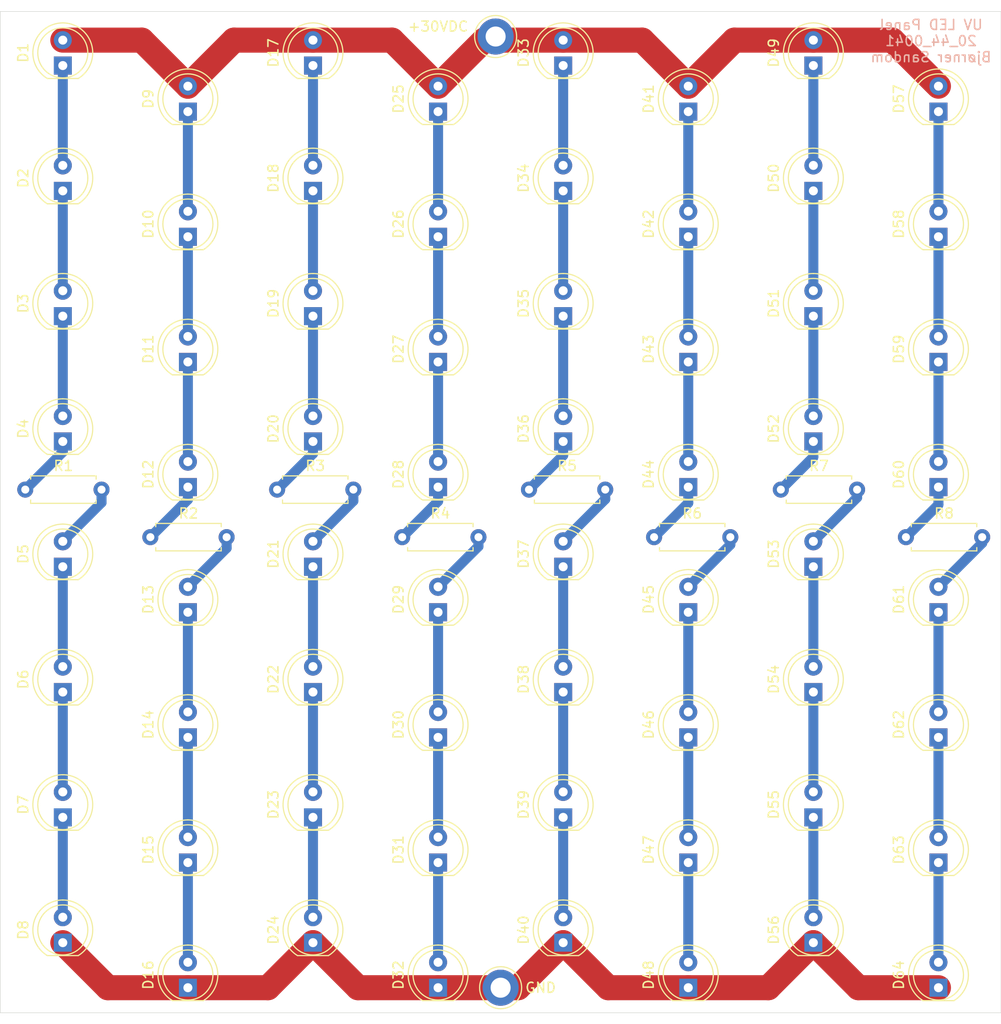
<source format=kicad_pcb>
(kicad_pcb (version 20171130) (host pcbnew "(5.1.7)-1")

  (general
    (thickness 1.6)
    (drawings 7)
    (tracks 108)
    (zones 0)
    (modules 78)
    (nets 67)
  )

  (page A4)
  (layers
    (0 F.Cu signal)
    (31 B.Cu signal)
    (32 B.Adhes user)
    (33 F.Adhes user)
    (34 B.Paste user)
    (35 F.Paste user)
    (36 B.SilkS user)
    (37 F.SilkS user)
    (38 B.Mask user)
    (39 F.Mask user)
    (40 Dwgs.User user)
    (41 Cmts.User user)
    (42 Eco1.User user)
    (43 Eco2.User user)
    (44 Edge.Cuts user)
    (45 Margin user)
    (46 B.CrtYd user)
    (47 F.CrtYd user)
    (48 B.Fab user)
    (49 F.Fab user)
  )

  (setup
    (last_trace_width 1)
    (trace_clearance 0.2)
    (zone_clearance 0.508)
    (zone_45_only no)
    (trace_min 0.2)
    (via_size 0.8)
    (via_drill 0.4)
    (via_min_size 0.4)
    (via_min_drill 0.3)
    (uvia_size 0.3)
    (uvia_drill 0.1)
    (uvias_allowed no)
    (uvia_min_size 0.2)
    (uvia_min_drill 0.1)
    (edge_width 0.05)
    (segment_width 0.2)
    (pcb_text_width 0.3)
    (pcb_text_size 1.5 1.5)
    (mod_edge_width 0.12)
    (mod_text_size 1 1)
    (mod_text_width 0.15)
    (pad_size 1.524 1.524)
    (pad_drill 0.762)
    (pad_to_mask_clearance 0)
    (aux_axis_origin 0 0)
    (visible_elements FFFFFF7F)
    (pcbplotparams
      (layerselection 0x010f0_ffffffff)
      (usegerberextensions false)
      (usegerberattributes false)
      (usegerberadvancedattributes false)
      (creategerberjobfile false)
      (excludeedgelayer true)
      (linewidth 0.100000)
      (plotframeref false)
      (viasonmask false)
      (mode 1)
      (useauxorigin false)
      (hpglpennumber 1)
      (hpglpenspeed 20)
      (hpglpendiameter 15.000000)
      (psnegative false)
      (psa4output false)
      (plotreference true)
      (plotvalue false)
      (plotinvisibletext false)
      (padsonsilk true)
      (subtractmaskfromsilk false)
      (outputformat 1)
      (mirror false)
      (drillshape 0)
      (scaleselection 1)
      (outputdirectory "gerber/"))
  )

  (net 0 "")
  (net 1 "Net-(D1-Pad1)")
  (net 2 "Net-(D2-Pad1)")
  (net 3 "Net-(D3-Pad1)")
  (net 4 "Net-(D4-Pad1)")
  (net 5 "Net-(D5-Pad1)")
  (net 6 "Net-(D6-Pad1)")
  (net 7 "Net-(D7-Pad1)")
  (net 8 "Net-(D10-Pad2)")
  (net 9 "Net-(D10-Pad1)")
  (net 10 "Net-(D11-Pad1)")
  (net 11 "Net-(D12-Pad1)")
  (net 12 "Net-(D13-Pad1)")
  (net 13 "Net-(D14-Pad1)")
  (net 14 "Net-(D15-Pad1)")
  (net 15 "Net-(D17-Pad1)")
  (net 16 "Net-(D18-Pad1)")
  (net 17 "Net-(D19-Pad1)")
  (net 18 "Net-(D20-Pad1)")
  (net 19 "Net-(D21-Pad1)")
  (net 20 "Net-(D22-Pad1)")
  (net 21 "Net-(D23-Pad1)")
  (net 22 "Net-(D25-Pad1)")
  (net 23 "Net-(D26-Pad1)")
  (net 24 "Net-(D27-Pad1)")
  (net 25 "Net-(D28-Pad1)")
  (net 26 "Net-(D29-Pad1)")
  (net 27 "Net-(D30-Pad1)")
  (net 28 "Net-(D31-Pad1)")
  (net 29 "Net-(D33-Pad1)")
  (net 30 "Net-(D34-Pad1)")
  (net 31 "Net-(D35-Pad1)")
  (net 32 "Net-(D36-Pad1)")
  (net 33 "Net-(D37-Pad1)")
  (net 34 "Net-(D38-Pad1)")
  (net 35 "Net-(D39-Pad1)")
  (net 36 "Net-(D41-Pad1)")
  (net 37 "Net-(D42-Pad1)")
  (net 38 "Net-(D43-Pad1)")
  (net 39 "Net-(D44-Pad1)")
  (net 40 "Net-(D45-Pad1)")
  (net 41 "Net-(D46-Pad1)")
  (net 42 "Net-(D47-Pad1)")
  (net 43 "Net-(D49-Pad1)")
  (net 44 "Net-(D50-Pad1)")
  (net 45 "Net-(D51-Pad1)")
  (net 46 "Net-(D52-Pad1)")
  (net 47 "Net-(D53-Pad1)")
  (net 48 "Net-(D54-Pad1)")
  (net 49 "Net-(D55-Pad1)")
  (net 50 "Net-(D57-Pad1)")
  (net 51 "Net-(D58-Pad1)")
  (net 52 "Net-(D59-Pad1)")
  (net 53 "Net-(D60-Pad1)")
  (net 54 "Net-(D61-Pad1)")
  (net 55 "Net-(D62-Pad1)")
  (net 56 "Net-(D63-Pad1)")
  (net 57 "Net-(D5-Pad2)")
  (net 58 "Net-(D13-Pad2)")
  (net 59 "Net-(D21-Pad2)")
  (net 60 "Net-(D29-Pad2)")
  (net 61 "Net-(D37-Pad2)")
  (net 62 "Net-(D45-Pad2)")
  (net 63 "Net-(D53-Pad2)")
  (net 64 "Net-(D61-Pad2)")
  (net 65 /+30V)
  (net 66 /GND)

  (net_class Default "This is the default net class."
    (clearance 0.2)
    (trace_width 1)
    (via_dia 0.8)
    (via_drill 0.4)
    (uvia_dia 0.3)
    (uvia_drill 0.1)
    (add_net "Net-(D1-Pad1)")
    (add_net "Net-(D10-Pad1)")
    (add_net "Net-(D10-Pad2)")
    (add_net "Net-(D11-Pad1)")
    (add_net "Net-(D12-Pad1)")
    (add_net "Net-(D13-Pad1)")
    (add_net "Net-(D13-Pad2)")
    (add_net "Net-(D14-Pad1)")
    (add_net "Net-(D15-Pad1)")
    (add_net "Net-(D17-Pad1)")
    (add_net "Net-(D18-Pad1)")
    (add_net "Net-(D19-Pad1)")
    (add_net "Net-(D2-Pad1)")
    (add_net "Net-(D20-Pad1)")
    (add_net "Net-(D21-Pad1)")
    (add_net "Net-(D21-Pad2)")
    (add_net "Net-(D22-Pad1)")
    (add_net "Net-(D23-Pad1)")
    (add_net "Net-(D25-Pad1)")
    (add_net "Net-(D26-Pad1)")
    (add_net "Net-(D27-Pad1)")
    (add_net "Net-(D28-Pad1)")
    (add_net "Net-(D29-Pad1)")
    (add_net "Net-(D29-Pad2)")
    (add_net "Net-(D3-Pad1)")
    (add_net "Net-(D30-Pad1)")
    (add_net "Net-(D31-Pad1)")
    (add_net "Net-(D33-Pad1)")
    (add_net "Net-(D34-Pad1)")
    (add_net "Net-(D35-Pad1)")
    (add_net "Net-(D36-Pad1)")
    (add_net "Net-(D37-Pad1)")
    (add_net "Net-(D37-Pad2)")
    (add_net "Net-(D38-Pad1)")
    (add_net "Net-(D39-Pad1)")
    (add_net "Net-(D4-Pad1)")
    (add_net "Net-(D41-Pad1)")
    (add_net "Net-(D42-Pad1)")
    (add_net "Net-(D43-Pad1)")
    (add_net "Net-(D44-Pad1)")
    (add_net "Net-(D45-Pad1)")
    (add_net "Net-(D45-Pad2)")
    (add_net "Net-(D46-Pad1)")
    (add_net "Net-(D47-Pad1)")
    (add_net "Net-(D49-Pad1)")
    (add_net "Net-(D5-Pad1)")
    (add_net "Net-(D5-Pad2)")
    (add_net "Net-(D50-Pad1)")
    (add_net "Net-(D51-Pad1)")
    (add_net "Net-(D52-Pad1)")
    (add_net "Net-(D53-Pad1)")
    (add_net "Net-(D53-Pad2)")
    (add_net "Net-(D54-Pad1)")
    (add_net "Net-(D55-Pad1)")
    (add_net "Net-(D57-Pad1)")
    (add_net "Net-(D58-Pad1)")
    (add_net "Net-(D59-Pad1)")
    (add_net "Net-(D6-Pad1)")
    (add_net "Net-(D60-Pad1)")
    (add_net "Net-(D61-Pad1)")
    (add_net "Net-(D61-Pad2)")
    (add_net "Net-(D62-Pad1)")
    (add_net "Net-(D63-Pad1)")
    (add_net "Net-(D7-Pad1)")
  )

  (net_class Power ""
    (clearance 0.2)
    (trace_width 2.5)
    (via_dia 0.8)
    (via_drill 0.4)
    (uvia_dia 0.3)
    (uvia_drill 0.1)
    (add_net /+30V)
    (add_net /GND)
  )

  (module TestPoint:TestPoint_Loop_D3.80mm_Drill2.0mm (layer F.Cu) (tedit 5A0F774F) (tstamp 5F99C893)
    (at 70.5 37.5)
    (descr "wire loop as test point, loop diameter 3.8mm, hole diameter 2.0mm")
    (tags "test point wire loop bead")
    (path /5FA7B17E)
    (fp_text reference J2 (at 0.5 2.8) (layer F.SilkS) hide
      (effects (font (size 1 1) (thickness 0.15)))
    )
    (fp_text value +30VDC (at 0 -2.8) (layer F.Fab)
      (effects (font (size 1 1) (thickness 0.15)))
    )
    (fp_text user %R (at 0.5 2.8) (layer F.Fab)
      (effects (font (size 1 1) (thickness 0.15)))
    )
    (fp_line (start -1.9 -0.3) (end -1.9 0.3) (layer F.Fab) (width 0.12))
    (fp_line (start -1.9 0.3) (end 1.9 0.3) (layer F.Fab) (width 0.12))
    (fp_line (start 1.9 0.3) (end 1.9 -0.3) (layer F.Fab) (width 0.12))
    (fp_line (start 1.9 -0.3) (end -1.9 -0.3) (layer F.Fab) (width 0.12))
    (fp_circle (center 0 0) (end 2.3 0) (layer F.CrtYd) (width 0.05))
    (fp_circle (center 0 0) (end 2.1 0) (layer F.SilkS) (width 0.12))
    (pad 1 thru_hole circle (at 0 0) (size 3.6 3.6) (drill 2) (layers *.Cu *.Mask)
      (net 65 /+30V))
    (model ${KISYS3DMOD}/TestPoint.3dshapes/TestPoint_Loop_D3.80mm_Drill2.0mm.wrl
      (at (xyz 0 0 0))
      (scale (xyz 1 1 1))
      (rotate (xyz 0 0 0))
    )
  )

  (module TestPoint:TestPoint_Loop_D3.80mm_Drill2.0mm (layer F.Cu) (tedit 5A0F774F) (tstamp 5F99C887)
    (at 71 132.5)
    (descr "wire loop as test point, loop diameter 3.8mm, hole diameter 2.0mm")
    (tags "test point wire loop bead")
    (path /5FA8E1B7)
    (fp_text reference J1 (at 0.5 2.8) (layer F.SilkS) hide
      (effects (font (size 1 1) (thickness 0.15)))
    )
    (fp_text value GND (at 0 -2.8) (layer F.Fab)
      (effects (font (size 1 1) (thickness 0.15)))
    )
    (fp_text user %R (at 0.5 2.8) (layer F.Fab)
      (effects (font (size 1 1) (thickness 0.15)))
    )
    (fp_line (start -1.9 -0.3) (end -1.9 0.3) (layer F.Fab) (width 0.12))
    (fp_line (start -1.9 0.3) (end 1.9 0.3) (layer F.Fab) (width 0.12))
    (fp_line (start 1.9 0.3) (end 1.9 -0.3) (layer F.Fab) (width 0.12))
    (fp_line (start 1.9 -0.3) (end -1.9 -0.3) (layer F.Fab) (width 0.12))
    (fp_circle (center 0 0) (end 2.3 0) (layer F.CrtYd) (width 0.05))
    (fp_circle (center 0 0) (end 2.1 0) (layer F.SilkS) (width 0.12))
    (pad 1 thru_hole circle (at 0 0) (size 3.6 3.6) (drill 2) (layers *.Cu *.Mask)
      (net 66 /GND))
    (model ${KISYS3DMOD}/TestPoint.3dshapes/TestPoint_Loop_D3.80mm_Drill2.0mm.wrl
      (at (xyz 0 0 0))
      (scale (xyz 1 1 1))
      (rotate (xyz 0 0 0))
    )
  )

  (module MountingHole:MountingHole_3.2mm_M3 (layer F.Cu) (tedit 56D1B4CB) (tstamp 5F99C87B)
    (at 107.75 45.5)
    (descr "Mounting Hole 3.2mm, no annular, M3")
    (tags "mounting hole 3.2mm no annular m3")
    (path /5FC16FCB)
    (attr virtual)
    (fp_text reference H4 (at 0 -4.2) (layer F.SilkS) hide
      (effects (font (size 1 1) (thickness 0.15)))
    )
    (fp_text value MountingHole (at 0 4.2) (layer F.Fab)
      (effects (font (size 1 1) (thickness 0.15)))
    )
    (fp_text user %R (at 0.3 0) (layer F.Fab)
      (effects (font (size 1 1) (thickness 0.15)))
    )
    (fp_circle (center 0 0) (end 3.2 0) (layer Cmts.User) (width 0.15))
    (fp_circle (center 0 0) (end 3.45 0) (layer F.CrtYd) (width 0.05))
    (pad 1 np_thru_hole circle (at 0 0) (size 3.2 3.2) (drill 3.2) (layers *.Cu *.Mask))
  )

  (module MountingHole:MountingHole_3.2mm_M3 (layer F.Cu) (tedit 56D1B4CB) (tstamp 5F99C873)
    (at 32.75 45.5)
    (descr "Mounting Hole 3.2mm, no annular, M3")
    (tags "mounting hole 3.2mm no annular m3")
    (path /5FC16DC6)
    (attr virtual)
    (fp_text reference H3 (at 0 -4.2) (layer F.SilkS) hide
      (effects (font (size 1 1) (thickness 0.15)))
    )
    (fp_text value MountingHole (at 0 4.2) (layer F.Fab)
      (effects (font (size 1 1) (thickness 0.15)))
    )
    (fp_text user %R (at 0.3 0) (layer F.Fab)
      (effects (font (size 1 1) (thickness 0.15)))
    )
    (fp_circle (center 0 0) (end 3.2 0) (layer Cmts.User) (width 0.15))
    (fp_circle (center 0 0) (end 3.45 0) (layer F.CrtYd) (width 0.05))
    (pad 1 np_thru_hole circle (at 0 0) (size 3.2 3.2) (drill 3.2) (layers *.Cu *.Mask))
  )

  (module MountingHole:MountingHole_3.2mm_M3 (layer F.Cu) (tedit 56D1B4CB) (tstamp 5F99B414)
    (at 108 120.5)
    (descr "Mounting Hole 3.2mm, no annular, M3")
    (tags "mounting hole 3.2mm no annular m3")
    (path /5FC0DDA4)
    (attr virtual)
    (fp_text reference H2 (at 0 -4.2) (layer F.SilkS) hide
      (effects (font (size 1 1) (thickness 0.15)))
    )
    (fp_text value MountingHole (at 0 4.2) (layer F.Fab)
      (effects (font (size 1 1) (thickness 0.15)))
    )
    (fp_text user %R (at 0.3 0) (layer F.Fab)
      (effects (font (size 1 1) (thickness 0.15)))
    )
    (fp_circle (center 0 0) (end 3.2 0) (layer Cmts.User) (width 0.15))
    (fp_circle (center 0 0) (end 3.45 0) (layer F.CrtYd) (width 0.05))
    (pad 1 np_thru_hole circle (at 0 0) (size 3.2 3.2) (drill 3.2) (layers *.Cu *.Mask))
  )

  (module MountingHole:MountingHole_3.2mm_M3 (layer F.Cu) (tedit 56D1B4CB) (tstamp 5F99B40C)
    (at 32.75 120.5)
    (descr "Mounting Hole 3.2mm, no annular, M3")
    (tags "mounting hole 3.2mm no annular m3")
    (path /5FC0D2FC)
    (attr virtual)
    (fp_text reference H1 (at 0 -4.2) (layer F.SilkS) hide
      (effects (font (size 1 1) (thickness 0.15)))
    )
    (fp_text value MountingHole (at 0 4.2) (layer F.Fab)
      (effects (font (size 1 1) (thickness 0.15)))
    )
    (fp_text user %R (at 0.3 0) (layer F.Fab)
      (effects (font (size 1 1) (thickness 0.15)))
    )
    (fp_circle (center 0 0) (end 3.2 0) (layer Cmts.User) (width 0.15))
    (fp_circle (center 0 0) (end 3.45 0) (layer F.CrtYd) (width 0.05))
    (pad 1 np_thru_hole circle (at 0 0) (size 3.2 3.2) (drill 3.2) (layers *.Cu *.Mask))
  )

  (module Resistor_THT:R_Axial_DIN0207_L6.3mm_D2.5mm_P7.62mm_Horizontal (layer F.Cu) (tedit 5AE5139B) (tstamp 5F98C0E3)
    (at 111.5 87.5)
    (descr "Resistor, Axial_DIN0207 series, Axial, Horizontal, pin pitch=7.62mm, 0.25W = 1/4W, length*diameter=6.3*2.5mm^2, http://cdn-reichelt.de/documents/datenblatt/B400/1_4W%23YAG.pdf")
    (tags "Resistor Axial_DIN0207 series Axial Horizontal pin pitch 7.62mm 0.25W = 1/4W length 6.3mm diameter 2.5mm")
    (path /5F9B8504)
    (fp_text reference R8 (at 3.81 -2.37) (layer F.SilkS)
      (effects (font (size 1 1) (thickness 0.15)))
    )
    (fp_text value 100Ω (at 3.81 2.37) (layer F.Fab)
      (effects (font (size 1 1) (thickness 0.15)))
    )
    (fp_text user %R (at 3.81 0) (layer F.Fab)
      (effects (font (size 1 1) (thickness 0.15)))
    )
    (fp_line (start 0.66 -1.25) (end 0.66 1.25) (layer F.Fab) (width 0.1))
    (fp_line (start 0.66 1.25) (end 6.96 1.25) (layer F.Fab) (width 0.1))
    (fp_line (start 6.96 1.25) (end 6.96 -1.25) (layer F.Fab) (width 0.1))
    (fp_line (start 6.96 -1.25) (end 0.66 -1.25) (layer F.Fab) (width 0.1))
    (fp_line (start 0 0) (end 0.66 0) (layer F.Fab) (width 0.1))
    (fp_line (start 7.62 0) (end 6.96 0) (layer F.Fab) (width 0.1))
    (fp_line (start 0.54 -1.04) (end 0.54 -1.37) (layer F.SilkS) (width 0.12))
    (fp_line (start 0.54 -1.37) (end 7.08 -1.37) (layer F.SilkS) (width 0.12))
    (fp_line (start 7.08 -1.37) (end 7.08 -1.04) (layer F.SilkS) (width 0.12))
    (fp_line (start 0.54 1.04) (end 0.54 1.37) (layer F.SilkS) (width 0.12))
    (fp_line (start 0.54 1.37) (end 7.08 1.37) (layer F.SilkS) (width 0.12))
    (fp_line (start 7.08 1.37) (end 7.08 1.04) (layer F.SilkS) (width 0.12))
    (fp_line (start -1.05 -1.5) (end -1.05 1.5) (layer F.CrtYd) (width 0.05))
    (fp_line (start -1.05 1.5) (end 8.67 1.5) (layer F.CrtYd) (width 0.05))
    (fp_line (start 8.67 1.5) (end 8.67 -1.5) (layer F.CrtYd) (width 0.05))
    (fp_line (start 8.67 -1.5) (end -1.05 -1.5) (layer F.CrtYd) (width 0.05))
    (pad 2 thru_hole oval (at 7.62 0) (size 1.6 1.6) (drill 0.8) (layers *.Cu *.Mask)
      (net 64 "Net-(D61-Pad2)"))
    (pad 1 thru_hole circle (at 0 0) (size 1.6 1.6) (drill 0.8) (layers *.Cu *.Mask)
      (net 53 "Net-(D60-Pad1)"))
    (model ${KISYS3DMOD}/Resistor_THT.3dshapes/R_Axial_DIN0207_L6.3mm_D2.5mm_P7.62mm_Horizontal.wrl
      (at (xyz 0 0 0))
      (scale (xyz 1 1 1))
      (rotate (xyz 0 0 0))
    )
  )

  (module Resistor_THT:R_Axial_DIN0207_L6.3mm_D2.5mm_P7.62mm_Horizontal (layer F.Cu) (tedit 5AE5139B) (tstamp 5F98C0CC)
    (at 99 82.75)
    (descr "Resistor, Axial_DIN0207 series, Axial, Horizontal, pin pitch=7.62mm, 0.25W = 1/4W, length*diameter=6.3*2.5mm^2, http://cdn-reichelt.de/documents/datenblatt/B400/1_4W%23YAG.pdf")
    (tags "Resistor Axial_DIN0207 series Axial Horizontal pin pitch 7.62mm 0.25W = 1/4W length 6.3mm diameter 2.5mm")
    (path /5F9B84C6)
    (fp_text reference R7 (at 3.81 -2.37) (layer F.SilkS)
      (effects (font (size 1 1) (thickness 0.15)))
    )
    (fp_text value 100Ω (at 3.81 2.37) (layer F.Fab)
      (effects (font (size 1 1) (thickness 0.15)))
    )
    (fp_text user %R (at 3.81 0) (layer F.Fab)
      (effects (font (size 1 1) (thickness 0.15)))
    )
    (fp_line (start 0.66 -1.25) (end 0.66 1.25) (layer F.Fab) (width 0.1))
    (fp_line (start 0.66 1.25) (end 6.96 1.25) (layer F.Fab) (width 0.1))
    (fp_line (start 6.96 1.25) (end 6.96 -1.25) (layer F.Fab) (width 0.1))
    (fp_line (start 6.96 -1.25) (end 0.66 -1.25) (layer F.Fab) (width 0.1))
    (fp_line (start 0 0) (end 0.66 0) (layer F.Fab) (width 0.1))
    (fp_line (start 7.62 0) (end 6.96 0) (layer F.Fab) (width 0.1))
    (fp_line (start 0.54 -1.04) (end 0.54 -1.37) (layer F.SilkS) (width 0.12))
    (fp_line (start 0.54 -1.37) (end 7.08 -1.37) (layer F.SilkS) (width 0.12))
    (fp_line (start 7.08 -1.37) (end 7.08 -1.04) (layer F.SilkS) (width 0.12))
    (fp_line (start 0.54 1.04) (end 0.54 1.37) (layer F.SilkS) (width 0.12))
    (fp_line (start 0.54 1.37) (end 7.08 1.37) (layer F.SilkS) (width 0.12))
    (fp_line (start 7.08 1.37) (end 7.08 1.04) (layer F.SilkS) (width 0.12))
    (fp_line (start -1.05 -1.5) (end -1.05 1.5) (layer F.CrtYd) (width 0.05))
    (fp_line (start -1.05 1.5) (end 8.67 1.5) (layer F.CrtYd) (width 0.05))
    (fp_line (start 8.67 1.5) (end 8.67 -1.5) (layer F.CrtYd) (width 0.05))
    (fp_line (start 8.67 -1.5) (end -1.05 -1.5) (layer F.CrtYd) (width 0.05))
    (pad 2 thru_hole oval (at 7.62 0) (size 1.6 1.6) (drill 0.8) (layers *.Cu *.Mask)
      (net 63 "Net-(D53-Pad2)"))
    (pad 1 thru_hole circle (at 0 0) (size 1.6 1.6) (drill 0.8) (layers *.Cu *.Mask)
      (net 46 "Net-(D52-Pad1)"))
    (model ${KISYS3DMOD}/Resistor_THT.3dshapes/R_Axial_DIN0207_L6.3mm_D2.5mm_P7.62mm_Horizontal.wrl
      (at (xyz 0 0 0))
      (scale (xyz 1 1 1))
      (rotate (xyz 0 0 0))
    )
  )

  (module Resistor_THT:R_Axial_DIN0207_L6.3mm_D2.5mm_P7.62mm_Horizontal (layer F.Cu) (tedit 5AE5139B) (tstamp 5F98C0B5)
    (at 86.333332 87.5)
    (descr "Resistor, Axial_DIN0207 series, Axial, Horizontal, pin pitch=7.62mm, 0.25W = 1/4W, length*diameter=6.3*2.5mm^2, http://cdn-reichelt.de/documents/datenblatt/B400/1_4W%23YAG.pdf")
    (tags "Resistor Axial_DIN0207 series Axial Horizontal pin pitch 7.62mm 0.25W = 1/4W length 6.3mm diameter 2.5mm")
    (path /5F9B8488)
    (fp_text reference R6 (at 3.81 -2.37) (layer F.SilkS)
      (effects (font (size 1 1) (thickness 0.15)))
    )
    (fp_text value 100Ω (at 3.81 2.37) (layer F.Fab)
      (effects (font (size 1 1) (thickness 0.15)))
    )
    (fp_text user %R (at 3.81 0) (layer F.Fab)
      (effects (font (size 1 1) (thickness 0.15)))
    )
    (fp_line (start 0.66 -1.25) (end 0.66 1.25) (layer F.Fab) (width 0.1))
    (fp_line (start 0.66 1.25) (end 6.96 1.25) (layer F.Fab) (width 0.1))
    (fp_line (start 6.96 1.25) (end 6.96 -1.25) (layer F.Fab) (width 0.1))
    (fp_line (start 6.96 -1.25) (end 0.66 -1.25) (layer F.Fab) (width 0.1))
    (fp_line (start 0 0) (end 0.66 0) (layer F.Fab) (width 0.1))
    (fp_line (start 7.62 0) (end 6.96 0) (layer F.Fab) (width 0.1))
    (fp_line (start 0.54 -1.04) (end 0.54 -1.37) (layer F.SilkS) (width 0.12))
    (fp_line (start 0.54 -1.37) (end 7.08 -1.37) (layer F.SilkS) (width 0.12))
    (fp_line (start 7.08 -1.37) (end 7.08 -1.04) (layer F.SilkS) (width 0.12))
    (fp_line (start 0.54 1.04) (end 0.54 1.37) (layer F.SilkS) (width 0.12))
    (fp_line (start 0.54 1.37) (end 7.08 1.37) (layer F.SilkS) (width 0.12))
    (fp_line (start 7.08 1.37) (end 7.08 1.04) (layer F.SilkS) (width 0.12))
    (fp_line (start -1.05 -1.5) (end -1.05 1.5) (layer F.CrtYd) (width 0.05))
    (fp_line (start -1.05 1.5) (end 8.67 1.5) (layer F.CrtYd) (width 0.05))
    (fp_line (start 8.67 1.5) (end 8.67 -1.5) (layer F.CrtYd) (width 0.05))
    (fp_line (start 8.67 -1.5) (end -1.05 -1.5) (layer F.CrtYd) (width 0.05))
    (pad 2 thru_hole oval (at 7.62 0) (size 1.6 1.6) (drill 0.8) (layers *.Cu *.Mask)
      (net 62 "Net-(D45-Pad2)"))
    (pad 1 thru_hole circle (at 0 0) (size 1.6 1.6) (drill 0.8) (layers *.Cu *.Mask)
      (net 39 "Net-(D44-Pad1)"))
    (model ${KISYS3DMOD}/Resistor_THT.3dshapes/R_Axial_DIN0207_L6.3mm_D2.5mm_P7.62mm_Horizontal.wrl
      (at (xyz 0 0 0))
      (scale (xyz 1 1 1))
      (rotate (xyz 0 0 0))
    )
  )

  (module Resistor_THT:R_Axial_DIN0207_L6.3mm_D2.5mm_P7.62mm_Horizontal (layer F.Cu) (tedit 5AE5139B) (tstamp 5F98C09E)
    (at 73.833332 82.75)
    (descr "Resistor, Axial_DIN0207 series, Axial, Horizontal, pin pitch=7.62mm, 0.25W = 1/4W, length*diameter=6.3*2.5mm^2, http://cdn-reichelt.de/documents/datenblatt/B400/1_4W%23YAG.pdf")
    (tags "Resistor Axial_DIN0207 series Axial Horizontal pin pitch 7.62mm 0.25W = 1/4W length 6.3mm diameter 2.5mm")
    (path /5F9B844A)
    (fp_text reference R5 (at 3.81 -2.37) (layer F.SilkS)
      (effects (font (size 1 1) (thickness 0.15)))
    )
    (fp_text value 100Ω (at 3.81 2.37) (layer F.Fab)
      (effects (font (size 1 1) (thickness 0.15)))
    )
    (fp_text user %R (at 3.81 0) (layer F.Fab)
      (effects (font (size 1 1) (thickness 0.15)))
    )
    (fp_line (start 0.66 -1.25) (end 0.66 1.25) (layer F.Fab) (width 0.1))
    (fp_line (start 0.66 1.25) (end 6.96 1.25) (layer F.Fab) (width 0.1))
    (fp_line (start 6.96 1.25) (end 6.96 -1.25) (layer F.Fab) (width 0.1))
    (fp_line (start 6.96 -1.25) (end 0.66 -1.25) (layer F.Fab) (width 0.1))
    (fp_line (start 0 0) (end 0.66 0) (layer F.Fab) (width 0.1))
    (fp_line (start 7.62 0) (end 6.96 0) (layer F.Fab) (width 0.1))
    (fp_line (start 0.54 -1.04) (end 0.54 -1.37) (layer F.SilkS) (width 0.12))
    (fp_line (start 0.54 -1.37) (end 7.08 -1.37) (layer F.SilkS) (width 0.12))
    (fp_line (start 7.08 -1.37) (end 7.08 -1.04) (layer F.SilkS) (width 0.12))
    (fp_line (start 0.54 1.04) (end 0.54 1.37) (layer F.SilkS) (width 0.12))
    (fp_line (start 0.54 1.37) (end 7.08 1.37) (layer F.SilkS) (width 0.12))
    (fp_line (start 7.08 1.37) (end 7.08 1.04) (layer F.SilkS) (width 0.12))
    (fp_line (start -1.05 -1.5) (end -1.05 1.5) (layer F.CrtYd) (width 0.05))
    (fp_line (start -1.05 1.5) (end 8.67 1.5) (layer F.CrtYd) (width 0.05))
    (fp_line (start 8.67 1.5) (end 8.67 -1.5) (layer F.CrtYd) (width 0.05))
    (fp_line (start 8.67 -1.5) (end -1.05 -1.5) (layer F.CrtYd) (width 0.05))
    (pad 2 thru_hole oval (at 7.62 0) (size 1.6 1.6) (drill 0.8) (layers *.Cu *.Mask)
      (net 61 "Net-(D37-Pad2)"))
    (pad 1 thru_hole circle (at 0 0) (size 1.6 1.6) (drill 0.8) (layers *.Cu *.Mask)
      (net 32 "Net-(D36-Pad1)"))
    (model ${KISYS3DMOD}/Resistor_THT.3dshapes/R_Axial_DIN0207_L6.3mm_D2.5mm_P7.62mm_Horizontal.wrl
      (at (xyz 0 0 0))
      (scale (xyz 1 1 1))
      (rotate (xyz 0 0 0))
    )
  )

  (module Resistor_THT:R_Axial_DIN0207_L6.3mm_D2.5mm_P7.62mm_Horizontal (layer F.Cu) (tedit 5AE5139B) (tstamp 5F98C087)
    (at 61.166666 87.5)
    (descr "Resistor, Axial_DIN0207 series, Axial, Horizontal, pin pitch=7.62mm, 0.25W = 1/4W, length*diameter=6.3*2.5mm^2, http://cdn-reichelt.de/documents/datenblatt/B400/1_4W%23YAG.pdf")
    (tags "Resistor Axial_DIN0207 series Axial Horizontal pin pitch 7.62mm 0.25W = 1/4W length 6.3mm diameter 2.5mm")
    (path /5F992340)
    (fp_text reference R4 (at 3.81 -2.37) (layer F.SilkS)
      (effects (font (size 1 1) (thickness 0.15)))
    )
    (fp_text value 100Ω (at 3.81 2.37) (layer F.Fab)
      (effects (font (size 1 1) (thickness 0.15)))
    )
    (fp_text user %R (at 3.81 0) (layer F.Fab)
      (effects (font (size 1 1) (thickness 0.15)))
    )
    (fp_line (start 0.66 -1.25) (end 0.66 1.25) (layer F.Fab) (width 0.1))
    (fp_line (start 0.66 1.25) (end 6.96 1.25) (layer F.Fab) (width 0.1))
    (fp_line (start 6.96 1.25) (end 6.96 -1.25) (layer F.Fab) (width 0.1))
    (fp_line (start 6.96 -1.25) (end 0.66 -1.25) (layer F.Fab) (width 0.1))
    (fp_line (start 0 0) (end 0.66 0) (layer F.Fab) (width 0.1))
    (fp_line (start 7.62 0) (end 6.96 0) (layer F.Fab) (width 0.1))
    (fp_line (start 0.54 -1.04) (end 0.54 -1.37) (layer F.SilkS) (width 0.12))
    (fp_line (start 0.54 -1.37) (end 7.08 -1.37) (layer F.SilkS) (width 0.12))
    (fp_line (start 7.08 -1.37) (end 7.08 -1.04) (layer F.SilkS) (width 0.12))
    (fp_line (start 0.54 1.04) (end 0.54 1.37) (layer F.SilkS) (width 0.12))
    (fp_line (start 0.54 1.37) (end 7.08 1.37) (layer F.SilkS) (width 0.12))
    (fp_line (start 7.08 1.37) (end 7.08 1.04) (layer F.SilkS) (width 0.12))
    (fp_line (start -1.05 -1.5) (end -1.05 1.5) (layer F.CrtYd) (width 0.05))
    (fp_line (start -1.05 1.5) (end 8.67 1.5) (layer F.CrtYd) (width 0.05))
    (fp_line (start 8.67 1.5) (end 8.67 -1.5) (layer F.CrtYd) (width 0.05))
    (fp_line (start 8.67 -1.5) (end -1.05 -1.5) (layer F.CrtYd) (width 0.05))
    (pad 2 thru_hole oval (at 7.62 0) (size 1.6 1.6) (drill 0.8) (layers *.Cu *.Mask)
      (net 60 "Net-(D29-Pad2)"))
    (pad 1 thru_hole circle (at 0 0) (size 1.6 1.6) (drill 0.8) (layers *.Cu *.Mask)
      (net 25 "Net-(D28-Pad1)"))
    (model ${KISYS3DMOD}/Resistor_THT.3dshapes/R_Axial_DIN0207_L6.3mm_D2.5mm_P7.62mm_Horizontal.wrl
      (at (xyz 0 0 0))
      (scale (xyz 1 1 1))
      (rotate (xyz 0 0 0))
    )
  )

  (module Resistor_THT:R_Axial_DIN0207_L6.3mm_D2.5mm_P7.62mm_Horizontal (layer F.Cu) (tedit 5AE5139B) (tstamp 5F98C070)
    (at 48.666666 82.75)
    (descr "Resistor, Axial_DIN0207 series, Axial, Horizontal, pin pitch=7.62mm, 0.25W = 1/4W, length*diameter=6.3*2.5mm^2, http://cdn-reichelt.de/documents/datenblatt/B400/1_4W%23YAG.pdf")
    (tags "Resistor Axial_DIN0207 series Axial Horizontal pin pitch 7.62mm 0.25W = 1/4W length 6.3mm diameter 2.5mm")
    (path /5F98EA21)
    (fp_text reference R3 (at 3.81 -2.37) (layer F.SilkS)
      (effects (font (size 1 1) (thickness 0.15)))
    )
    (fp_text value 100Ω (at 3.81 2.37) (layer F.Fab)
      (effects (font (size 1 1) (thickness 0.15)))
    )
    (fp_text user %R (at 3.81 0) (layer F.Fab)
      (effects (font (size 1 1) (thickness 0.15)))
    )
    (fp_line (start 0.66 -1.25) (end 0.66 1.25) (layer F.Fab) (width 0.1))
    (fp_line (start 0.66 1.25) (end 6.96 1.25) (layer F.Fab) (width 0.1))
    (fp_line (start 6.96 1.25) (end 6.96 -1.25) (layer F.Fab) (width 0.1))
    (fp_line (start 6.96 -1.25) (end 0.66 -1.25) (layer F.Fab) (width 0.1))
    (fp_line (start 0 0) (end 0.66 0) (layer F.Fab) (width 0.1))
    (fp_line (start 7.62 0) (end 6.96 0) (layer F.Fab) (width 0.1))
    (fp_line (start 0.54 -1.04) (end 0.54 -1.37) (layer F.SilkS) (width 0.12))
    (fp_line (start 0.54 -1.37) (end 7.08 -1.37) (layer F.SilkS) (width 0.12))
    (fp_line (start 7.08 -1.37) (end 7.08 -1.04) (layer F.SilkS) (width 0.12))
    (fp_line (start 0.54 1.04) (end 0.54 1.37) (layer F.SilkS) (width 0.12))
    (fp_line (start 0.54 1.37) (end 7.08 1.37) (layer F.SilkS) (width 0.12))
    (fp_line (start 7.08 1.37) (end 7.08 1.04) (layer F.SilkS) (width 0.12))
    (fp_line (start -1.05 -1.5) (end -1.05 1.5) (layer F.CrtYd) (width 0.05))
    (fp_line (start -1.05 1.5) (end 8.67 1.5) (layer F.CrtYd) (width 0.05))
    (fp_line (start 8.67 1.5) (end 8.67 -1.5) (layer F.CrtYd) (width 0.05))
    (fp_line (start 8.67 -1.5) (end -1.05 -1.5) (layer F.CrtYd) (width 0.05))
    (pad 2 thru_hole oval (at 7.62 0) (size 1.6 1.6) (drill 0.8) (layers *.Cu *.Mask)
      (net 59 "Net-(D21-Pad2)"))
    (pad 1 thru_hole circle (at 0 0) (size 1.6 1.6) (drill 0.8) (layers *.Cu *.Mask)
      (net 18 "Net-(D20-Pad1)"))
    (model ${KISYS3DMOD}/Resistor_THT.3dshapes/R_Axial_DIN0207_L6.3mm_D2.5mm_P7.62mm_Horizontal.wrl
      (at (xyz 0 0 0))
      (scale (xyz 1 1 1))
      (rotate (xyz 0 0 0))
    )
  )

  (module Resistor_THT:R_Axial_DIN0207_L6.3mm_D2.5mm_P7.62mm_Horizontal (layer F.Cu) (tedit 5AE5139B) (tstamp 5F98C059)
    (at 36 87.5)
    (descr "Resistor, Axial_DIN0207 series, Axial, Horizontal, pin pitch=7.62mm, 0.25W = 1/4W, length*diameter=6.3*2.5mm^2, http://cdn-reichelt.de/documents/datenblatt/B400/1_4W%23YAG.pdf")
    (tags "Resistor Axial_DIN0207 series Axial Horizontal pin pitch 7.62mm 0.25W = 1/4W length 6.3mm diameter 2.5mm")
    (path /5F98C760)
    (fp_text reference R2 (at 3.81 -2.37) (layer F.SilkS)
      (effects (font (size 1 1) (thickness 0.15)))
    )
    (fp_text value 100Ω (at 3.81 2.37) (layer F.Fab)
      (effects (font (size 1 1) (thickness 0.15)))
    )
    (fp_text user %R (at 3.81 0) (layer F.Fab)
      (effects (font (size 1 1) (thickness 0.15)))
    )
    (fp_line (start 0.66 -1.25) (end 0.66 1.25) (layer F.Fab) (width 0.1))
    (fp_line (start 0.66 1.25) (end 6.96 1.25) (layer F.Fab) (width 0.1))
    (fp_line (start 6.96 1.25) (end 6.96 -1.25) (layer F.Fab) (width 0.1))
    (fp_line (start 6.96 -1.25) (end 0.66 -1.25) (layer F.Fab) (width 0.1))
    (fp_line (start 0 0) (end 0.66 0) (layer F.Fab) (width 0.1))
    (fp_line (start 7.62 0) (end 6.96 0) (layer F.Fab) (width 0.1))
    (fp_line (start 0.54 -1.04) (end 0.54 -1.37) (layer F.SilkS) (width 0.12))
    (fp_line (start 0.54 -1.37) (end 7.08 -1.37) (layer F.SilkS) (width 0.12))
    (fp_line (start 7.08 -1.37) (end 7.08 -1.04) (layer F.SilkS) (width 0.12))
    (fp_line (start 0.54 1.04) (end 0.54 1.37) (layer F.SilkS) (width 0.12))
    (fp_line (start 0.54 1.37) (end 7.08 1.37) (layer F.SilkS) (width 0.12))
    (fp_line (start 7.08 1.37) (end 7.08 1.04) (layer F.SilkS) (width 0.12))
    (fp_line (start -1.05 -1.5) (end -1.05 1.5) (layer F.CrtYd) (width 0.05))
    (fp_line (start -1.05 1.5) (end 8.67 1.5) (layer F.CrtYd) (width 0.05))
    (fp_line (start 8.67 1.5) (end 8.67 -1.5) (layer F.CrtYd) (width 0.05))
    (fp_line (start 8.67 -1.5) (end -1.05 -1.5) (layer F.CrtYd) (width 0.05))
    (pad 2 thru_hole oval (at 7.62 0) (size 1.6 1.6) (drill 0.8) (layers *.Cu *.Mask)
      (net 58 "Net-(D13-Pad2)"))
    (pad 1 thru_hole circle (at 0 0) (size 1.6 1.6) (drill 0.8) (layers *.Cu *.Mask)
      (net 11 "Net-(D12-Pad1)"))
    (model ${KISYS3DMOD}/Resistor_THT.3dshapes/R_Axial_DIN0207_L6.3mm_D2.5mm_P7.62mm_Horizontal.wrl
      (at (xyz 0 0 0))
      (scale (xyz 1 1 1))
      (rotate (xyz 0 0 0))
    )
  )

  (module Resistor_THT:R_Axial_DIN0207_L6.3mm_D2.5mm_P7.62mm_Horizontal (layer F.Cu) (tedit 5AE5139B) (tstamp 5F997B9E)
    (at 23.5 82.75)
    (descr "Resistor, Axial_DIN0207 series, Axial, Horizontal, pin pitch=7.62mm, 0.25W = 1/4W, length*diameter=6.3*2.5mm^2, http://cdn-reichelt.de/documents/datenblatt/B400/1_4W%23YAG.pdf")
    (tags "Resistor Axial_DIN0207 series Axial Horizontal pin pitch 7.62mm 0.25W = 1/4W length 6.3mm diameter 2.5mm")
    (path /5F9881CF)
    (fp_text reference R1 (at 3.81 -2.37) (layer F.SilkS)
      (effects (font (size 1 1) (thickness 0.15)))
    )
    (fp_text value 100Ω (at 3.81 2.37) (layer F.Fab)
      (effects (font (size 1 1) (thickness 0.15)))
    )
    (fp_text user %R (at 3.81 0) (layer F.Fab)
      (effects (font (size 1 1) (thickness 0.15)))
    )
    (fp_line (start 0.66 -1.25) (end 0.66 1.25) (layer F.Fab) (width 0.1))
    (fp_line (start 0.66 1.25) (end 6.96 1.25) (layer F.Fab) (width 0.1))
    (fp_line (start 6.96 1.25) (end 6.96 -1.25) (layer F.Fab) (width 0.1))
    (fp_line (start 6.96 -1.25) (end 0.66 -1.25) (layer F.Fab) (width 0.1))
    (fp_line (start 0 0) (end 0.66 0) (layer F.Fab) (width 0.1))
    (fp_line (start 7.62 0) (end 6.96 0) (layer F.Fab) (width 0.1))
    (fp_line (start 0.54 -1.04) (end 0.54 -1.37) (layer F.SilkS) (width 0.12))
    (fp_line (start 0.54 -1.37) (end 7.08 -1.37) (layer F.SilkS) (width 0.12))
    (fp_line (start 7.08 -1.37) (end 7.08 -1.04) (layer F.SilkS) (width 0.12))
    (fp_line (start 0.54 1.04) (end 0.54 1.37) (layer F.SilkS) (width 0.12))
    (fp_line (start 0.54 1.37) (end 7.08 1.37) (layer F.SilkS) (width 0.12))
    (fp_line (start 7.08 1.37) (end 7.08 1.04) (layer F.SilkS) (width 0.12))
    (fp_line (start -1.05 -1.5) (end -1.05 1.5) (layer F.CrtYd) (width 0.05))
    (fp_line (start -1.05 1.5) (end 8.67 1.5) (layer F.CrtYd) (width 0.05))
    (fp_line (start 8.67 1.5) (end 8.67 -1.5) (layer F.CrtYd) (width 0.05))
    (fp_line (start 8.67 -1.5) (end -1.05 -1.5) (layer F.CrtYd) (width 0.05))
    (pad 2 thru_hole oval (at 7.62 0) (size 1.6 1.6) (drill 0.8) (layers *.Cu *.Mask)
      (net 57 "Net-(D5-Pad2)"))
    (pad 1 thru_hole circle (at 0 0) (size 1.6 1.6) (drill 0.8) (layers *.Cu *.Mask)
      (net 4 "Net-(D4-Pad1)"))
    (model ${KISYS3DMOD}/Resistor_THT.3dshapes/R_Axial_DIN0207_L6.3mm_D2.5mm_P7.62mm_Horizontal.wrl
      (at (xyz 0 0 0))
      (scale (xyz 1 1 1))
      (rotate (xyz 0 0 0))
    )
  )

  (module LED_THT:LED_D5.0mm_Clear (layer F.Cu) (tedit 5A6C9BC0) (tstamp 5F98BCB3)
    (at 114.75 132.5 90)
    (descr "LED, diameter 5.0mm, 2 pins, http://cdn-reichelt.de/documents/datenblatt/A500/LL-504BC2E-009.pdf")
    (tags "LED diameter 5.0mm 2 pins")
    (path /5F9B84F7)
    (fp_text reference D64 (at 1.27 -3.96 90) (layer F.SilkS)
      (effects (font (size 1 1) (thickness 0.15)))
    )
    (fp_text value "UV 5mm" (at 1.27 3.96 90) (layer F.Fab)
      (effects (font (size 1 1) (thickness 0.15)))
    )
    (fp_arc (start 1.27 0) (end -1.29 1.54483) (angle -148.9) (layer F.SilkS) (width 0.12))
    (fp_arc (start 1.27 0) (end -1.29 -1.54483) (angle 148.9) (layer F.SilkS) (width 0.12))
    (fp_arc (start 1.27 0) (end -1.23 -1.469694) (angle 299.1) (layer F.Fab) (width 0.1))
    (fp_text user %R (at 1.25 0 90) (layer F.Fab)
      (effects (font (size 0.8 0.8) (thickness 0.2)))
    )
    (fp_line (start -1.23 -1.469694) (end -1.23 1.469694) (layer F.Fab) (width 0.1))
    (fp_line (start -1.29 -1.545) (end -1.29 1.545) (layer F.SilkS) (width 0.12))
    (fp_line (start -1.95 -3.25) (end -1.95 3.25) (layer F.CrtYd) (width 0.05))
    (fp_line (start -1.95 3.25) (end 4.5 3.25) (layer F.CrtYd) (width 0.05))
    (fp_line (start 4.5 3.25) (end 4.5 -3.25) (layer F.CrtYd) (width 0.05))
    (fp_line (start 4.5 -3.25) (end -1.95 -3.25) (layer F.CrtYd) (width 0.05))
    (fp_circle (center 1.27 0) (end 3.77 0) (layer F.Fab) (width 0.1))
    (fp_circle (center 1.27 0) (end 3.77 0) (layer F.SilkS) (width 0.12))
    (pad 2 thru_hole circle (at 2.54 0 90) (size 1.8 1.8) (drill 0.9) (layers *.Cu *.Mask)
      (net 56 "Net-(D63-Pad1)"))
    (pad 1 thru_hole rect (at 0 0 90) (size 1.8 1.8) (drill 0.9) (layers *.Cu *.Mask)
      (net 66 /GND))
    (model ${KISYS3DMOD}/LED_THT.3dshapes/LED_D5.0mm_Clear.wrl
      (at (xyz 0 0 0))
      (scale (xyz 1 1 1))
      (rotate (xyz 0 0 0))
    )
  )

  (module LED_THT:LED_D5.0mm_Clear (layer F.Cu) (tedit 5A6C9BC0) (tstamp 5F98BCA1)
    (at 114.75 120 90)
    (descr "LED, diameter 5.0mm, 2 pins, http://cdn-reichelt.de/documents/datenblatt/A500/LL-504BC2E-009.pdf")
    (tags "LED diameter 5.0mm 2 pins")
    (path /5F9B84F1)
    (fp_text reference D63 (at 1.27 -3.96 90) (layer F.SilkS)
      (effects (font (size 1 1) (thickness 0.15)))
    )
    (fp_text value "UV 5mm" (at 1.27 3.96 90) (layer F.Fab)
      (effects (font (size 1 1) (thickness 0.15)))
    )
    (fp_arc (start 1.27 0) (end -1.29 1.54483) (angle -148.9) (layer F.SilkS) (width 0.12))
    (fp_arc (start 1.27 0) (end -1.29 -1.54483) (angle 148.9) (layer F.SilkS) (width 0.12))
    (fp_arc (start 1.27 0) (end -1.23 -1.469694) (angle 299.1) (layer F.Fab) (width 0.1))
    (fp_text user %R (at 1.25 0 90) (layer F.Fab)
      (effects (font (size 0.8 0.8) (thickness 0.2)))
    )
    (fp_line (start -1.23 -1.469694) (end -1.23 1.469694) (layer F.Fab) (width 0.1))
    (fp_line (start -1.29 -1.545) (end -1.29 1.545) (layer F.SilkS) (width 0.12))
    (fp_line (start -1.95 -3.25) (end -1.95 3.25) (layer F.CrtYd) (width 0.05))
    (fp_line (start -1.95 3.25) (end 4.5 3.25) (layer F.CrtYd) (width 0.05))
    (fp_line (start 4.5 3.25) (end 4.5 -3.25) (layer F.CrtYd) (width 0.05))
    (fp_line (start 4.5 -3.25) (end -1.95 -3.25) (layer F.CrtYd) (width 0.05))
    (fp_circle (center 1.27 0) (end 3.77 0) (layer F.Fab) (width 0.1))
    (fp_circle (center 1.27 0) (end 3.77 0) (layer F.SilkS) (width 0.12))
    (pad 2 thru_hole circle (at 2.54 0 90) (size 1.8 1.8) (drill 0.9) (layers *.Cu *.Mask)
      (net 55 "Net-(D62-Pad1)"))
    (pad 1 thru_hole rect (at 0 0 90) (size 1.8 1.8) (drill 0.9) (layers *.Cu *.Mask)
      (net 56 "Net-(D63-Pad1)"))
    (model ${KISYS3DMOD}/LED_THT.3dshapes/LED_D5.0mm_Clear.wrl
      (at (xyz 0 0 0))
      (scale (xyz 1 1 1))
      (rotate (xyz 0 0 0))
    )
  )

  (module LED_THT:LED_D5.0mm_Clear (layer F.Cu) (tedit 5A6C9BC0) (tstamp 5F98BC8F)
    (at 114.75 107.5 90)
    (descr "LED, diameter 5.0mm, 2 pins, http://cdn-reichelt.de/documents/datenblatt/A500/LL-504BC2E-009.pdf")
    (tags "LED diameter 5.0mm 2 pins")
    (path /5F9B84EB)
    (fp_text reference D62 (at 1.27 -3.96 90) (layer F.SilkS)
      (effects (font (size 1 1) (thickness 0.15)))
    )
    (fp_text value "UV 5mm" (at 1.27 3.96 90) (layer F.Fab)
      (effects (font (size 1 1) (thickness 0.15)))
    )
    (fp_arc (start 1.27 0) (end -1.29 1.54483) (angle -148.9) (layer F.SilkS) (width 0.12))
    (fp_arc (start 1.27 0) (end -1.29 -1.54483) (angle 148.9) (layer F.SilkS) (width 0.12))
    (fp_arc (start 1.27 0) (end -1.23 -1.469694) (angle 299.1) (layer F.Fab) (width 0.1))
    (fp_text user %R (at 1.25 0 90) (layer F.Fab)
      (effects (font (size 0.8 0.8) (thickness 0.2)))
    )
    (fp_line (start -1.23 -1.469694) (end -1.23 1.469694) (layer F.Fab) (width 0.1))
    (fp_line (start -1.29 -1.545) (end -1.29 1.545) (layer F.SilkS) (width 0.12))
    (fp_line (start -1.95 -3.25) (end -1.95 3.25) (layer F.CrtYd) (width 0.05))
    (fp_line (start -1.95 3.25) (end 4.5 3.25) (layer F.CrtYd) (width 0.05))
    (fp_line (start 4.5 3.25) (end 4.5 -3.25) (layer F.CrtYd) (width 0.05))
    (fp_line (start 4.5 -3.25) (end -1.95 -3.25) (layer F.CrtYd) (width 0.05))
    (fp_circle (center 1.27 0) (end 3.77 0) (layer F.Fab) (width 0.1))
    (fp_circle (center 1.27 0) (end 3.77 0) (layer F.SilkS) (width 0.12))
    (pad 2 thru_hole circle (at 2.54 0 90) (size 1.8 1.8) (drill 0.9) (layers *.Cu *.Mask)
      (net 54 "Net-(D61-Pad1)"))
    (pad 1 thru_hole rect (at 0 0 90) (size 1.8 1.8) (drill 0.9) (layers *.Cu *.Mask)
      (net 55 "Net-(D62-Pad1)"))
    (model ${KISYS3DMOD}/LED_THT.3dshapes/LED_D5.0mm_Clear.wrl
      (at (xyz 0 0 0))
      (scale (xyz 1 1 1))
      (rotate (xyz 0 0 0))
    )
  )

  (module LED_THT:LED_D5.0mm_Clear (layer F.Cu) (tedit 5A6C9BC0) (tstamp 5F98BC7D)
    (at 114.75 95 90)
    (descr "LED, diameter 5.0mm, 2 pins, http://cdn-reichelt.de/documents/datenblatt/A500/LL-504BC2E-009.pdf")
    (tags "LED diameter 5.0mm 2 pins")
    (path /5F9B84E5)
    (fp_text reference D61 (at 1.27 -3.96 90) (layer F.SilkS)
      (effects (font (size 1 1) (thickness 0.15)))
    )
    (fp_text value "UV 5mm" (at 1.27 3.96 90) (layer F.Fab)
      (effects (font (size 1 1) (thickness 0.15)))
    )
    (fp_arc (start 1.27 0) (end -1.29 1.54483) (angle -148.9) (layer F.SilkS) (width 0.12))
    (fp_arc (start 1.27 0) (end -1.29 -1.54483) (angle 148.9) (layer F.SilkS) (width 0.12))
    (fp_arc (start 1.27 0) (end -1.23 -1.469694) (angle 299.1) (layer F.Fab) (width 0.1))
    (fp_text user %R (at 1.25 0 90) (layer F.Fab)
      (effects (font (size 0.8 0.8) (thickness 0.2)))
    )
    (fp_line (start -1.23 -1.469694) (end -1.23 1.469694) (layer F.Fab) (width 0.1))
    (fp_line (start -1.29 -1.545) (end -1.29 1.545) (layer F.SilkS) (width 0.12))
    (fp_line (start -1.95 -3.25) (end -1.95 3.25) (layer F.CrtYd) (width 0.05))
    (fp_line (start -1.95 3.25) (end 4.5 3.25) (layer F.CrtYd) (width 0.05))
    (fp_line (start 4.5 3.25) (end 4.5 -3.25) (layer F.CrtYd) (width 0.05))
    (fp_line (start 4.5 -3.25) (end -1.95 -3.25) (layer F.CrtYd) (width 0.05))
    (fp_circle (center 1.27 0) (end 3.77 0) (layer F.Fab) (width 0.1))
    (fp_circle (center 1.27 0) (end 3.77 0) (layer F.SilkS) (width 0.12))
    (pad 2 thru_hole circle (at 2.54 0 90) (size 1.8 1.8) (drill 0.9) (layers *.Cu *.Mask)
      (net 64 "Net-(D61-Pad2)"))
    (pad 1 thru_hole rect (at 0 0 90) (size 1.8 1.8) (drill 0.9) (layers *.Cu *.Mask)
      (net 54 "Net-(D61-Pad1)"))
    (model ${KISYS3DMOD}/LED_THT.3dshapes/LED_D5.0mm_Clear.wrl
      (at (xyz 0 0 0))
      (scale (xyz 1 1 1))
      (rotate (xyz 0 0 0))
    )
  )

  (module LED_THT:LED_D5.0mm_Clear (layer F.Cu) (tedit 5A6C9BC0) (tstamp 5F98BC6B)
    (at 114.75 82.5 90)
    (descr "LED, diameter 5.0mm, 2 pins, http://cdn-reichelt.de/documents/datenblatt/A500/LL-504BC2E-009.pdf")
    (tags "LED diameter 5.0mm 2 pins")
    (path /5F9B84DF)
    (fp_text reference D60 (at 1.27 -3.96 90) (layer F.SilkS)
      (effects (font (size 1 1) (thickness 0.15)))
    )
    (fp_text value "UV 5mm" (at 1.27 3.96 90) (layer F.Fab)
      (effects (font (size 1 1) (thickness 0.15)))
    )
    (fp_arc (start 1.27 0) (end -1.29 1.54483) (angle -148.9) (layer F.SilkS) (width 0.12))
    (fp_arc (start 1.27 0) (end -1.29 -1.54483) (angle 148.9) (layer F.SilkS) (width 0.12))
    (fp_arc (start 1.27 0) (end -1.23 -1.469694) (angle 299.1) (layer F.Fab) (width 0.1))
    (fp_text user %R (at 1.25 0 90) (layer F.Fab)
      (effects (font (size 0.8 0.8) (thickness 0.2)))
    )
    (fp_line (start -1.23 -1.469694) (end -1.23 1.469694) (layer F.Fab) (width 0.1))
    (fp_line (start -1.29 -1.545) (end -1.29 1.545) (layer F.SilkS) (width 0.12))
    (fp_line (start -1.95 -3.25) (end -1.95 3.25) (layer F.CrtYd) (width 0.05))
    (fp_line (start -1.95 3.25) (end 4.5 3.25) (layer F.CrtYd) (width 0.05))
    (fp_line (start 4.5 3.25) (end 4.5 -3.25) (layer F.CrtYd) (width 0.05))
    (fp_line (start 4.5 -3.25) (end -1.95 -3.25) (layer F.CrtYd) (width 0.05))
    (fp_circle (center 1.27 0) (end 3.77 0) (layer F.Fab) (width 0.1))
    (fp_circle (center 1.27 0) (end 3.77 0) (layer F.SilkS) (width 0.12))
    (pad 2 thru_hole circle (at 2.54 0 90) (size 1.8 1.8) (drill 0.9) (layers *.Cu *.Mask)
      (net 52 "Net-(D59-Pad1)"))
    (pad 1 thru_hole rect (at 0 0 90) (size 1.8 1.8) (drill 0.9) (layers *.Cu *.Mask)
      (net 53 "Net-(D60-Pad1)"))
    (model ${KISYS3DMOD}/LED_THT.3dshapes/LED_D5.0mm_Clear.wrl
      (at (xyz 0 0 0))
      (scale (xyz 1 1 1))
      (rotate (xyz 0 0 0))
    )
  )

  (module LED_THT:LED_D5.0mm_Clear (layer F.Cu) (tedit 5A6C9BC0) (tstamp 5F98BC59)
    (at 114.75 70 90)
    (descr "LED, diameter 5.0mm, 2 pins, http://cdn-reichelt.de/documents/datenblatt/A500/LL-504BC2E-009.pdf")
    (tags "LED diameter 5.0mm 2 pins")
    (path /5F9B84D9)
    (fp_text reference D59 (at 1.27 -3.96 90) (layer F.SilkS)
      (effects (font (size 1 1) (thickness 0.15)))
    )
    (fp_text value "UV 5mm" (at 1.27 3.96 90) (layer F.Fab)
      (effects (font (size 1 1) (thickness 0.15)))
    )
    (fp_arc (start 1.27 0) (end -1.29 1.54483) (angle -148.9) (layer F.SilkS) (width 0.12))
    (fp_arc (start 1.27 0) (end -1.29 -1.54483) (angle 148.9) (layer F.SilkS) (width 0.12))
    (fp_arc (start 1.27 0) (end -1.23 -1.469694) (angle 299.1) (layer F.Fab) (width 0.1))
    (fp_text user %R (at 1.25 0 90) (layer F.Fab)
      (effects (font (size 0.8 0.8) (thickness 0.2)))
    )
    (fp_line (start -1.23 -1.469694) (end -1.23 1.469694) (layer F.Fab) (width 0.1))
    (fp_line (start -1.29 -1.545) (end -1.29 1.545) (layer F.SilkS) (width 0.12))
    (fp_line (start -1.95 -3.25) (end -1.95 3.25) (layer F.CrtYd) (width 0.05))
    (fp_line (start -1.95 3.25) (end 4.5 3.25) (layer F.CrtYd) (width 0.05))
    (fp_line (start 4.5 3.25) (end 4.5 -3.25) (layer F.CrtYd) (width 0.05))
    (fp_line (start 4.5 -3.25) (end -1.95 -3.25) (layer F.CrtYd) (width 0.05))
    (fp_circle (center 1.27 0) (end 3.77 0) (layer F.Fab) (width 0.1))
    (fp_circle (center 1.27 0) (end 3.77 0) (layer F.SilkS) (width 0.12))
    (pad 2 thru_hole circle (at 2.54 0 90) (size 1.8 1.8) (drill 0.9) (layers *.Cu *.Mask)
      (net 51 "Net-(D58-Pad1)"))
    (pad 1 thru_hole rect (at 0 0 90) (size 1.8 1.8) (drill 0.9) (layers *.Cu *.Mask)
      (net 52 "Net-(D59-Pad1)"))
    (model ${KISYS3DMOD}/LED_THT.3dshapes/LED_D5.0mm_Clear.wrl
      (at (xyz 0 0 0))
      (scale (xyz 1 1 1))
      (rotate (xyz 0 0 0))
    )
  )

  (module LED_THT:LED_D5.0mm_Clear (layer F.Cu) (tedit 5A6C9BC0) (tstamp 5F98BC47)
    (at 114.75 57.5 90)
    (descr "LED, diameter 5.0mm, 2 pins, http://cdn-reichelt.de/documents/datenblatt/A500/LL-504BC2E-009.pdf")
    (tags "LED diameter 5.0mm 2 pins")
    (path /5F9B84D3)
    (fp_text reference D58 (at 1.27 -3.96 90) (layer F.SilkS)
      (effects (font (size 1 1) (thickness 0.15)))
    )
    (fp_text value "UV 5mm" (at 1.27 3.96 90) (layer F.Fab)
      (effects (font (size 1 1) (thickness 0.15)))
    )
    (fp_arc (start 1.27 0) (end -1.29 1.54483) (angle -148.9) (layer F.SilkS) (width 0.12))
    (fp_arc (start 1.27 0) (end -1.29 -1.54483) (angle 148.9) (layer F.SilkS) (width 0.12))
    (fp_arc (start 1.27 0) (end -1.23 -1.469694) (angle 299.1) (layer F.Fab) (width 0.1))
    (fp_text user %R (at 1.25 0 90) (layer F.Fab)
      (effects (font (size 0.8 0.8) (thickness 0.2)))
    )
    (fp_line (start -1.23 -1.469694) (end -1.23 1.469694) (layer F.Fab) (width 0.1))
    (fp_line (start -1.29 -1.545) (end -1.29 1.545) (layer F.SilkS) (width 0.12))
    (fp_line (start -1.95 -3.25) (end -1.95 3.25) (layer F.CrtYd) (width 0.05))
    (fp_line (start -1.95 3.25) (end 4.5 3.25) (layer F.CrtYd) (width 0.05))
    (fp_line (start 4.5 3.25) (end 4.5 -3.25) (layer F.CrtYd) (width 0.05))
    (fp_line (start 4.5 -3.25) (end -1.95 -3.25) (layer F.CrtYd) (width 0.05))
    (fp_circle (center 1.27 0) (end 3.77 0) (layer F.Fab) (width 0.1))
    (fp_circle (center 1.27 0) (end 3.77 0) (layer F.SilkS) (width 0.12))
    (pad 2 thru_hole circle (at 2.54 0 90) (size 1.8 1.8) (drill 0.9) (layers *.Cu *.Mask)
      (net 50 "Net-(D57-Pad1)"))
    (pad 1 thru_hole rect (at 0 0 90) (size 1.8 1.8) (drill 0.9) (layers *.Cu *.Mask)
      (net 51 "Net-(D58-Pad1)"))
    (model ${KISYS3DMOD}/LED_THT.3dshapes/LED_D5.0mm_Clear.wrl
      (at (xyz 0 0 0))
      (scale (xyz 1 1 1))
      (rotate (xyz 0 0 0))
    )
  )

  (module LED_THT:LED_D5.0mm_Clear (layer F.Cu) (tedit 5A6C9BC0) (tstamp 5F98BC35)
    (at 114.75 45 90)
    (descr "LED, diameter 5.0mm, 2 pins, http://cdn-reichelt.de/documents/datenblatt/A500/LL-504BC2E-009.pdf")
    (tags "LED diameter 5.0mm 2 pins")
    (path /5F9B84CD)
    (fp_text reference D57 (at 1.27 -3.96 90) (layer F.SilkS)
      (effects (font (size 1 1) (thickness 0.15)))
    )
    (fp_text value "UV 5mm" (at 1.27 3.96 90) (layer F.Fab)
      (effects (font (size 1 1) (thickness 0.15)))
    )
    (fp_arc (start 1.27 0) (end -1.29 1.54483) (angle -148.9) (layer F.SilkS) (width 0.12))
    (fp_arc (start 1.27 0) (end -1.29 -1.54483) (angle 148.9) (layer F.SilkS) (width 0.12))
    (fp_arc (start 1.27 0) (end -1.23 -1.469694) (angle 299.1) (layer F.Fab) (width 0.1))
    (fp_text user %R (at 1.25 0 90) (layer F.Fab)
      (effects (font (size 0.8 0.8) (thickness 0.2)))
    )
    (fp_line (start -1.23 -1.469694) (end -1.23 1.469694) (layer F.Fab) (width 0.1))
    (fp_line (start -1.29 -1.545) (end -1.29 1.545) (layer F.SilkS) (width 0.12))
    (fp_line (start -1.95 -3.25) (end -1.95 3.25) (layer F.CrtYd) (width 0.05))
    (fp_line (start -1.95 3.25) (end 4.5 3.25) (layer F.CrtYd) (width 0.05))
    (fp_line (start 4.5 3.25) (end 4.5 -3.25) (layer F.CrtYd) (width 0.05))
    (fp_line (start 4.5 -3.25) (end -1.95 -3.25) (layer F.CrtYd) (width 0.05))
    (fp_circle (center 1.27 0) (end 3.77 0) (layer F.Fab) (width 0.1))
    (fp_circle (center 1.27 0) (end 3.77 0) (layer F.SilkS) (width 0.12))
    (pad 2 thru_hole circle (at 2.54 0 90) (size 1.8 1.8) (drill 0.9) (layers *.Cu *.Mask)
      (net 65 /+30V))
    (pad 1 thru_hole rect (at 0 0 90) (size 1.8 1.8) (drill 0.9) (layers *.Cu *.Mask)
      (net 50 "Net-(D57-Pad1)"))
    (model ${KISYS3DMOD}/LED_THT.3dshapes/LED_D5.0mm_Clear.wrl
      (at (xyz 0 0 0))
      (scale (xyz 1 1 1))
      (rotate (xyz 0 0 0))
    )
  )

  (module LED_THT:LED_D5.0mm_Clear (layer F.Cu) (tedit 5A6C9BC0) (tstamp 5F98BC23)
    (at 102.25 128 90)
    (descr "LED, diameter 5.0mm, 2 pins, http://cdn-reichelt.de/documents/datenblatt/A500/LL-504BC2E-009.pdf")
    (tags "LED diameter 5.0mm 2 pins")
    (path /5F9B84B9)
    (fp_text reference D56 (at 1.27 -3.96 90) (layer F.SilkS)
      (effects (font (size 1 1) (thickness 0.15)))
    )
    (fp_text value "UV 5mm" (at 1.27 3.96 90) (layer F.Fab)
      (effects (font (size 1 1) (thickness 0.15)))
    )
    (fp_arc (start 1.27 0) (end -1.29 1.54483) (angle -148.9) (layer F.SilkS) (width 0.12))
    (fp_arc (start 1.27 0) (end -1.29 -1.54483) (angle 148.9) (layer F.SilkS) (width 0.12))
    (fp_arc (start 1.27 0) (end -1.23 -1.469694) (angle 299.1) (layer F.Fab) (width 0.1))
    (fp_text user %R (at 1.25 0 90) (layer F.Fab)
      (effects (font (size 0.8 0.8) (thickness 0.2)))
    )
    (fp_line (start -1.23 -1.469694) (end -1.23 1.469694) (layer F.Fab) (width 0.1))
    (fp_line (start -1.29 -1.545) (end -1.29 1.545) (layer F.SilkS) (width 0.12))
    (fp_line (start -1.95 -3.25) (end -1.95 3.25) (layer F.CrtYd) (width 0.05))
    (fp_line (start -1.95 3.25) (end 4.5 3.25) (layer F.CrtYd) (width 0.05))
    (fp_line (start 4.5 3.25) (end 4.5 -3.25) (layer F.CrtYd) (width 0.05))
    (fp_line (start 4.5 -3.25) (end -1.95 -3.25) (layer F.CrtYd) (width 0.05))
    (fp_circle (center 1.27 0) (end 3.77 0) (layer F.Fab) (width 0.1))
    (fp_circle (center 1.27 0) (end 3.77 0) (layer F.SilkS) (width 0.12))
    (pad 2 thru_hole circle (at 2.54 0 90) (size 1.8 1.8) (drill 0.9) (layers *.Cu *.Mask)
      (net 49 "Net-(D55-Pad1)"))
    (pad 1 thru_hole rect (at 0 0 90) (size 1.8 1.8) (drill 0.9) (layers *.Cu *.Mask)
      (net 66 /GND))
    (model ${KISYS3DMOD}/LED_THT.3dshapes/LED_D5.0mm_Clear.wrl
      (at (xyz 0 0 0))
      (scale (xyz 1 1 1))
      (rotate (xyz 0 0 0))
    )
  )

  (module LED_THT:LED_D5.0mm_Clear (layer F.Cu) (tedit 5A6C9BC0) (tstamp 5F98BC11)
    (at 102.25 115.48571 90)
    (descr "LED, diameter 5.0mm, 2 pins, http://cdn-reichelt.de/documents/datenblatt/A500/LL-504BC2E-009.pdf")
    (tags "LED diameter 5.0mm 2 pins")
    (path /5F9B84B3)
    (fp_text reference D55 (at 1.27 -3.96 90) (layer F.SilkS)
      (effects (font (size 1 1) (thickness 0.15)))
    )
    (fp_text value "UV 5mm" (at 1.27 3.96 90) (layer F.Fab)
      (effects (font (size 1 1) (thickness 0.15)))
    )
    (fp_arc (start 1.27 0) (end -1.29 1.54483) (angle -148.9) (layer F.SilkS) (width 0.12))
    (fp_arc (start 1.27 0) (end -1.29 -1.54483) (angle 148.9) (layer F.SilkS) (width 0.12))
    (fp_arc (start 1.27 0) (end -1.23 -1.469694) (angle 299.1) (layer F.Fab) (width 0.1))
    (fp_text user %R (at 1.25 0 90) (layer F.Fab)
      (effects (font (size 0.8 0.8) (thickness 0.2)))
    )
    (fp_line (start -1.23 -1.469694) (end -1.23 1.469694) (layer F.Fab) (width 0.1))
    (fp_line (start -1.29 -1.545) (end -1.29 1.545) (layer F.SilkS) (width 0.12))
    (fp_line (start -1.95 -3.25) (end -1.95 3.25) (layer F.CrtYd) (width 0.05))
    (fp_line (start -1.95 3.25) (end 4.5 3.25) (layer F.CrtYd) (width 0.05))
    (fp_line (start 4.5 3.25) (end 4.5 -3.25) (layer F.CrtYd) (width 0.05))
    (fp_line (start 4.5 -3.25) (end -1.95 -3.25) (layer F.CrtYd) (width 0.05))
    (fp_circle (center 1.27 0) (end 3.77 0) (layer F.Fab) (width 0.1))
    (fp_circle (center 1.27 0) (end 3.77 0) (layer F.SilkS) (width 0.12))
    (pad 2 thru_hole circle (at 2.54 0 90) (size 1.8 1.8) (drill 0.9) (layers *.Cu *.Mask)
      (net 48 "Net-(D54-Pad1)"))
    (pad 1 thru_hole rect (at 0 0 90) (size 1.8 1.8) (drill 0.9) (layers *.Cu *.Mask)
      (net 49 "Net-(D55-Pad1)"))
    (model ${KISYS3DMOD}/LED_THT.3dshapes/LED_D5.0mm_Clear.wrl
      (at (xyz 0 0 0))
      (scale (xyz 1 1 1))
      (rotate (xyz 0 0 0))
    )
  )

  (module LED_THT:LED_D5.0mm_Clear (layer F.Cu) (tedit 5A6C9BC0) (tstamp 5F98BBFF)
    (at 102.25 102.971425 90)
    (descr "LED, diameter 5.0mm, 2 pins, http://cdn-reichelt.de/documents/datenblatt/A500/LL-504BC2E-009.pdf")
    (tags "LED diameter 5.0mm 2 pins")
    (path /5F9B84AD)
    (fp_text reference D54 (at 1.27 -3.96 90) (layer F.SilkS)
      (effects (font (size 1 1) (thickness 0.15)))
    )
    (fp_text value "UV 5mm" (at 1.27 3.96 90) (layer F.Fab)
      (effects (font (size 1 1) (thickness 0.15)))
    )
    (fp_arc (start 1.27 0) (end -1.29 1.54483) (angle -148.9) (layer F.SilkS) (width 0.12))
    (fp_arc (start 1.27 0) (end -1.29 -1.54483) (angle 148.9) (layer F.SilkS) (width 0.12))
    (fp_arc (start 1.27 0) (end -1.23 -1.469694) (angle 299.1) (layer F.Fab) (width 0.1))
    (fp_text user %R (at 1.25 0 90) (layer F.Fab)
      (effects (font (size 0.8 0.8) (thickness 0.2)))
    )
    (fp_line (start -1.23 -1.469694) (end -1.23 1.469694) (layer F.Fab) (width 0.1))
    (fp_line (start -1.29 -1.545) (end -1.29 1.545) (layer F.SilkS) (width 0.12))
    (fp_line (start -1.95 -3.25) (end -1.95 3.25) (layer F.CrtYd) (width 0.05))
    (fp_line (start -1.95 3.25) (end 4.5 3.25) (layer F.CrtYd) (width 0.05))
    (fp_line (start 4.5 3.25) (end 4.5 -3.25) (layer F.CrtYd) (width 0.05))
    (fp_line (start 4.5 -3.25) (end -1.95 -3.25) (layer F.CrtYd) (width 0.05))
    (fp_circle (center 1.27 0) (end 3.77 0) (layer F.Fab) (width 0.1))
    (fp_circle (center 1.27 0) (end 3.77 0) (layer F.SilkS) (width 0.12))
    (pad 2 thru_hole circle (at 2.54 0 90) (size 1.8 1.8) (drill 0.9) (layers *.Cu *.Mask)
      (net 47 "Net-(D53-Pad1)"))
    (pad 1 thru_hole rect (at 0 0 90) (size 1.8 1.8) (drill 0.9) (layers *.Cu *.Mask)
      (net 48 "Net-(D54-Pad1)"))
    (model ${KISYS3DMOD}/LED_THT.3dshapes/LED_D5.0mm_Clear.wrl
      (at (xyz 0 0 0))
      (scale (xyz 1 1 1))
      (rotate (xyz 0 0 0))
    )
  )

  (module LED_THT:LED_D5.0mm_Clear (layer F.Cu) (tedit 5A6C9BC0) (tstamp 5F98BBED)
    (at 102.25 90.45714 90)
    (descr "LED, diameter 5.0mm, 2 pins, http://cdn-reichelt.de/documents/datenblatt/A500/LL-504BC2E-009.pdf")
    (tags "LED diameter 5.0mm 2 pins")
    (path /5F9B84A7)
    (fp_text reference D53 (at 1.27 -3.96 90) (layer F.SilkS)
      (effects (font (size 1 1) (thickness 0.15)))
    )
    (fp_text value "UV 5mm" (at 1.27 3.96 90) (layer F.Fab)
      (effects (font (size 1 1) (thickness 0.15)))
    )
    (fp_arc (start 1.27 0) (end -1.29 1.54483) (angle -148.9) (layer F.SilkS) (width 0.12))
    (fp_arc (start 1.27 0) (end -1.29 -1.54483) (angle 148.9) (layer F.SilkS) (width 0.12))
    (fp_arc (start 1.27 0) (end -1.23 -1.469694) (angle 299.1) (layer F.Fab) (width 0.1))
    (fp_text user %R (at 1.25 0 90) (layer F.Fab)
      (effects (font (size 0.8 0.8) (thickness 0.2)))
    )
    (fp_line (start -1.23 -1.469694) (end -1.23 1.469694) (layer F.Fab) (width 0.1))
    (fp_line (start -1.29 -1.545) (end -1.29 1.545) (layer F.SilkS) (width 0.12))
    (fp_line (start -1.95 -3.25) (end -1.95 3.25) (layer F.CrtYd) (width 0.05))
    (fp_line (start -1.95 3.25) (end 4.5 3.25) (layer F.CrtYd) (width 0.05))
    (fp_line (start 4.5 3.25) (end 4.5 -3.25) (layer F.CrtYd) (width 0.05))
    (fp_line (start 4.5 -3.25) (end -1.95 -3.25) (layer F.CrtYd) (width 0.05))
    (fp_circle (center 1.27 0) (end 3.77 0) (layer F.Fab) (width 0.1))
    (fp_circle (center 1.27 0) (end 3.77 0) (layer F.SilkS) (width 0.12))
    (pad 2 thru_hole circle (at 2.54 0 90) (size 1.8 1.8) (drill 0.9) (layers *.Cu *.Mask)
      (net 63 "Net-(D53-Pad2)"))
    (pad 1 thru_hole rect (at 0 0 90) (size 1.8 1.8) (drill 0.9) (layers *.Cu *.Mask)
      (net 47 "Net-(D53-Pad1)"))
    (model ${KISYS3DMOD}/LED_THT.3dshapes/LED_D5.0mm_Clear.wrl
      (at (xyz 0 0 0))
      (scale (xyz 1 1 1))
      (rotate (xyz 0 0 0))
    )
  )

  (module LED_THT:LED_D5.0mm_Clear (layer F.Cu) (tedit 5A6C9BC0) (tstamp 5F98BBDB)
    (at 102.25 77.942855 90)
    (descr "LED, diameter 5.0mm, 2 pins, http://cdn-reichelt.de/documents/datenblatt/A500/LL-504BC2E-009.pdf")
    (tags "LED diameter 5.0mm 2 pins")
    (path /5F9B84A1)
    (fp_text reference D52 (at 1.27 -3.96 90) (layer F.SilkS)
      (effects (font (size 1 1) (thickness 0.15)))
    )
    (fp_text value "UV 5mm" (at 1.27 3.96 90) (layer F.Fab)
      (effects (font (size 1 1) (thickness 0.15)))
    )
    (fp_arc (start 1.27 0) (end -1.29 1.54483) (angle -148.9) (layer F.SilkS) (width 0.12))
    (fp_arc (start 1.27 0) (end -1.29 -1.54483) (angle 148.9) (layer F.SilkS) (width 0.12))
    (fp_arc (start 1.27 0) (end -1.23 -1.469694) (angle 299.1) (layer F.Fab) (width 0.1))
    (fp_text user %R (at 1.25 0 90) (layer F.Fab)
      (effects (font (size 0.8 0.8) (thickness 0.2)))
    )
    (fp_line (start -1.23 -1.469694) (end -1.23 1.469694) (layer F.Fab) (width 0.1))
    (fp_line (start -1.29 -1.545) (end -1.29 1.545) (layer F.SilkS) (width 0.12))
    (fp_line (start -1.95 -3.25) (end -1.95 3.25) (layer F.CrtYd) (width 0.05))
    (fp_line (start -1.95 3.25) (end 4.5 3.25) (layer F.CrtYd) (width 0.05))
    (fp_line (start 4.5 3.25) (end 4.5 -3.25) (layer F.CrtYd) (width 0.05))
    (fp_line (start 4.5 -3.25) (end -1.95 -3.25) (layer F.CrtYd) (width 0.05))
    (fp_circle (center 1.27 0) (end 3.77 0) (layer F.Fab) (width 0.1))
    (fp_circle (center 1.27 0) (end 3.77 0) (layer F.SilkS) (width 0.12))
    (pad 2 thru_hole circle (at 2.54 0 90) (size 1.8 1.8) (drill 0.9) (layers *.Cu *.Mask)
      (net 45 "Net-(D51-Pad1)"))
    (pad 1 thru_hole rect (at 0 0 90) (size 1.8 1.8) (drill 0.9) (layers *.Cu *.Mask)
      (net 46 "Net-(D52-Pad1)"))
    (model ${KISYS3DMOD}/LED_THT.3dshapes/LED_D5.0mm_Clear.wrl
      (at (xyz 0 0 0))
      (scale (xyz 1 1 1))
      (rotate (xyz 0 0 0))
    )
  )

  (module LED_THT:LED_D5.0mm_Clear (layer F.Cu) (tedit 5A6C9BC0) (tstamp 5F98BBC9)
    (at 102.25 65.42857 90)
    (descr "LED, diameter 5.0mm, 2 pins, http://cdn-reichelt.de/documents/datenblatt/A500/LL-504BC2E-009.pdf")
    (tags "LED diameter 5.0mm 2 pins")
    (path /5F9B849B)
    (fp_text reference D51 (at 1.27 -3.96 90) (layer F.SilkS)
      (effects (font (size 1 1) (thickness 0.15)))
    )
    (fp_text value "UV 5mm" (at 1.27 3.96 90) (layer F.Fab)
      (effects (font (size 1 1) (thickness 0.15)))
    )
    (fp_arc (start 1.27 0) (end -1.29 1.54483) (angle -148.9) (layer F.SilkS) (width 0.12))
    (fp_arc (start 1.27 0) (end -1.29 -1.54483) (angle 148.9) (layer F.SilkS) (width 0.12))
    (fp_arc (start 1.27 0) (end -1.23 -1.469694) (angle 299.1) (layer F.Fab) (width 0.1))
    (fp_text user %R (at 1.25 0 90) (layer F.Fab)
      (effects (font (size 0.8 0.8) (thickness 0.2)))
    )
    (fp_line (start -1.23 -1.469694) (end -1.23 1.469694) (layer F.Fab) (width 0.1))
    (fp_line (start -1.29 -1.545) (end -1.29 1.545) (layer F.SilkS) (width 0.12))
    (fp_line (start -1.95 -3.25) (end -1.95 3.25) (layer F.CrtYd) (width 0.05))
    (fp_line (start -1.95 3.25) (end 4.5 3.25) (layer F.CrtYd) (width 0.05))
    (fp_line (start 4.5 3.25) (end 4.5 -3.25) (layer F.CrtYd) (width 0.05))
    (fp_line (start 4.5 -3.25) (end -1.95 -3.25) (layer F.CrtYd) (width 0.05))
    (fp_circle (center 1.27 0) (end 3.77 0) (layer F.Fab) (width 0.1))
    (fp_circle (center 1.27 0) (end 3.77 0) (layer F.SilkS) (width 0.12))
    (pad 2 thru_hole circle (at 2.54 0 90) (size 1.8 1.8) (drill 0.9) (layers *.Cu *.Mask)
      (net 44 "Net-(D50-Pad1)"))
    (pad 1 thru_hole rect (at 0 0 90) (size 1.8 1.8) (drill 0.9) (layers *.Cu *.Mask)
      (net 45 "Net-(D51-Pad1)"))
    (model ${KISYS3DMOD}/LED_THT.3dshapes/LED_D5.0mm_Clear.wrl
      (at (xyz 0 0 0))
      (scale (xyz 1 1 1))
      (rotate (xyz 0 0 0))
    )
  )

  (module LED_THT:LED_D5.0mm_Clear (layer F.Cu) (tedit 5A6C9BC0) (tstamp 5F98BBB7)
    (at 102.25 52.914285 90)
    (descr "LED, diameter 5.0mm, 2 pins, http://cdn-reichelt.de/documents/datenblatt/A500/LL-504BC2E-009.pdf")
    (tags "LED diameter 5.0mm 2 pins")
    (path /5F9B8495)
    (fp_text reference D50 (at 1.27 -3.96 90) (layer F.SilkS)
      (effects (font (size 1 1) (thickness 0.15)))
    )
    (fp_text value "UV 5mm" (at 1.27 3.96 90) (layer F.Fab)
      (effects (font (size 1 1) (thickness 0.15)))
    )
    (fp_arc (start 1.27 0) (end -1.29 1.54483) (angle -148.9) (layer F.SilkS) (width 0.12))
    (fp_arc (start 1.27 0) (end -1.29 -1.54483) (angle 148.9) (layer F.SilkS) (width 0.12))
    (fp_arc (start 1.27 0) (end -1.23 -1.469694) (angle 299.1) (layer F.Fab) (width 0.1))
    (fp_text user %R (at 1.25 0 90) (layer F.Fab)
      (effects (font (size 0.8 0.8) (thickness 0.2)))
    )
    (fp_line (start -1.23 -1.469694) (end -1.23 1.469694) (layer F.Fab) (width 0.1))
    (fp_line (start -1.29 -1.545) (end -1.29 1.545) (layer F.SilkS) (width 0.12))
    (fp_line (start -1.95 -3.25) (end -1.95 3.25) (layer F.CrtYd) (width 0.05))
    (fp_line (start -1.95 3.25) (end 4.5 3.25) (layer F.CrtYd) (width 0.05))
    (fp_line (start 4.5 3.25) (end 4.5 -3.25) (layer F.CrtYd) (width 0.05))
    (fp_line (start 4.5 -3.25) (end -1.95 -3.25) (layer F.CrtYd) (width 0.05))
    (fp_circle (center 1.27 0) (end 3.77 0) (layer F.Fab) (width 0.1))
    (fp_circle (center 1.27 0) (end 3.77 0) (layer F.SilkS) (width 0.12))
    (pad 2 thru_hole circle (at 2.54 0 90) (size 1.8 1.8) (drill 0.9) (layers *.Cu *.Mask)
      (net 43 "Net-(D49-Pad1)"))
    (pad 1 thru_hole rect (at 0 0 90) (size 1.8 1.8) (drill 0.9) (layers *.Cu *.Mask)
      (net 44 "Net-(D50-Pad1)"))
    (model ${KISYS3DMOD}/LED_THT.3dshapes/LED_D5.0mm_Clear.wrl
      (at (xyz 0 0 0))
      (scale (xyz 1 1 1))
      (rotate (xyz 0 0 0))
    )
  )

  (module LED_THT:LED_D5.0mm_Clear (layer F.Cu) (tedit 5A6C9BC0) (tstamp 5F98BBA5)
    (at 102.25 40.4 90)
    (descr "LED, diameter 5.0mm, 2 pins, http://cdn-reichelt.de/documents/datenblatt/A500/LL-504BC2E-009.pdf")
    (tags "LED diameter 5.0mm 2 pins")
    (path /5F9B848F)
    (fp_text reference D49 (at 1.27 -3.96 90) (layer F.SilkS)
      (effects (font (size 1 1) (thickness 0.15)))
    )
    (fp_text value "UV 5mm" (at 1.27 3.96 90) (layer F.Fab)
      (effects (font (size 1 1) (thickness 0.15)))
    )
    (fp_arc (start 1.27 0) (end -1.29 1.54483) (angle -148.9) (layer F.SilkS) (width 0.12))
    (fp_arc (start 1.27 0) (end -1.29 -1.54483) (angle 148.9) (layer F.SilkS) (width 0.12))
    (fp_arc (start 1.27 0) (end -1.23 -1.469694) (angle 299.1) (layer F.Fab) (width 0.1))
    (fp_text user %R (at 1.25 0 90) (layer F.Fab)
      (effects (font (size 0.8 0.8) (thickness 0.2)))
    )
    (fp_line (start -1.23 -1.469694) (end -1.23 1.469694) (layer F.Fab) (width 0.1))
    (fp_line (start -1.29 -1.545) (end -1.29 1.545) (layer F.SilkS) (width 0.12))
    (fp_line (start -1.95 -3.25) (end -1.95 3.25) (layer F.CrtYd) (width 0.05))
    (fp_line (start -1.95 3.25) (end 4.5 3.25) (layer F.CrtYd) (width 0.05))
    (fp_line (start 4.5 3.25) (end 4.5 -3.25) (layer F.CrtYd) (width 0.05))
    (fp_line (start 4.5 -3.25) (end -1.95 -3.25) (layer F.CrtYd) (width 0.05))
    (fp_circle (center 1.27 0) (end 3.77 0) (layer F.Fab) (width 0.1))
    (fp_circle (center 1.27 0) (end 3.77 0) (layer F.SilkS) (width 0.12))
    (pad 2 thru_hole circle (at 2.54 0 90) (size 1.8 1.8) (drill 0.9) (layers *.Cu *.Mask)
      (net 65 /+30V))
    (pad 1 thru_hole rect (at 0 0 90) (size 1.8 1.8) (drill 0.9) (layers *.Cu *.Mask)
      (net 43 "Net-(D49-Pad1)"))
    (model ${KISYS3DMOD}/LED_THT.3dshapes/LED_D5.0mm_Clear.wrl
      (at (xyz 0 0 0))
      (scale (xyz 1 1 1))
      (rotate (xyz 0 0 0))
    )
  )

  (module LED_THT:LED_D5.0mm_Clear (layer F.Cu) (tedit 5A6C9BC0) (tstamp 5F98BB93)
    (at 89.75 132.5 90)
    (descr "LED, diameter 5.0mm, 2 pins, http://cdn-reichelt.de/documents/datenblatt/A500/LL-504BC2E-009.pdf")
    (tags "LED diameter 5.0mm 2 pins")
    (path /5F9B847B)
    (fp_text reference D48 (at 1.27 -3.96 90) (layer F.SilkS)
      (effects (font (size 1 1) (thickness 0.15)))
    )
    (fp_text value "UV 5mm" (at 1.27 3.96 90) (layer F.Fab)
      (effects (font (size 1 1) (thickness 0.15)))
    )
    (fp_arc (start 1.27 0) (end -1.29 1.54483) (angle -148.9) (layer F.SilkS) (width 0.12))
    (fp_arc (start 1.27 0) (end -1.29 -1.54483) (angle 148.9) (layer F.SilkS) (width 0.12))
    (fp_arc (start 1.27 0) (end -1.23 -1.469694) (angle 299.1) (layer F.Fab) (width 0.1))
    (fp_text user %R (at 1.25 0 90) (layer F.Fab)
      (effects (font (size 0.8 0.8) (thickness 0.2)))
    )
    (fp_line (start -1.23 -1.469694) (end -1.23 1.469694) (layer F.Fab) (width 0.1))
    (fp_line (start -1.29 -1.545) (end -1.29 1.545) (layer F.SilkS) (width 0.12))
    (fp_line (start -1.95 -3.25) (end -1.95 3.25) (layer F.CrtYd) (width 0.05))
    (fp_line (start -1.95 3.25) (end 4.5 3.25) (layer F.CrtYd) (width 0.05))
    (fp_line (start 4.5 3.25) (end 4.5 -3.25) (layer F.CrtYd) (width 0.05))
    (fp_line (start 4.5 -3.25) (end -1.95 -3.25) (layer F.CrtYd) (width 0.05))
    (fp_circle (center 1.27 0) (end 3.77 0) (layer F.Fab) (width 0.1))
    (fp_circle (center 1.27 0) (end 3.77 0) (layer F.SilkS) (width 0.12))
    (pad 2 thru_hole circle (at 2.54 0 90) (size 1.8 1.8) (drill 0.9) (layers *.Cu *.Mask)
      (net 42 "Net-(D47-Pad1)"))
    (pad 1 thru_hole rect (at 0 0 90) (size 1.8 1.8) (drill 0.9) (layers *.Cu *.Mask)
      (net 66 /GND))
    (model ${KISYS3DMOD}/LED_THT.3dshapes/LED_D5.0mm_Clear.wrl
      (at (xyz 0 0 0))
      (scale (xyz 1 1 1))
      (rotate (xyz 0 0 0))
    )
  )

  (module LED_THT:LED_D5.0mm_Clear (layer F.Cu) (tedit 5A6C9BC0) (tstamp 5F98BB81)
    (at 89.75 120 90)
    (descr "LED, diameter 5.0mm, 2 pins, http://cdn-reichelt.de/documents/datenblatt/A500/LL-504BC2E-009.pdf")
    (tags "LED diameter 5.0mm 2 pins")
    (path /5F9B8475)
    (fp_text reference D47 (at 1.27 -3.96 90) (layer F.SilkS)
      (effects (font (size 1 1) (thickness 0.15)))
    )
    (fp_text value "UV 5mm" (at 1.27 3.96 90) (layer F.Fab)
      (effects (font (size 1 1) (thickness 0.15)))
    )
    (fp_arc (start 1.27 0) (end -1.29 1.54483) (angle -148.9) (layer F.SilkS) (width 0.12))
    (fp_arc (start 1.27 0) (end -1.29 -1.54483) (angle 148.9) (layer F.SilkS) (width 0.12))
    (fp_arc (start 1.27 0) (end -1.23 -1.469694) (angle 299.1) (layer F.Fab) (width 0.1))
    (fp_text user %R (at 1.25 0 90) (layer F.Fab)
      (effects (font (size 0.8 0.8) (thickness 0.2)))
    )
    (fp_line (start -1.23 -1.469694) (end -1.23 1.469694) (layer F.Fab) (width 0.1))
    (fp_line (start -1.29 -1.545) (end -1.29 1.545) (layer F.SilkS) (width 0.12))
    (fp_line (start -1.95 -3.25) (end -1.95 3.25) (layer F.CrtYd) (width 0.05))
    (fp_line (start -1.95 3.25) (end 4.5 3.25) (layer F.CrtYd) (width 0.05))
    (fp_line (start 4.5 3.25) (end 4.5 -3.25) (layer F.CrtYd) (width 0.05))
    (fp_line (start 4.5 -3.25) (end -1.95 -3.25) (layer F.CrtYd) (width 0.05))
    (fp_circle (center 1.27 0) (end 3.77 0) (layer F.Fab) (width 0.1))
    (fp_circle (center 1.27 0) (end 3.77 0) (layer F.SilkS) (width 0.12))
    (pad 2 thru_hole circle (at 2.54 0 90) (size 1.8 1.8) (drill 0.9) (layers *.Cu *.Mask)
      (net 41 "Net-(D46-Pad1)"))
    (pad 1 thru_hole rect (at 0 0 90) (size 1.8 1.8) (drill 0.9) (layers *.Cu *.Mask)
      (net 42 "Net-(D47-Pad1)"))
    (model ${KISYS3DMOD}/LED_THT.3dshapes/LED_D5.0mm_Clear.wrl
      (at (xyz 0 0 0))
      (scale (xyz 1 1 1))
      (rotate (xyz 0 0 0))
    )
  )

  (module LED_THT:LED_D5.0mm_Clear (layer F.Cu) (tedit 5A6C9BC0) (tstamp 5F98BB6F)
    (at 89.75 107.5 90)
    (descr "LED, diameter 5.0mm, 2 pins, http://cdn-reichelt.de/documents/datenblatt/A500/LL-504BC2E-009.pdf")
    (tags "LED diameter 5.0mm 2 pins")
    (path /5F9B846F)
    (fp_text reference D46 (at 1.27 -3.96 90) (layer F.SilkS)
      (effects (font (size 1 1) (thickness 0.15)))
    )
    (fp_text value "UV 5mm" (at 1.27 3.96 90) (layer F.Fab)
      (effects (font (size 1 1) (thickness 0.15)))
    )
    (fp_arc (start 1.27 0) (end -1.29 1.54483) (angle -148.9) (layer F.SilkS) (width 0.12))
    (fp_arc (start 1.27 0) (end -1.29 -1.54483) (angle 148.9) (layer F.SilkS) (width 0.12))
    (fp_arc (start 1.27 0) (end -1.23 -1.469694) (angle 299.1) (layer F.Fab) (width 0.1))
    (fp_text user %R (at 1.25 0 90) (layer F.Fab)
      (effects (font (size 0.8 0.8) (thickness 0.2)))
    )
    (fp_line (start -1.23 -1.469694) (end -1.23 1.469694) (layer F.Fab) (width 0.1))
    (fp_line (start -1.29 -1.545) (end -1.29 1.545) (layer F.SilkS) (width 0.12))
    (fp_line (start -1.95 -3.25) (end -1.95 3.25) (layer F.CrtYd) (width 0.05))
    (fp_line (start -1.95 3.25) (end 4.5 3.25) (layer F.CrtYd) (width 0.05))
    (fp_line (start 4.5 3.25) (end 4.5 -3.25) (layer F.CrtYd) (width 0.05))
    (fp_line (start 4.5 -3.25) (end -1.95 -3.25) (layer F.CrtYd) (width 0.05))
    (fp_circle (center 1.27 0) (end 3.77 0) (layer F.Fab) (width 0.1))
    (fp_circle (center 1.27 0) (end 3.77 0) (layer F.SilkS) (width 0.12))
    (pad 2 thru_hole circle (at 2.54 0 90) (size 1.8 1.8) (drill 0.9) (layers *.Cu *.Mask)
      (net 40 "Net-(D45-Pad1)"))
    (pad 1 thru_hole rect (at 0 0 90) (size 1.8 1.8) (drill 0.9) (layers *.Cu *.Mask)
      (net 41 "Net-(D46-Pad1)"))
    (model ${KISYS3DMOD}/LED_THT.3dshapes/LED_D5.0mm_Clear.wrl
      (at (xyz 0 0 0))
      (scale (xyz 1 1 1))
      (rotate (xyz 0 0 0))
    )
  )

  (module LED_THT:LED_D5.0mm_Clear (layer F.Cu) (tedit 5A6C9BC0) (tstamp 5F98BB5D)
    (at 89.75 95 90)
    (descr "LED, diameter 5.0mm, 2 pins, http://cdn-reichelt.de/documents/datenblatt/A500/LL-504BC2E-009.pdf")
    (tags "LED diameter 5.0mm 2 pins")
    (path /5F9B8469)
    (fp_text reference D45 (at 1.27 -3.96 90) (layer F.SilkS)
      (effects (font (size 1 1) (thickness 0.15)))
    )
    (fp_text value "UV 5mm" (at 1.27 3.96 90) (layer F.Fab)
      (effects (font (size 1 1) (thickness 0.15)))
    )
    (fp_arc (start 1.27 0) (end -1.29 1.54483) (angle -148.9) (layer F.SilkS) (width 0.12))
    (fp_arc (start 1.27 0) (end -1.29 -1.54483) (angle 148.9) (layer F.SilkS) (width 0.12))
    (fp_arc (start 1.27 0) (end -1.23 -1.469694) (angle 299.1) (layer F.Fab) (width 0.1))
    (fp_text user %R (at 1.25 0 90) (layer F.Fab)
      (effects (font (size 0.8 0.8) (thickness 0.2)))
    )
    (fp_line (start -1.23 -1.469694) (end -1.23 1.469694) (layer F.Fab) (width 0.1))
    (fp_line (start -1.29 -1.545) (end -1.29 1.545) (layer F.SilkS) (width 0.12))
    (fp_line (start -1.95 -3.25) (end -1.95 3.25) (layer F.CrtYd) (width 0.05))
    (fp_line (start -1.95 3.25) (end 4.5 3.25) (layer F.CrtYd) (width 0.05))
    (fp_line (start 4.5 3.25) (end 4.5 -3.25) (layer F.CrtYd) (width 0.05))
    (fp_line (start 4.5 -3.25) (end -1.95 -3.25) (layer F.CrtYd) (width 0.05))
    (fp_circle (center 1.27 0) (end 3.77 0) (layer F.Fab) (width 0.1))
    (fp_circle (center 1.27 0) (end 3.77 0) (layer F.SilkS) (width 0.12))
    (pad 2 thru_hole circle (at 2.54 0 90) (size 1.8 1.8) (drill 0.9) (layers *.Cu *.Mask)
      (net 62 "Net-(D45-Pad2)"))
    (pad 1 thru_hole rect (at 0 0 90) (size 1.8 1.8) (drill 0.9) (layers *.Cu *.Mask)
      (net 40 "Net-(D45-Pad1)"))
    (model ${KISYS3DMOD}/LED_THT.3dshapes/LED_D5.0mm_Clear.wrl
      (at (xyz 0 0 0))
      (scale (xyz 1 1 1))
      (rotate (xyz 0 0 0))
    )
  )

  (module LED_THT:LED_D5.0mm_Clear (layer F.Cu) (tedit 5A6C9BC0) (tstamp 5F98BB4B)
    (at 89.75 82.5 90)
    (descr "LED, diameter 5.0mm, 2 pins, http://cdn-reichelt.de/documents/datenblatt/A500/LL-504BC2E-009.pdf")
    (tags "LED diameter 5.0mm 2 pins")
    (path /5F9B8463)
    (fp_text reference D44 (at 1.27 -3.96 90) (layer F.SilkS)
      (effects (font (size 1 1) (thickness 0.15)))
    )
    (fp_text value "UV 5mm" (at 1.27 3.96 90) (layer F.Fab)
      (effects (font (size 1 1) (thickness 0.15)))
    )
    (fp_arc (start 1.27 0) (end -1.29 1.54483) (angle -148.9) (layer F.SilkS) (width 0.12))
    (fp_arc (start 1.27 0) (end -1.29 -1.54483) (angle 148.9) (layer F.SilkS) (width 0.12))
    (fp_arc (start 1.27 0) (end -1.23 -1.469694) (angle 299.1) (layer F.Fab) (width 0.1))
    (fp_text user %R (at 1.25 0 90) (layer F.Fab)
      (effects (font (size 0.8 0.8) (thickness 0.2)))
    )
    (fp_line (start -1.23 -1.469694) (end -1.23 1.469694) (layer F.Fab) (width 0.1))
    (fp_line (start -1.29 -1.545) (end -1.29 1.545) (layer F.SilkS) (width 0.12))
    (fp_line (start -1.95 -3.25) (end -1.95 3.25) (layer F.CrtYd) (width 0.05))
    (fp_line (start -1.95 3.25) (end 4.5 3.25) (layer F.CrtYd) (width 0.05))
    (fp_line (start 4.5 3.25) (end 4.5 -3.25) (layer F.CrtYd) (width 0.05))
    (fp_line (start 4.5 -3.25) (end -1.95 -3.25) (layer F.CrtYd) (width 0.05))
    (fp_circle (center 1.27 0) (end 3.77 0) (layer F.Fab) (width 0.1))
    (fp_circle (center 1.27 0) (end 3.77 0) (layer F.SilkS) (width 0.12))
    (pad 2 thru_hole circle (at 2.54 0 90) (size 1.8 1.8) (drill 0.9) (layers *.Cu *.Mask)
      (net 38 "Net-(D43-Pad1)"))
    (pad 1 thru_hole rect (at 0 0 90) (size 1.8 1.8) (drill 0.9) (layers *.Cu *.Mask)
      (net 39 "Net-(D44-Pad1)"))
    (model ${KISYS3DMOD}/LED_THT.3dshapes/LED_D5.0mm_Clear.wrl
      (at (xyz 0 0 0))
      (scale (xyz 1 1 1))
      (rotate (xyz 0 0 0))
    )
  )

  (module LED_THT:LED_D5.0mm_Clear (layer F.Cu) (tedit 5A6C9BC0) (tstamp 5F98BB39)
    (at 89.75 70 90)
    (descr "LED, diameter 5.0mm, 2 pins, http://cdn-reichelt.de/documents/datenblatt/A500/LL-504BC2E-009.pdf")
    (tags "LED diameter 5.0mm 2 pins")
    (path /5F9B845D)
    (fp_text reference D43 (at 1.27 -3.96 90) (layer F.SilkS)
      (effects (font (size 1 1) (thickness 0.15)))
    )
    (fp_text value "UV 5mm" (at 1.27 3.96 90) (layer F.Fab)
      (effects (font (size 1 1) (thickness 0.15)))
    )
    (fp_arc (start 1.27 0) (end -1.29 1.54483) (angle -148.9) (layer F.SilkS) (width 0.12))
    (fp_arc (start 1.27 0) (end -1.29 -1.54483) (angle 148.9) (layer F.SilkS) (width 0.12))
    (fp_arc (start 1.27 0) (end -1.23 -1.469694) (angle 299.1) (layer F.Fab) (width 0.1))
    (fp_text user %R (at 1.25 0 90) (layer F.Fab)
      (effects (font (size 0.8 0.8) (thickness 0.2)))
    )
    (fp_line (start -1.23 -1.469694) (end -1.23 1.469694) (layer F.Fab) (width 0.1))
    (fp_line (start -1.29 -1.545) (end -1.29 1.545) (layer F.SilkS) (width 0.12))
    (fp_line (start -1.95 -3.25) (end -1.95 3.25) (layer F.CrtYd) (width 0.05))
    (fp_line (start -1.95 3.25) (end 4.5 3.25) (layer F.CrtYd) (width 0.05))
    (fp_line (start 4.5 3.25) (end 4.5 -3.25) (layer F.CrtYd) (width 0.05))
    (fp_line (start 4.5 -3.25) (end -1.95 -3.25) (layer F.CrtYd) (width 0.05))
    (fp_circle (center 1.27 0) (end 3.77 0) (layer F.Fab) (width 0.1))
    (fp_circle (center 1.27 0) (end 3.77 0) (layer F.SilkS) (width 0.12))
    (pad 2 thru_hole circle (at 2.54 0 90) (size 1.8 1.8) (drill 0.9) (layers *.Cu *.Mask)
      (net 37 "Net-(D42-Pad1)"))
    (pad 1 thru_hole rect (at 0 0 90) (size 1.8 1.8) (drill 0.9) (layers *.Cu *.Mask)
      (net 38 "Net-(D43-Pad1)"))
    (model ${KISYS3DMOD}/LED_THT.3dshapes/LED_D5.0mm_Clear.wrl
      (at (xyz 0 0 0))
      (scale (xyz 1 1 1))
      (rotate (xyz 0 0 0))
    )
  )

  (module LED_THT:LED_D5.0mm_Clear (layer F.Cu) (tedit 5A6C9BC0) (tstamp 5F98BB27)
    (at 89.75 57.5 90)
    (descr "LED, diameter 5.0mm, 2 pins, http://cdn-reichelt.de/documents/datenblatt/A500/LL-504BC2E-009.pdf")
    (tags "LED diameter 5.0mm 2 pins")
    (path /5F9B8457)
    (fp_text reference D42 (at 1.27 -3.96 90) (layer F.SilkS)
      (effects (font (size 1 1) (thickness 0.15)))
    )
    (fp_text value "UV 5mm" (at 1.27 3.96 90) (layer F.Fab)
      (effects (font (size 1 1) (thickness 0.15)))
    )
    (fp_arc (start 1.27 0) (end -1.29 1.54483) (angle -148.9) (layer F.SilkS) (width 0.12))
    (fp_arc (start 1.27 0) (end -1.29 -1.54483) (angle 148.9) (layer F.SilkS) (width 0.12))
    (fp_arc (start 1.27 0) (end -1.23 -1.469694) (angle 299.1) (layer F.Fab) (width 0.1))
    (fp_text user %R (at 1.25 0 90) (layer F.Fab)
      (effects (font (size 0.8 0.8) (thickness 0.2)))
    )
    (fp_line (start -1.23 -1.469694) (end -1.23 1.469694) (layer F.Fab) (width 0.1))
    (fp_line (start -1.29 -1.545) (end -1.29 1.545) (layer F.SilkS) (width 0.12))
    (fp_line (start -1.95 -3.25) (end -1.95 3.25) (layer F.CrtYd) (width 0.05))
    (fp_line (start -1.95 3.25) (end 4.5 3.25) (layer F.CrtYd) (width 0.05))
    (fp_line (start 4.5 3.25) (end 4.5 -3.25) (layer F.CrtYd) (width 0.05))
    (fp_line (start 4.5 -3.25) (end -1.95 -3.25) (layer F.CrtYd) (width 0.05))
    (fp_circle (center 1.27 0) (end 3.77 0) (layer F.Fab) (width 0.1))
    (fp_circle (center 1.27 0) (end 3.77 0) (layer F.SilkS) (width 0.12))
    (pad 2 thru_hole circle (at 2.54 0 90) (size 1.8 1.8) (drill 0.9) (layers *.Cu *.Mask)
      (net 36 "Net-(D41-Pad1)"))
    (pad 1 thru_hole rect (at 0 0 90) (size 1.8 1.8) (drill 0.9) (layers *.Cu *.Mask)
      (net 37 "Net-(D42-Pad1)"))
    (model ${KISYS3DMOD}/LED_THT.3dshapes/LED_D5.0mm_Clear.wrl
      (at (xyz 0 0 0))
      (scale (xyz 1 1 1))
      (rotate (xyz 0 0 0))
    )
  )

  (module LED_THT:LED_D5.0mm_Clear (layer F.Cu) (tedit 5A6C9BC0) (tstamp 5F98BB15)
    (at 89.75 45 90)
    (descr "LED, diameter 5.0mm, 2 pins, http://cdn-reichelt.de/documents/datenblatt/A500/LL-504BC2E-009.pdf")
    (tags "LED diameter 5.0mm 2 pins")
    (path /5F9B8451)
    (fp_text reference D41 (at 1.27 -3.96 90) (layer F.SilkS)
      (effects (font (size 1 1) (thickness 0.15)))
    )
    (fp_text value "UV 5mm" (at 1.27 3.96 90) (layer F.Fab)
      (effects (font (size 1 1) (thickness 0.15)))
    )
    (fp_arc (start 1.27 0) (end -1.29 1.54483) (angle -148.9) (layer F.SilkS) (width 0.12))
    (fp_arc (start 1.27 0) (end -1.29 -1.54483) (angle 148.9) (layer F.SilkS) (width 0.12))
    (fp_arc (start 1.27 0) (end -1.23 -1.469694) (angle 299.1) (layer F.Fab) (width 0.1))
    (fp_text user %R (at 1.25 0 90) (layer F.Fab)
      (effects (font (size 0.8 0.8) (thickness 0.2)))
    )
    (fp_line (start -1.23 -1.469694) (end -1.23 1.469694) (layer F.Fab) (width 0.1))
    (fp_line (start -1.29 -1.545) (end -1.29 1.545) (layer F.SilkS) (width 0.12))
    (fp_line (start -1.95 -3.25) (end -1.95 3.25) (layer F.CrtYd) (width 0.05))
    (fp_line (start -1.95 3.25) (end 4.5 3.25) (layer F.CrtYd) (width 0.05))
    (fp_line (start 4.5 3.25) (end 4.5 -3.25) (layer F.CrtYd) (width 0.05))
    (fp_line (start 4.5 -3.25) (end -1.95 -3.25) (layer F.CrtYd) (width 0.05))
    (fp_circle (center 1.27 0) (end 3.77 0) (layer F.Fab) (width 0.1))
    (fp_circle (center 1.27 0) (end 3.77 0) (layer F.SilkS) (width 0.12))
    (pad 2 thru_hole circle (at 2.54 0 90) (size 1.8 1.8) (drill 0.9) (layers *.Cu *.Mask)
      (net 65 /+30V))
    (pad 1 thru_hole rect (at 0 0 90) (size 1.8 1.8) (drill 0.9) (layers *.Cu *.Mask)
      (net 36 "Net-(D41-Pad1)"))
    (model ${KISYS3DMOD}/LED_THT.3dshapes/LED_D5.0mm_Clear.wrl
      (at (xyz 0 0 0))
      (scale (xyz 1 1 1))
      (rotate (xyz 0 0 0))
    )
  )

  (module LED_THT:LED_D5.0mm_Clear (layer F.Cu) (tedit 5A6C9BC0) (tstamp 5F98BB03)
    (at 77.25 128 90)
    (descr "LED, diameter 5.0mm, 2 pins, http://cdn-reichelt.de/documents/datenblatt/A500/LL-504BC2E-009.pdf")
    (tags "LED diameter 5.0mm 2 pins")
    (path /5F9B843D)
    (fp_text reference D40 (at 1.27 -3.96 90) (layer F.SilkS)
      (effects (font (size 1 1) (thickness 0.15)))
    )
    (fp_text value "UV 5mm" (at 1.27 3.96 90) (layer F.Fab)
      (effects (font (size 1 1) (thickness 0.15)))
    )
    (fp_arc (start 1.27 0) (end -1.29 1.54483) (angle -148.9) (layer F.SilkS) (width 0.12))
    (fp_arc (start 1.27 0) (end -1.29 -1.54483) (angle 148.9) (layer F.SilkS) (width 0.12))
    (fp_arc (start 1.27 0) (end -1.23 -1.469694) (angle 299.1) (layer F.Fab) (width 0.1))
    (fp_text user %R (at 1.25 0 90) (layer F.Fab)
      (effects (font (size 0.8 0.8) (thickness 0.2)))
    )
    (fp_line (start -1.23 -1.469694) (end -1.23 1.469694) (layer F.Fab) (width 0.1))
    (fp_line (start -1.29 -1.545) (end -1.29 1.545) (layer F.SilkS) (width 0.12))
    (fp_line (start -1.95 -3.25) (end -1.95 3.25) (layer F.CrtYd) (width 0.05))
    (fp_line (start -1.95 3.25) (end 4.5 3.25) (layer F.CrtYd) (width 0.05))
    (fp_line (start 4.5 3.25) (end 4.5 -3.25) (layer F.CrtYd) (width 0.05))
    (fp_line (start 4.5 -3.25) (end -1.95 -3.25) (layer F.CrtYd) (width 0.05))
    (fp_circle (center 1.27 0) (end 3.77 0) (layer F.Fab) (width 0.1))
    (fp_circle (center 1.27 0) (end 3.77 0) (layer F.SilkS) (width 0.12))
    (pad 2 thru_hole circle (at 2.54 0 90) (size 1.8 1.8) (drill 0.9) (layers *.Cu *.Mask)
      (net 35 "Net-(D39-Pad1)"))
    (pad 1 thru_hole rect (at 0 0 90) (size 1.8 1.8) (drill 0.9) (layers *.Cu *.Mask)
      (net 66 /GND))
    (model ${KISYS3DMOD}/LED_THT.3dshapes/LED_D5.0mm_Clear.wrl
      (at (xyz 0 0 0))
      (scale (xyz 1 1 1))
      (rotate (xyz 0 0 0))
    )
  )

  (module LED_THT:LED_D5.0mm_Clear (layer F.Cu) (tedit 5A6C9BC0) (tstamp 5F98BAF1)
    (at 77.25 115.48571 90)
    (descr "LED, diameter 5.0mm, 2 pins, http://cdn-reichelt.de/documents/datenblatt/A500/LL-504BC2E-009.pdf")
    (tags "LED diameter 5.0mm 2 pins")
    (path /5F9B8437)
    (fp_text reference D39 (at 1.27 -3.96 90) (layer F.SilkS)
      (effects (font (size 1 1) (thickness 0.15)))
    )
    (fp_text value "UV 5mm" (at 1.27 3.96 90) (layer F.Fab)
      (effects (font (size 1 1) (thickness 0.15)))
    )
    (fp_arc (start 1.27 0) (end -1.29 1.54483) (angle -148.9) (layer F.SilkS) (width 0.12))
    (fp_arc (start 1.27 0) (end -1.29 -1.54483) (angle 148.9) (layer F.SilkS) (width 0.12))
    (fp_arc (start 1.27 0) (end -1.23 -1.469694) (angle 299.1) (layer F.Fab) (width 0.1))
    (fp_text user %R (at 1.25 0 90) (layer F.Fab)
      (effects (font (size 0.8 0.8) (thickness 0.2)))
    )
    (fp_line (start -1.23 -1.469694) (end -1.23 1.469694) (layer F.Fab) (width 0.1))
    (fp_line (start -1.29 -1.545) (end -1.29 1.545) (layer F.SilkS) (width 0.12))
    (fp_line (start -1.95 -3.25) (end -1.95 3.25) (layer F.CrtYd) (width 0.05))
    (fp_line (start -1.95 3.25) (end 4.5 3.25) (layer F.CrtYd) (width 0.05))
    (fp_line (start 4.5 3.25) (end 4.5 -3.25) (layer F.CrtYd) (width 0.05))
    (fp_line (start 4.5 -3.25) (end -1.95 -3.25) (layer F.CrtYd) (width 0.05))
    (fp_circle (center 1.27 0) (end 3.77 0) (layer F.Fab) (width 0.1))
    (fp_circle (center 1.27 0) (end 3.77 0) (layer F.SilkS) (width 0.12))
    (pad 2 thru_hole circle (at 2.54 0 90) (size 1.8 1.8) (drill 0.9) (layers *.Cu *.Mask)
      (net 34 "Net-(D38-Pad1)"))
    (pad 1 thru_hole rect (at 0 0 90) (size 1.8 1.8) (drill 0.9) (layers *.Cu *.Mask)
      (net 35 "Net-(D39-Pad1)"))
    (model ${KISYS3DMOD}/LED_THT.3dshapes/LED_D5.0mm_Clear.wrl
      (at (xyz 0 0 0))
      (scale (xyz 1 1 1))
      (rotate (xyz 0 0 0))
    )
  )

  (module LED_THT:LED_D5.0mm_Clear (layer F.Cu) (tedit 5A6C9BC0) (tstamp 5F98BADF)
    (at 77.25 102.971425 90)
    (descr "LED, diameter 5.0mm, 2 pins, http://cdn-reichelt.de/documents/datenblatt/A500/LL-504BC2E-009.pdf")
    (tags "LED diameter 5.0mm 2 pins")
    (path /5F9B8431)
    (fp_text reference D38 (at 1.27 -3.96 90) (layer F.SilkS)
      (effects (font (size 1 1) (thickness 0.15)))
    )
    (fp_text value "UV 5mm" (at 1.27 3.96 90) (layer F.Fab)
      (effects (font (size 1 1) (thickness 0.15)))
    )
    (fp_arc (start 1.27 0) (end -1.29 1.54483) (angle -148.9) (layer F.SilkS) (width 0.12))
    (fp_arc (start 1.27 0) (end -1.29 -1.54483) (angle 148.9) (layer F.SilkS) (width 0.12))
    (fp_arc (start 1.27 0) (end -1.23 -1.469694) (angle 299.1) (layer F.Fab) (width 0.1))
    (fp_text user %R (at 1.25 0 90) (layer F.Fab)
      (effects (font (size 0.8 0.8) (thickness 0.2)))
    )
    (fp_line (start -1.23 -1.469694) (end -1.23 1.469694) (layer F.Fab) (width 0.1))
    (fp_line (start -1.29 -1.545) (end -1.29 1.545) (layer F.SilkS) (width 0.12))
    (fp_line (start -1.95 -3.25) (end -1.95 3.25) (layer F.CrtYd) (width 0.05))
    (fp_line (start -1.95 3.25) (end 4.5 3.25) (layer F.CrtYd) (width 0.05))
    (fp_line (start 4.5 3.25) (end 4.5 -3.25) (layer F.CrtYd) (width 0.05))
    (fp_line (start 4.5 -3.25) (end -1.95 -3.25) (layer F.CrtYd) (width 0.05))
    (fp_circle (center 1.27 0) (end 3.77 0) (layer F.Fab) (width 0.1))
    (fp_circle (center 1.27 0) (end 3.77 0) (layer F.SilkS) (width 0.12))
    (pad 2 thru_hole circle (at 2.54 0 90) (size 1.8 1.8) (drill 0.9) (layers *.Cu *.Mask)
      (net 33 "Net-(D37-Pad1)"))
    (pad 1 thru_hole rect (at 0 0 90) (size 1.8 1.8) (drill 0.9) (layers *.Cu *.Mask)
      (net 34 "Net-(D38-Pad1)"))
    (model ${KISYS3DMOD}/LED_THT.3dshapes/LED_D5.0mm_Clear.wrl
      (at (xyz 0 0 0))
      (scale (xyz 1 1 1))
      (rotate (xyz 0 0 0))
    )
  )

  (module LED_THT:LED_D5.0mm_Clear (layer F.Cu) (tedit 5A6C9BC0) (tstamp 5F98BACD)
    (at 77.25 90.45714 90)
    (descr "LED, diameter 5.0mm, 2 pins, http://cdn-reichelt.de/documents/datenblatt/A500/LL-504BC2E-009.pdf")
    (tags "LED diameter 5.0mm 2 pins")
    (path /5F9B842B)
    (fp_text reference D37 (at 1.27 -3.96 90) (layer F.SilkS)
      (effects (font (size 1 1) (thickness 0.15)))
    )
    (fp_text value "UV 5mm" (at 1.27 3.96 90) (layer F.Fab)
      (effects (font (size 1 1) (thickness 0.15)))
    )
    (fp_arc (start 1.27 0) (end -1.29 1.54483) (angle -148.9) (layer F.SilkS) (width 0.12))
    (fp_arc (start 1.27 0) (end -1.29 -1.54483) (angle 148.9) (layer F.SilkS) (width 0.12))
    (fp_arc (start 1.27 0) (end -1.23 -1.469694) (angle 299.1) (layer F.Fab) (width 0.1))
    (fp_text user %R (at 1.25 0 90) (layer F.Fab)
      (effects (font (size 0.8 0.8) (thickness 0.2)))
    )
    (fp_line (start -1.23 -1.469694) (end -1.23 1.469694) (layer F.Fab) (width 0.1))
    (fp_line (start -1.29 -1.545) (end -1.29 1.545) (layer F.SilkS) (width 0.12))
    (fp_line (start -1.95 -3.25) (end -1.95 3.25) (layer F.CrtYd) (width 0.05))
    (fp_line (start -1.95 3.25) (end 4.5 3.25) (layer F.CrtYd) (width 0.05))
    (fp_line (start 4.5 3.25) (end 4.5 -3.25) (layer F.CrtYd) (width 0.05))
    (fp_line (start 4.5 -3.25) (end -1.95 -3.25) (layer F.CrtYd) (width 0.05))
    (fp_circle (center 1.27 0) (end 3.77 0) (layer F.Fab) (width 0.1))
    (fp_circle (center 1.27 0) (end 3.77 0) (layer F.SilkS) (width 0.12))
    (pad 2 thru_hole circle (at 2.54 0 90) (size 1.8 1.8) (drill 0.9) (layers *.Cu *.Mask)
      (net 61 "Net-(D37-Pad2)"))
    (pad 1 thru_hole rect (at 0 0 90) (size 1.8 1.8) (drill 0.9) (layers *.Cu *.Mask)
      (net 33 "Net-(D37-Pad1)"))
    (model ${KISYS3DMOD}/LED_THT.3dshapes/LED_D5.0mm_Clear.wrl
      (at (xyz 0 0 0))
      (scale (xyz 1 1 1))
      (rotate (xyz 0 0 0))
    )
  )

  (module LED_THT:LED_D5.0mm_Clear (layer F.Cu) (tedit 5A6C9BC0) (tstamp 5F98BABB)
    (at 77.25 77.942855 90)
    (descr "LED, diameter 5.0mm, 2 pins, http://cdn-reichelt.de/documents/datenblatt/A500/LL-504BC2E-009.pdf")
    (tags "LED diameter 5.0mm 2 pins")
    (path /5F9B8425)
    (fp_text reference D36 (at 1.27 -3.96 90) (layer F.SilkS)
      (effects (font (size 1 1) (thickness 0.15)))
    )
    (fp_text value "UV 5mm" (at 1.27 3.96 90) (layer F.Fab)
      (effects (font (size 1 1) (thickness 0.15)))
    )
    (fp_arc (start 1.27 0) (end -1.29 1.54483) (angle -148.9) (layer F.SilkS) (width 0.12))
    (fp_arc (start 1.27 0) (end -1.29 -1.54483) (angle 148.9) (layer F.SilkS) (width 0.12))
    (fp_arc (start 1.27 0) (end -1.23 -1.469694) (angle 299.1) (layer F.Fab) (width 0.1))
    (fp_text user %R (at 1.25 0 90) (layer F.Fab)
      (effects (font (size 0.8 0.8) (thickness 0.2)))
    )
    (fp_line (start -1.23 -1.469694) (end -1.23 1.469694) (layer F.Fab) (width 0.1))
    (fp_line (start -1.29 -1.545) (end -1.29 1.545) (layer F.SilkS) (width 0.12))
    (fp_line (start -1.95 -3.25) (end -1.95 3.25) (layer F.CrtYd) (width 0.05))
    (fp_line (start -1.95 3.25) (end 4.5 3.25) (layer F.CrtYd) (width 0.05))
    (fp_line (start 4.5 3.25) (end 4.5 -3.25) (layer F.CrtYd) (width 0.05))
    (fp_line (start 4.5 -3.25) (end -1.95 -3.25) (layer F.CrtYd) (width 0.05))
    (fp_circle (center 1.27 0) (end 3.77 0) (layer F.Fab) (width 0.1))
    (fp_circle (center 1.27 0) (end 3.77 0) (layer F.SilkS) (width 0.12))
    (pad 2 thru_hole circle (at 2.54 0 90) (size 1.8 1.8) (drill 0.9) (layers *.Cu *.Mask)
      (net 31 "Net-(D35-Pad1)"))
    (pad 1 thru_hole rect (at 0 0 90) (size 1.8 1.8) (drill 0.9) (layers *.Cu *.Mask)
      (net 32 "Net-(D36-Pad1)"))
    (model ${KISYS3DMOD}/LED_THT.3dshapes/LED_D5.0mm_Clear.wrl
      (at (xyz 0 0 0))
      (scale (xyz 1 1 1))
      (rotate (xyz 0 0 0))
    )
  )

  (module LED_THT:LED_D5.0mm_Clear (layer F.Cu) (tedit 5A6C9BC0) (tstamp 5F98BAA9)
    (at 77.25 65.42857 90)
    (descr "LED, diameter 5.0mm, 2 pins, http://cdn-reichelt.de/documents/datenblatt/A500/LL-504BC2E-009.pdf")
    (tags "LED diameter 5.0mm 2 pins")
    (path /5F9B841F)
    (fp_text reference D35 (at 1.27 -3.96 90) (layer F.SilkS)
      (effects (font (size 1 1) (thickness 0.15)))
    )
    (fp_text value "UV 5mm" (at 1.27 3.96 90) (layer F.Fab)
      (effects (font (size 1 1) (thickness 0.15)))
    )
    (fp_arc (start 1.27 0) (end -1.29 1.54483) (angle -148.9) (layer F.SilkS) (width 0.12))
    (fp_arc (start 1.27 0) (end -1.29 -1.54483) (angle 148.9) (layer F.SilkS) (width 0.12))
    (fp_arc (start 1.27 0) (end -1.23 -1.469694) (angle 299.1) (layer F.Fab) (width 0.1))
    (fp_text user %R (at 1.25 0 90) (layer F.Fab)
      (effects (font (size 0.8 0.8) (thickness 0.2)))
    )
    (fp_line (start -1.23 -1.469694) (end -1.23 1.469694) (layer F.Fab) (width 0.1))
    (fp_line (start -1.29 -1.545) (end -1.29 1.545) (layer F.SilkS) (width 0.12))
    (fp_line (start -1.95 -3.25) (end -1.95 3.25) (layer F.CrtYd) (width 0.05))
    (fp_line (start -1.95 3.25) (end 4.5 3.25) (layer F.CrtYd) (width 0.05))
    (fp_line (start 4.5 3.25) (end 4.5 -3.25) (layer F.CrtYd) (width 0.05))
    (fp_line (start 4.5 -3.25) (end -1.95 -3.25) (layer F.CrtYd) (width 0.05))
    (fp_circle (center 1.27 0) (end 3.77 0) (layer F.Fab) (width 0.1))
    (fp_circle (center 1.27 0) (end 3.77 0) (layer F.SilkS) (width 0.12))
    (pad 2 thru_hole circle (at 2.54 0 90) (size 1.8 1.8) (drill 0.9) (layers *.Cu *.Mask)
      (net 30 "Net-(D34-Pad1)"))
    (pad 1 thru_hole rect (at 0 0 90) (size 1.8 1.8) (drill 0.9) (layers *.Cu *.Mask)
      (net 31 "Net-(D35-Pad1)"))
    (model ${KISYS3DMOD}/LED_THT.3dshapes/LED_D5.0mm_Clear.wrl
      (at (xyz 0 0 0))
      (scale (xyz 1 1 1))
      (rotate (xyz 0 0 0))
    )
  )

  (module LED_THT:LED_D5.0mm_Clear (layer F.Cu) (tedit 5A6C9BC0) (tstamp 5F98BA97)
    (at 77.25 52.914285 90)
    (descr "LED, diameter 5.0mm, 2 pins, http://cdn-reichelt.de/documents/datenblatt/A500/LL-504BC2E-009.pdf")
    (tags "LED diameter 5.0mm 2 pins")
    (path /5F9B8419)
    (fp_text reference D34 (at 1.27 -3.96 90) (layer F.SilkS)
      (effects (font (size 1 1) (thickness 0.15)))
    )
    (fp_text value "UV 5mm" (at 1.27 3.96 90) (layer F.Fab)
      (effects (font (size 1 1) (thickness 0.15)))
    )
    (fp_arc (start 1.27 0) (end -1.29 1.54483) (angle -148.9) (layer F.SilkS) (width 0.12))
    (fp_arc (start 1.27 0) (end -1.29 -1.54483) (angle 148.9) (layer F.SilkS) (width 0.12))
    (fp_arc (start 1.27 0) (end -1.23 -1.469694) (angle 299.1) (layer F.Fab) (width 0.1))
    (fp_text user %R (at 1.25 0 90) (layer F.Fab)
      (effects (font (size 0.8 0.8) (thickness 0.2)))
    )
    (fp_line (start -1.23 -1.469694) (end -1.23 1.469694) (layer F.Fab) (width 0.1))
    (fp_line (start -1.29 -1.545) (end -1.29 1.545) (layer F.SilkS) (width 0.12))
    (fp_line (start -1.95 -3.25) (end -1.95 3.25) (layer F.CrtYd) (width 0.05))
    (fp_line (start -1.95 3.25) (end 4.5 3.25) (layer F.CrtYd) (width 0.05))
    (fp_line (start 4.5 3.25) (end 4.5 -3.25) (layer F.CrtYd) (width 0.05))
    (fp_line (start 4.5 -3.25) (end -1.95 -3.25) (layer F.CrtYd) (width 0.05))
    (fp_circle (center 1.27 0) (end 3.77 0) (layer F.Fab) (width 0.1))
    (fp_circle (center 1.27 0) (end 3.77 0) (layer F.SilkS) (width 0.12))
    (pad 2 thru_hole circle (at 2.54 0 90) (size 1.8 1.8) (drill 0.9) (layers *.Cu *.Mask)
      (net 29 "Net-(D33-Pad1)"))
    (pad 1 thru_hole rect (at 0 0 90) (size 1.8 1.8) (drill 0.9) (layers *.Cu *.Mask)
      (net 30 "Net-(D34-Pad1)"))
    (model ${KISYS3DMOD}/LED_THT.3dshapes/LED_D5.0mm_Clear.wrl
      (at (xyz 0 0 0))
      (scale (xyz 1 1 1))
      (rotate (xyz 0 0 0))
    )
  )

  (module LED_THT:LED_D5.0mm_Clear (layer F.Cu) (tedit 5A6C9BC0) (tstamp 5F98BA85)
    (at 77.25 40.4 90)
    (descr "LED, diameter 5.0mm, 2 pins, http://cdn-reichelt.de/documents/datenblatt/A500/LL-504BC2E-009.pdf")
    (tags "LED diameter 5.0mm 2 pins")
    (path /5F9B8413)
    (fp_text reference D33 (at 1.27 -3.96 90) (layer F.SilkS)
      (effects (font (size 1 1) (thickness 0.15)))
    )
    (fp_text value "UV 5mm" (at 1.27 3.96 90) (layer F.Fab)
      (effects (font (size 1 1) (thickness 0.15)))
    )
    (fp_arc (start 1.27 0) (end -1.29 1.54483) (angle -148.9) (layer F.SilkS) (width 0.12))
    (fp_arc (start 1.27 0) (end -1.29 -1.54483) (angle 148.9) (layer F.SilkS) (width 0.12))
    (fp_arc (start 1.27 0) (end -1.23 -1.469694) (angle 299.1) (layer F.Fab) (width 0.1))
    (fp_text user %R (at 1.25 0 90) (layer F.Fab)
      (effects (font (size 0.8 0.8) (thickness 0.2)))
    )
    (fp_line (start -1.23 -1.469694) (end -1.23 1.469694) (layer F.Fab) (width 0.1))
    (fp_line (start -1.29 -1.545) (end -1.29 1.545) (layer F.SilkS) (width 0.12))
    (fp_line (start -1.95 -3.25) (end -1.95 3.25) (layer F.CrtYd) (width 0.05))
    (fp_line (start -1.95 3.25) (end 4.5 3.25) (layer F.CrtYd) (width 0.05))
    (fp_line (start 4.5 3.25) (end 4.5 -3.25) (layer F.CrtYd) (width 0.05))
    (fp_line (start 4.5 -3.25) (end -1.95 -3.25) (layer F.CrtYd) (width 0.05))
    (fp_circle (center 1.27 0) (end 3.77 0) (layer F.Fab) (width 0.1))
    (fp_circle (center 1.27 0) (end 3.77 0) (layer F.SilkS) (width 0.12))
    (pad 2 thru_hole circle (at 2.54 0 90) (size 1.8 1.8) (drill 0.9) (layers *.Cu *.Mask)
      (net 65 /+30V))
    (pad 1 thru_hole rect (at 0 0 90) (size 1.8 1.8) (drill 0.9) (layers *.Cu *.Mask)
      (net 29 "Net-(D33-Pad1)"))
    (model ${KISYS3DMOD}/LED_THT.3dshapes/LED_D5.0mm_Clear.wrl
      (at (xyz 0 0 0))
      (scale (xyz 1 1 1))
      (rotate (xyz 0 0 0))
    )
  )

  (module LED_THT:LED_D5.0mm_Clear (layer F.Cu) (tedit 5A6C9BC0) (tstamp 5F98BA73)
    (at 64.75 132.5 90)
    (descr "LED, diameter 5.0mm, 2 pins, http://cdn-reichelt.de/documents/datenblatt/A500/LL-504BC2E-009.pdf")
    (tags "LED diameter 5.0mm 2 pins")
    (path /5F992333)
    (fp_text reference D32 (at 1.27 -3.96 90) (layer F.SilkS)
      (effects (font (size 1 1) (thickness 0.15)))
    )
    (fp_text value "UV 5mm" (at 1.27 3.96 90) (layer F.Fab)
      (effects (font (size 1 1) (thickness 0.15)))
    )
    (fp_arc (start 1.27 0) (end -1.29 1.54483) (angle -148.9) (layer F.SilkS) (width 0.12))
    (fp_arc (start 1.27 0) (end -1.29 -1.54483) (angle 148.9) (layer F.SilkS) (width 0.12))
    (fp_arc (start 1.27 0) (end -1.23 -1.469694) (angle 299.1) (layer F.Fab) (width 0.1))
    (fp_text user %R (at 1.25 0 90) (layer F.Fab)
      (effects (font (size 0.8 0.8) (thickness 0.2)))
    )
    (fp_line (start -1.23 -1.469694) (end -1.23 1.469694) (layer F.Fab) (width 0.1))
    (fp_line (start -1.29 -1.545) (end -1.29 1.545) (layer F.SilkS) (width 0.12))
    (fp_line (start -1.95 -3.25) (end -1.95 3.25) (layer F.CrtYd) (width 0.05))
    (fp_line (start -1.95 3.25) (end 4.5 3.25) (layer F.CrtYd) (width 0.05))
    (fp_line (start 4.5 3.25) (end 4.5 -3.25) (layer F.CrtYd) (width 0.05))
    (fp_line (start 4.5 -3.25) (end -1.95 -3.25) (layer F.CrtYd) (width 0.05))
    (fp_circle (center 1.27 0) (end 3.77 0) (layer F.Fab) (width 0.1))
    (fp_circle (center 1.27 0) (end 3.77 0) (layer F.SilkS) (width 0.12))
    (pad 2 thru_hole circle (at 2.54 0 90) (size 1.8 1.8) (drill 0.9) (layers *.Cu *.Mask)
      (net 28 "Net-(D31-Pad1)"))
    (pad 1 thru_hole rect (at 0 0 90) (size 1.8 1.8) (drill 0.9) (layers *.Cu *.Mask)
      (net 66 /GND))
    (model ${KISYS3DMOD}/LED_THT.3dshapes/LED_D5.0mm_Clear.wrl
      (at (xyz 0 0 0))
      (scale (xyz 1 1 1))
      (rotate (xyz 0 0 0))
    )
  )

  (module LED_THT:LED_D5.0mm_Clear (layer F.Cu) (tedit 5A6C9BC0) (tstamp 5F98BA61)
    (at 64.75 120 90)
    (descr "LED, diameter 5.0mm, 2 pins, http://cdn-reichelt.de/documents/datenblatt/A500/LL-504BC2E-009.pdf")
    (tags "LED diameter 5.0mm 2 pins")
    (path /5F99232D)
    (fp_text reference D31 (at 1.27 -3.96 90) (layer F.SilkS)
      (effects (font (size 1 1) (thickness 0.15)))
    )
    (fp_text value "UV 5mm" (at 1.27 3.96 90) (layer F.Fab)
      (effects (font (size 1 1) (thickness 0.15)))
    )
    (fp_arc (start 1.27 0) (end -1.29 1.54483) (angle -148.9) (layer F.SilkS) (width 0.12))
    (fp_arc (start 1.27 0) (end -1.29 -1.54483) (angle 148.9) (layer F.SilkS) (width 0.12))
    (fp_arc (start 1.27 0) (end -1.23 -1.469694) (angle 299.1) (layer F.Fab) (width 0.1))
    (fp_text user %R (at 1.25 0 90) (layer F.Fab)
      (effects (font (size 0.8 0.8) (thickness 0.2)))
    )
    (fp_line (start -1.23 -1.469694) (end -1.23 1.469694) (layer F.Fab) (width 0.1))
    (fp_line (start -1.29 -1.545) (end -1.29 1.545) (layer F.SilkS) (width 0.12))
    (fp_line (start -1.95 -3.25) (end -1.95 3.25) (layer F.CrtYd) (width 0.05))
    (fp_line (start -1.95 3.25) (end 4.5 3.25) (layer F.CrtYd) (width 0.05))
    (fp_line (start 4.5 3.25) (end 4.5 -3.25) (layer F.CrtYd) (width 0.05))
    (fp_line (start 4.5 -3.25) (end -1.95 -3.25) (layer F.CrtYd) (width 0.05))
    (fp_circle (center 1.27 0) (end 3.77 0) (layer F.Fab) (width 0.1))
    (fp_circle (center 1.27 0) (end 3.77 0) (layer F.SilkS) (width 0.12))
    (pad 2 thru_hole circle (at 2.54 0 90) (size 1.8 1.8) (drill 0.9) (layers *.Cu *.Mask)
      (net 27 "Net-(D30-Pad1)"))
    (pad 1 thru_hole rect (at 0 0 90) (size 1.8 1.8) (drill 0.9) (layers *.Cu *.Mask)
      (net 28 "Net-(D31-Pad1)"))
    (model ${KISYS3DMOD}/LED_THT.3dshapes/LED_D5.0mm_Clear.wrl
      (at (xyz 0 0 0))
      (scale (xyz 1 1 1))
      (rotate (xyz 0 0 0))
    )
  )

  (module LED_THT:LED_D5.0mm_Clear (layer F.Cu) (tedit 5A6C9BC0) (tstamp 5F98BA4F)
    (at 64.75 107.5 90)
    (descr "LED, diameter 5.0mm, 2 pins, http://cdn-reichelt.de/documents/datenblatt/A500/LL-504BC2E-009.pdf")
    (tags "LED diameter 5.0mm 2 pins")
    (path /5F992327)
    (fp_text reference D30 (at 1.27 -3.96 90) (layer F.SilkS)
      (effects (font (size 1 1) (thickness 0.15)))
    )
    (fp_text value "UV 5mm" (at 1.27 3.96 90) (layer F.Fab)
      (effects (font (size 1 1) (thickness 0.15)))
    )
    (fp_arc (start 1.27 0) (end -1.29 1.54483) (angle -148.9) (layer F.SilkS) (width 0.12))
    (fp_arc (start 1.27 0) (end -1.29 -1.54483) (angle 148.9) (layer F.SilkS) (width 0.12))
    (fp_arc (start 1.27 0) (end -1.23 -1.469694) (angle 299.1) (layer F.Fab) (width 0.1))
    (fp_text user %R (at 1.25 0 90) (layer F.Fab)
      (effects (font (size 0.8 0.8) (thickness 0.2)))
    )
    (fp_line (start -1.23 -1.469694) (end -1.23 1.469694) (layer F.Fab) (width 0.1))
    (fp_line (start -1.29 -1.545) (end -1.29 1.545) (layer F.SilkS) (width 0.12))
    (fp_line (start -1.95 -3.25) (end -1.95 3.25) (layer F.CrtYd) (width 0.05))
    (fp_line (start -1.95 3.25) (end 4.5 3.25) (layer F.CrtYd) (width 0.05))
    (fp_line (start 4.5 3.25) (end 4.5 -3.25) (layer F.CrtYd) (width 0.05))
    (fp_line (start 4.5 -3.25) (end -1.95 -3.25) (layer F.CrtYd) (width 0.05))
    (fp_circle (center 1.27 0) (end 3.77 0) (layer F.Fab) (width 0.1))
    (fp_circle (center 1.27 0) (end 3.77 0) (layer F.SilkS) (width 0.12))
    (pad 2 thru_hole circle (at 2.54 0 90) (size 1.8 1.8) (drill 0.9) (layers *.Cu *.Mask)
      (net 26 "Net-(D29-Pad1)"))
    (pad 1 thru_hole rect (at 0 0 90) (size 1.8 1.8) (drill 0.9) (layers *.Cu *.Mask)
      (net 27 "Net-(D30-Pad1)"))
    (model ${KISYS3DMOD}/LED_THT.3dshapes/LED_D5.0mm_Clear.wrl
      (at (xyz 0 0 0))
      (scale (xyz 1 1 1))
      (rotate (xyz 0 0 0))
    )
  )

  (module LED_THT:LED_D5.0mm_Clear (layer F.Cu) (tedit 5A6C9BC0) (tstamp 5F98BA3D)
    (at 64.75 95 90)
    (descr "LED, diameter 5.0mm, 2 pins, http://cdn-reichelt.de/documents/datenblatt/A500/LL-504BC2E-009.pdf")
    (tags "LED diameter 5.0mm 2 pins")
    (path /5F992321)
    (fp_text reference D29 (at 1.27 -3.96 90) (layer F.SilkS)
      (effects (font (size 1 1) (thickness 0.15)))
    )
    (fp_text value "UV 5mm" (at 1.27 3.96 90) (layer F.Fab)
      (effects (font (size 1 1) (thickness 0.15)))
    )
    (fp_arc (start 1.27 0) (end -1.29 1.54483) (angle -148.9) (layer F.SilkS) (width 0.12))
    (fp_arc (start 1.27 0) (end -1.29 -1.54483) (angle 148.9) (layer F.SilkS) (width 0.12))
    (fp_arc (start 1.27 0) (end -1.23 -1.469694) (angle 299.1) (layer F.Fab) (width 0.1))
    (fp_text user %R (at 1.25 0 90) (layer F.Fab)
      (effects (font (size 0.8 0.8) (thickness 0.2)))
    )
    (fp_line (start -1.23 -1.469694) (end -1.23 1.469694) (layer F.Fab) (width 0.1))
    (fp_line (start -1.29 -1.545) (end -1.29 1.545) (layer F.SilkS) (width 0.12))
    (fp_line (start -1.95 -3.25) (end -1.95 3.25) (layer F.CrtYd) (width 0.05))
    (fp_line (start -1.95 3.25) (end 4.5 3.25) (layer F.CrtYd) (width 0.05))
    (fp_line (start 4.5 3.25) (end 4.5 -3.25) (layer F.CrtYd) (width 0.05))
    (fp_line (start 4.5 -3.25) (end -1.95 -3.25) (layer F.CrtYd) (width 0.05))
    (fp_circle (center 1.27 0) (end 3.77 0) (layer F.Fab) (width 0.1))
    (fp_circle (center 1.27 0) (end 3.77 0) (layer F.SilkS) (width 0.12))
    (pad 2 thru_hole circle (at 2.54 0 90) (size 1.8 1.8) (drill 0.9) (layers *.Cu *.Mask)
      (net 60 "Net-(D29-Pad2)"))
    (pad 1 thru_hole rect (at 0 0 90) (size 1.8 1.8) (drill 0.9) (layers *.Cu *.Mask)
      (net 26 "Net-(D29-Pad1)"))
    (model ${KISYS3DMOD}/LED_THT.3dshapes/LED_D5.0mm_Clear.wrl
      (at (xyz 0 0 0))
      (scale (xyz 1 1 1))
      (rotate (xyz 0 0 0))
    )
  )

  (module LED_THT:LED_D5.0mm_Clear (layer F.Cu) (tedit 5A6C9BC0) (tstamp 5F98BA2B)
    (at 64.75 82.5 90)
    (descr "LED, diameter 5.0mm, 2 pins, http://cdn-reichelt.de/documents/datenblatt/A500/LL-504BC2E-009.pdf")
    (tags "LED diameter 5.0mm 2 pins")
    (path /5F99231B)
    (fp_text reference D28 (at 1.27 -3.96 90) (layer F.SilkS)
      (effects (font (size 1 1) (thickness 0.15)))
    )
    (fp_text value "UV 5mm" (at 1.27 3.96 90) (layer F.Fab)
      (effects (font (size 1 1) (thickness 0.15)))
    )
    (fp_arc (start 1.27 0) (end -1.29 1.54483) (angle -148.9) (layer F.SilkS) (width 0.12))
    (fp_arc (start 1.27 0) (end -1.29 -1.54483) (angle 148.9) (layer F.SilkS) (width 0.12))
    (fp_arc (start 1.27 0) (end -1.23 -1.469694) (angle 299.1) (layer F.Fab) (width 0.1))
    (fp_text user %R (at 1.25 0 90) (layer F.Fab)
      (effects (font (size 0.8 0.8) (thickness 0.2)))
    )
    (fp_line (start -1.23 -1.469694) (end -1.23 1.469694) (layer F.Fab) (width 0.1))
    (fp_line (start -1.29 -1.545) (end -1.29 1.545) (layer F.SilkS) (width 0.12))
    (fp_line (start -1.95 -3.25) (end -1.95 3.25) (layer F.CrtYd) (width 0.05))
    (fp_line (start -1.95 3.25) (end 4.5 3.25) (layer F.CrtYd) (width 0.05))
    (fp_line (start 4.5 3.25) (end 4.5 -3.25) (layer F.CrtYd) (width 0.05))
    (fp_line (start 4.5 -3.25) (end -1.95 -3.25) (layer F.CrtYd) (width 0.05))
    (fp_circle (center 1.27 0) (end 3.77 0) (layer F.Fab) (width 0.1))
    (fp_circle (center 1.27 0) (end 3.77 0) (layer F.SilkS) (width 0.12))
    (pad 2 thru_hole circle (at 2.54 0 90) (size 1.8 1.8) (drill 0.9) (layers *.Cu *.Mask)
      (net 24 "Net-(D27-Pad1)"))
    (pad 1 thru_hole rect (at 0 0 90) (size 1.8 1.8) (drill 0.9) (layers *.Cu *.Mask)
      (net 25 "Net-(D28-Pad1)"))
    (model ${KISYS3DMOD}/LED_THT.3dshapes/LED_D5.0mm_Clear.wrl
      (at (xyz 0 0 0))
      (scale (xyz 1 1 1))
      (rotate (xyz 0 0 0))
    )
  )

  (module LED_THT:LED_D5.0mm_Clear (layer F.Cu) (tedit 5A6C9BC0) (tstamp 5F98BA19)
    (at 64.75 70 90)
    (descr "LED, diameter 5.0mm, 2 pins, http://cdn-reichelt.de/documents/datenblatt/A500/LL-504BC2E-009.pdf")
    (tags "LED diameter 5.0mm 2 pins")
    (path /5F992315)
    (fp_text reference D27 (at 1.27 -3.96 90) (layer F.SilkS)
      (effects (font (size 1 1) (thickness 0.15)))
    )
    (fp_text value "UV 5mm" (at 1.27 3.96 90) (layer F.Fab)
      (effects (font (size 1 1) (thickness 0.15)))
    )
    (fp_arc (start 1.27 0) (end -1.29 1.54483) (angle -148.9) (layer F.SilkS) (width 0.12))
    (fp_arc (start 1.27 0) (end -1.29 -1.54483) (angle 148.9) (layer F.SilkS) (width 0.12))
    (fp_arc (start 1.27 0) (end -1.23 -1.469694) (angle 299.1) (layer F.Fab) (width 0.1))
    (fp_text user %R (at 1.25 0 90) (layer F.Fab)
      (effects (font (size 0.8 0.8) (thickness 0.2)))
    )
    (fp_line (start -1.23 -1.469694) (end -1.23 1.469694) (layer F.Fab) (width 0.1))
    (fp_line (start -1.29 -1.545) (end -1.29 1.545) (layer F.SilkS) (width 0.12))
    (fp_line (start -1.95 -3.25) (end -1.95 3.25) (layer F.CrtYd) (width 0.05))
    (fp_line (start -1.95 3.25) (end 4.5 3.25) (layer F.CrtYd) (width 0.05))
    (fp_line (start 4.5 3.25) (end 4.5 -3.25) (layer F.CrtYd) (width 0.05))
    (fp_line (start 4.5 -3.25) (end -1.95 -3.25) (layer F.CrtYd) (width 0.05))
    (fp_circle (center 1.27 0) (end 3.77 0) (layer F.Fab) (width 0.1))
    (fp_circle (center 1.27 0) (end 3.77 0) (layer F.SilkS) (width 0.12))
    (pad 2 thru_hole circle (at 2.54 0 90) (size 1.8 1.8) (drill 0.9) (layers *.Cu *.Mask)
      (net 23 "Net-(D26-Pad1)"))
    (pad 1 thru_hole rect (at 0 0 90) (size 1.8 1.8) (drill 0.9) (layers *.Cu *.Mask)
      (net 24 "Net-(D27-Pad1)"))
    (model ${KISYS3DMOD}/LED_THT.3dshapes/LED_D5.0mm_Clear.wrl
      (at (xyz 0 0 0))
      (scale (xyz 1 1 1))
      (rotate (xyz 0 0 0))
    )
  )

  (module LED_THT:LED_D5.0mm_Clear (layer F.Cu) (tedit 5A6C9BC0) (tstamp 5F98BA07)
    (at 64.75 57.5 90)
    (descr "LED, diameter 5.0mm, 2 pins, http://cdn-reichelt.de/documents/datenblatt/A500/LL-504BC2E-009.pdf")
    (tags "LED diameter 5.0mm 2 pins")
    (path /5F99230F)
    (fp_text reference D26 (at 1.27 -3.96 90) (layer F.SilkS)
      (effects (font (size 1 1) (thickness 0.15)))
    )
    (fp_text value "UV 5mm" (at 1.27 3.96 90) (layer F.Fab)
      (effects (font (size 1 1) (thickness 0.15)))
    )
    (fp_arc (start 1.27 0) (end -1.29 1.54483) (angle -148.9) (layer F.SilkS) (width 0.12))
    (fp_arc (start 1.27 0) (end -1.29 -1.54483) (angle 148.9) (layer F.SilkS) (width 0.12))
    (fp_arc (start 1.27 0) (end -1.23 -1.469694) (angle 299.1) (layer F.Fab) (width 0.1))
    (fp_text user %R (at 1.25 0 90) (layer F.Fab)
      (effects (font (size 0.8 0.8) (thickness 0.2)))
    )
    (fp_line (start -1.23 -1.469694) (end -1.23 1.469694) (layer F.Fab) (width 0.1))
    (fp_line (start -1.29 -1.545) (end -1.29 1.545) (layer F.SilkS) (width 0.12))
    (fp_line (start -1.95 -3.25) (end -1.95 3.25) (layer F.CrtYd) (width 0.05))
    (fp_line (start -1.95 3.25) (end 4.5 3.25) (layer F.CrtYd) (width 0.05))
    (fp_line (start 4.5 3.25) (end 4.5 -3.25) (layer F.CrtYd) (width 0.05))
    (fp_line (start 4.5 -3.25) (end -1.95 -3.25) (layer F.CrtYd) (width 0.05))
    (fp_circle (center 1.27 0) (end 3.77 0) (layer F.Fab) (width 0.1))
    (fp_circle (center 1.27 0) (end 3.77 0) (layer F.SilkS) (width 0.12))
    (pad 2 thru_hole circle (at 2.54 0 90) (size 1.8 1.8) (drill 0.9) (layers *.Cu *.Mask)
      (net 22 "Net-(D25-Pad1)"))
    (pad 1 thru_hole rect (at 0 0 90) (size 1.8 1.8) (drill 0.9) (layers *.Cu *.Mask)
      (net 23 "Net-(D26-Pad1)"))
    (model ${KISYS3DMOD}/LED_THT.3dshapes/LED_D5.0mm_Clear.wrl
      (at (xyz 0 0 0))
      (scale (xyz 1 1 1))
      (rotate (xyz 0 0 0))
    )
  )

  (module LED_THT:LED_D5.0mm_Clear (layer F.Cu) (tedit 5A6C9BC0) (tstamp 5F98B9F5)
    (at 64.75 45 90)
    (descr "LED, diameter 5.0mm, 2 pins, http://cdn-reichelt.de/documents/datenblatt/A500/LL-504BC2E-009.pdf")
    (tags "LED diameter 5.0mm 2 pins")
    (path /5F992309)
    (fp_text reference D25 (at 1.27 -3.96 90) (layer F.SilkS)
      (effects (font (size 1 1) (thickness 0.15)))
    )
    (fp_text value "UV 5mm" (at 1.27 3.96 90) (layer F.Fab)
      (effects (font (size 1 1) (thickness 0.15)))
    )
    (fp_arc (start 1.27 0) (end -1.29 1.54483) (angle -148.9) (layer F.SilkS) (width 0.12))
    (fp_arc (start 1.27 0) (end -1.29 -1.54483) (angle 148.9) (layer F.SilkS) (width 0.12))
    (fp_arc (start 1.27 0) (end -1.23 -1.469694) (angle 299.1) (layer F.Fab) (width 0.1))
    (fp_text user %R (at 1.25 0 90) (layer F.Fab)
      (effects (font (size 0.8 0.8) (thickness 0.2)))
    )
    (fp_line (start -1.23 -1.469694) (end -1.23 1.469694) (layer F.Fab) (width 0.1))
    (fp_line (start -1.29 -1.545) (end -1.29 1.545) (layer F.SilkS) (width 0.12))
    (fp_line (start -1.95 -3.25) (end -1.95 3.25) (layer F.CrtYd) (width 0.05))
    (fp_line (start -1.95 3.25) (end 4.5 3.25) (layer F.CrtYd) (width 0.05))
    (fp_line (start 4.5 3.25) (end 4.5 -3.25) (layer F.CrtYd) (width 0.05))
    (fp_line (start 4.5 -3.25) (end -1.95 -3.25) (layer F.CrtYd) (width 0.05))
    (fp_circle (center 1.27 0) (end 3.77 0) (layer F.Fab) (width 0.1))
    (fp_circle (center 1.27 0) (end 3.77 0) (layer F.SilkS) (width 0.12))
    (pad 2 thru_hole circle (at 2.54 0 90) (size 1.8 1.8) (drill 0.9) (layers *.Cu *.Mask)
      (net 65 /+30V))
    (pad 1 thru_hole rect (at 0 0 90) (size 1.8 1.8) (drill 0.9) (layers *.Cu *.Mask)
      (net 22 "Net-(D25-Pad1)"))
    (model ${KISYS3DMOD}/LED_THT.3dshapes/LED_D5.0mm_Clear.wrl
      (at (xyz 0 0 0))
      (scale (xyz 1 1 1))
      (rotate (xyz 0 0 0))
    )
  )

  (module LED_THT:LED_D5.0mm_Clear (layer F.Cu) (tedit 5A6C9BC0) (tstamp 5F98B9E3)
    (at 52.25 128 90)
    (descr "LED, diameter 5.0mm, 2 pins, http://cdn-reichelt.de/documents/datenblatt/A500/LL-504BC2E-009.pdf")
    (tags "LED diameter 5.0mm 2 pins")
    (path /5F98EA14)
    (fp_text reference D24 (at 1.27 -3.96 90) (layer F.SilkS)
      (effects (font (size 1 1) (thickness 0.15)))
    )
    (fp_text value "UV 5mm" (at 1.27 3.96 90) (layer F.Fab)
      (effects (font (size 1 1) (thickness 0.15)))
    )
    (fp_arc (start 1.27 0) (end -1.29 1.54483) (angle -148.9) (layer F.SilkS) (width 0.12))
    (fp_arc (start 1.27 0) (end -1.29 -1.54483) (angle 148.9) (layer F.SilkS) (width 0.12))
    (fp_arc (start 1.27 0) (end -1.23 -1.469694) (angle 299.1) (layer F.Fab) (width 0.1))
    (fp_text user %R (at 1.25 0 90) (layer F.Fab)
      (effects (font (size 0.8 0.8) (thickness 0.2)))
    )
    (fp_line (start -1.23 -1.469694) (end -1.23 1.469694) (layer F.Fab) (width 0.1))
    (fp_line (start -1.29 -1.545) (end -1.29 1.545) (layer F.SilkS) (width 0.12))
    (fp_line (start -1.95 -3.25) (end -1.95 3.25) (layer F.CrtYd) (width 0.05))
    (fp_line (start -1.95 3.25) (end 4.5 3.25) (layer F.CrtYd) (width 0.05))
    (fp_line (start 4.5 3.25) (end 4.5 -3.25) (layer F.CrtYd) (width 0.05))
    (fp_line (start 4.5 -3.25) (end -1.95 -3.25) (layer F.CrtYd) (width 0.05))
    (fp_circle (center 1.27 0) (end 3.77 0) (layer F.Fab) (width 0.1))
    (fp_circle (center 1.27 0) (end 3.77 0) (layer F.SilkS) (width 0.12))
    (pad 2 thru_hole circle (at 2.54 0 90) (size 1.8 1.8) (drill 0.9) (layers *.Cu *.Mask)
      (net 21 "Net-(D23-Pad1)"))
    (pad 1 thru_hole rect (at 0 0 90) (size 1.8 1.8) (drill 0.9) (layers *.Cu *.Mask)
      (net 66 /GND))
    (model ${KISYS3DMOD}/LED_THT.3dshapes/LED_D5.0mm_Clear.wrl
      (at (xyz 0 0 0))
      (scale (xyz 1 1 1))
      (rotate (xyz 0 0 0))
    )
  )

  (module LED_THT:LED_D5.0mm_Clear (layer F.Cu) (tedit 5A6C9BC0) (tstamp 5F98B9D1)
    (at 52.25 115.48571 90)
    (descr "LED, diameter 5.0mm, 2 pins, http://cdn-reichelt.de/documents/datenblatt/A500/LL-504BC2E-009.pdf")
    (tags "LED diameter 5.0mm 2 pins")
    (path /5F98EA0E)
    (fp_text reference D23 (at 1.27 -3.96 90) (layer F.SilkS)
      (effects (font (size 1 1) (thickness 0.15)))
    )
    (fp_text value "UV 5mm" (at 1.27 3.96 90) (layer F.Fab)
      (effects (font (size 1 1) (thickness 0.15)))
    )
    (fp_arc (start 1.27 0) (end -1.29 1.54483) (angle -148.9) (layer F.SilkS) (width 0.12))
    (fp_arc (start 1.27 0) (end -1.29 -1.54483) (angle 148.9) (layer F.SilkS) (width 0.12))
    (fp_arc (start 1.27 0) (end -1.23 -1.469694) (angle 299.1) (layer F.Fab) (width 0.1))
    (fp_text user %R (at 1.25 0 90) (layer F.Fab)
      (effects (font (size 0.8 0.8) (thickness 0.2)))
    )
    (fp_line (start -1.23 -1.469694) (end -1.23 1.469694) (layer F.Fab) (width 0.1))
    (fp_line (start -1.29 -1.545) (end -1.29 1.545) (layer F.SilkS) (width 0.12))
    (fp_line (start -1.95 -3.25) (end -1.95 3.25) (layer F.CrtYd) (width 0.05))
    (fp_line (start -1.95 3.25) (end 4.5 3.25) (layer F.CrtYd) (width 0.05))
    (fp_line (start 4.5 3.25) (end 4.5 -3.25) (layer F.CrtYd) (width 0.05))
    (fp_line (start 4.5 -3.25) (end -1.95 -3.25) (layer F.CrtYd) (width 0.05))
    (fp_circle (center 1.27 0) (end 3.77 0) (layer F.Fab) (width 0.1))
    (fp_circle (center 1.27 0) (end 3.77 0) (layer F.SilkS) (width 0.12))
    (pad 2 thru_hole circle (at 2.54 0 90) (size 1.8 1.8) (drill 0.9) (layers *.Cu *.Mask)
      (net 20 "Net-(D22-Pad1)"))
    (pad 1 thru_hole rect (at 0 0 90) (size 1.8 1.8) (drill 0.9) (layers *.Cu *.Mask)
      (net 21 "Net-(D23-Pad1)"))
    (model ${KISYS3DMOD}/LED_THT.3dshapes/LED_D5.0mm_Clear.wrl
      (at (xyz 0 0 0))
      (scale (xyz 1 1 1))
      (rotate (xyz 0 0 0))
    )
  )

  (module LED_THT:LED_D5.0mm_Clear (layer F.Cu) (tedit 5A6C9BC0) (tstamp 5F98B9BF)
    (at 52.25 102.971425 90)
    (descr "LED, diameter 5.0mm, 2 pins, http://cdn-reichelt.de/documents/datenblatt/A500/LL-504BC2E-009.pdf")
    (tags "LED diameter 5.0mm 2 pins")
    (path /5F98EA08)
    (fp_text reference D22 (at 1.27 -3.96 90) (layer F.SilkS)
      (effects (font (size 1 1) (thickness 0.15)))
    )
    (fp_text value "UV 5mm" (at 1.27 3.96 90) (layer F.Fab)
      (effects (font (size 1 1) (thickness 0.15)))
    )
    (fp_arc (start 1.27 0) (end -1.29 1.54483) (angle -148.9) (layer F.SilkS) (width 0.12))
    (fp_arc (start 1.27 0) (end -1.29 -1.54483) (angle 148.9) (layer F.SilkS) (width 0.12))
    (fp_arc (start 1.27 0) (end -1.23 -1.469694) (angle 299.1) (layer F.Fab) (width 0.1))
    (fp_text user %R (at 1.25 0 90) (layer F.Fab)
      (effects (font (size 0.8 0.8) (thickness 0.2)))
    )
    (fp_line (start -1.23 -1.469694) (end -1.23 1.469694) (layer F.Fab) (width 0.1))
    (fp_line (start -1.29 -1.545) (end -1.29 1.545) (layer F.SilkS) (width 0.12))
    (fp_line (start -1.95 -3.25) (end -1.95 3.25) (layer F.CrtYd) (width 0.05))
    (fp_line (start -1.95 3.25) (end 4.5 3.25) (layer F.CrtYd) (width 0.05))
    (fp_line (start 4.5 3.25) (end 4.5 -3.25) (layer F.CrtYd) (width 0.05))
    (fp_line (start 4.5 -3.25) (end -1.95 -3.25) (layer F.CrtYd) (width 0.05))
    (fp_circle (center 1.27 0) (end 3.77 0) (layer F.Fab) (width 0.1))
    (fp_circle (center 1.27 0) (end 3.77 0) (layer F.SilkS) (width 0.12))
    (pad 2 thru_hole circle (at 2.54 0 90) (size 1.8 1.8) (drill 0.9) (layers *.Cu *.Mask)
      (net 19 "Net-(D21-Pad1)"))
    (pad 1 thru_hole rect (at 0 0 90) (size 1.8 1.8) (drill 0.9) (layers *.Cu *.Mask)
      (net 20 "Net-(D22-Pad1)"))
    (model ${KISYS3DMOD}/LED_THT.3dshapes/LED_D5.0mm_Clear.wrl
      (at (xyz 0 0 0))
      (scale (xyz 1 1 1))
      (rotate (xyz 0 0 0))
    )
  )

  (module LED_THT:LED_D5.0mm_Clear (layer F.Cu) (tedit 5A6C9BC0) (tstamp 5F98B9AD)
    (at 52.25 90.45714 90)
    (descr "LED, diameter 5.0mm, 2 pins, http://cdn-reichelt.de/documents/datenblatt/A500/LL-504BC2E-009.pdf")
    (tags "LED diameter 5.0mm 2 pins")
    (path /5F98EA02)
    (fp_text reference D21 (at 1.27 -3.96 90) (layer F.SilkS)
      (effects (font (size 1 1) (thickness 0.15)))
    )
    (fp_text value "UV 5mm" (at 1.27 3.96 90) (layer F.Fab)
      (effects (font (size 1 1) (thickness 0.15)))
    )
    (fp_arc (start 1.27 0) (end -1.29 1.54483) (angle -148.9) (layer F.SilkS) (width 0.12))
    (fp_arc (start 1.27 0) (end -1.29 -1.54483) (angle 148.9) (layer F.SilkS) (width 0.12))
    (fp_arc (start 1.27 0) (end -1.23 -1.469694) (angle 299.1) (layer F.Fab) (width 0.1))
    (fp_text user %R (at 1.25 0 90) (layer F.Fab)
      (effects (font (size 0.8 0.8) (thickness 0.2)))
    )
    (fp_line (start -1.23 -1.469694) (end -1.23 1.469694) (layer F.Fab) (width 0.1))
    (fp_line (start -1.29 -1.545) (end -1.29 1.545) (layer F.SilkS) (width 0.12))
    (fp_line (start -1.95 -3.25) (end -1.95 3.25) (layer F.CrtYd) (width 0.05))
    (fp_line (start -1.95 3.25) (end 4.5 3.25) (layer F.CrtYd) (width 0.05))
    (fp_line (start 4.5 3.25) (end 4.5 -3.25) (layer F.CrtYd) (width 0.05))
    (fp_line (start 4.5 -3.25) (end -1.95 -3.25) (layer F.CrtYd) (width 0.05))
    (fp_circle (center 1.27 0) (end 3.77 0) (layer F.Fab) (width 0.1))
    (fp_circle (center 1.27 0) (end 3.77 0) (layer F.SilkS) (width 0.12))
    (pad 2 thru_hole circle (at 2.54 0 90) (size 1.8 1.8) (drill 0.9) (layers *.Cu *.Mask)
      (net 59 "Net-(D21-Pad2)"))
    (pad 1 thru_hole rect (at 0 0 90) (size 1.8 1.8) (drill 0.9) (layers *.Cu *.Mask)
      (net 19 "Net-(D21-Pad1)"))
    (model ${KISYS3DMOD}/LED_THT.3dshapes/LED_D5.0mm_Clear.wrl
      (at (xyz 0 0 0))
      (scale (xyz 1 1 1))
      (rotate (xyz 0 0 0))
    )
  )

  (module LED_THT:LED_D5.0mm_Clear (layer F.Cu) (tedit 5A6C9BC0) (tstamp 5F98B99B)
    (at 52.25 77.942855 90)
    (descr "LED, diameter 5.0mm, 2 pins, http://cdn-reichelt.de/documents/datenblatt/A500/LL-504BC2E-009.pdf")
    (tags "LED diameter 5.0mm 2 pins")
    (path /5F98E9FC)
    (fp_text reference D20 (at 1.27 -3.96 90) (layer F.SilkS)
      (effects (font (size 1 1) (thickness 0.15)))
    )
    (fp_text value "UV 5mm" (at 1.27 3.96 90) (layer F.Fab)
      (effects (font (size 1 1) (thickness 0.15)))
    )
    (fp_arc (start 1.27 0) (end -1.29 1.54483) (angle -148.9) (layer F.SilkS) (width 0.12))
    (fp_arc (start 1.27 0) (end -1.29 -1.54483) (angle 148.9) (layer F.SilkS) (width 0.12))
    (fp_arc (start 1.27 0) (end -1.23 -1.469694) (angle 299.1) (layer F.Fab) (width 0.1))
    (fp_text user %R (at 1.25 0 90) (layer F.Fab)
      (effects (font (size 0.8 0.8) (thickness 0.2)))
    )
    (fp_line (start -1.23 -1.469694) (end -1.23 1.469694) (layer F.Fab) (width 0.1))
    (fp_line (start -1.29 -1.545) (end -1.29 1.545) (layer F.SilkS) (width 0.12))
    (fp_line (start -1.95 -3.25) (end -1.95 3.25) (layer F.CrtYd) (width 0.05))
    (fp_line (start -1.95 3.25) (end 4.5 3.25) (layer F.CrtYd) (width 0.05))
    (fp_line (start 4.5 3.25) (end 4.5 -3.25) (layer F.CrtYd) (width 0.05))
    (fp_line (start 4.5 -3.25) (end -1.95 -3.25) (layer F.CrtYd) (width 0.05))
    (fp_circle (center 1.27 0) (end 3.77 0) (layer F.Fab) (width 0.1))
    (fp_circle (center 1.27 0) (end 3.77 0) (layer F.SilkS) (width 0.12))
    (pad 2 thru_hole circle (at 2.54 0 90) (size 1.8 1.8) (drill 0.9) (layers *.Cu *.Mask)
      (net 17 "Net-(D19-Pad1)"))
    (pad 1 thru_hole rect (at 0 0 90) (size 1.8 1.8) (drill 0.9) (layers *.Cu *.Mask)
      (net 18 "Net-(D20-Pad1)"))
    (model ${KISYS3DMOD}/LED_THT.3dshapes/LED_D5.0mm_Clear.wrl
      (at (xyz 0 0 0))
      (scale (xyz 1 1 1))
      (rotate (xyz 0 0 0))
    )
  )

  (module LED_THT:LED_D5.0mm_Clear (layer F.Cu) (tedit 5A6C9BC0) (tstamp 5F98B989)
    (at 52.25 65.42857 90)
    (descr "LED, diameter 5.0mm, 2 pins, http://cdn-reichelt.de/documents/datenblatt/A500/LL-504BC2E-009.pdf")
    (tags "LED diameter 5.0mm 2 pins")
    (path /5F98E9F6)
    (fp_text reference D19 (at 1.27 -3.96 90) (layer F.SilkS)
      (effects (font (size 1 1) (thickness 0.15)))
    )
    (fp_text value "UV 5mm" (at 1.27 3.96 90) (layer F.Fab)
      (effects (font (size 1 1) (thickness 0.15)))
    )
    (fp_arc (start 1.27 0) (end -1.29 1.54483) (angle -148.9) (layer F.SilkS) (width 0.12))
    (fp_arc (start 1.27 0) (end -1.29 -1.54483) (angle 148.9) (layer F.SilkS) (width 0.12))
    (fp_arc (start 1.27 0) (end -1.23 -1.469694) (angle 299.1) (layer F.Fab) (width 0.1))
    (fp_text user %R (at 1.25 0 90) (layer F.Fab)
      (effects (font (size 0.8 0.8) (thickness 0.2)))
    )
    (fp_line (start -1.23 -1.469694) (end -1.23 1.469694) (layer F.Fab) (width 0.1))
    (fp_line (start -1.29 -1.545) (end -1.29 1.545) (layer F.SilkS) (width 0.12))
    (fp_line (start -1.95 -3.25) (end -1.95 3.25) (layer F.CrtYd) (width 0.05))
    (fp_line (start -1.95 3.25) (end 4.5 3.25) (layer F.CrtYd) (width 0.05))
    (fp_line (start 4.5 3.25) (end 4.5 -3.25) (layer F.CrtYd) (width 0.05))
    (fp_line (start 4.5 -3.25) (end -1.95 -3.25) (layer F.CrtYd) (width 0.05))
    (fp_circle (center 1.27 0) (end 3.77 0) (layer F.Fab) (width 0.1))
    (fp_circle (center 1.27 0) (end 3.77 0) (layer F.SilkS) (width 0.12))
    (pad 2 thru_hole circle (at 2.54 0 90) (size 1.8 1.8) (drill 0.9) (layers *.Cu *.Mask)
      (net 16 "Net-(D18-Pad1)"))
    (pad 1 thru_hole rect (at 0 0 90) (size 1.8 1.8) (drill 0.9) (layers *.Cu *.Mask)
      (net 17 "Net-(D19-Pad1)"))
    (model ${KISYS3DMOD}/LED_THT.3dshapes/LED_D5.0mm_Clear.wrl
      (at (xyz 0 0 0))
      (scale (xyz 1 1 1))
      (rotate (xyz 0 0 0))
    )
  )

  (module LED_THT:LED_D5.0mm_Clear (layer F.Cu) (tedit 5A6C9BC0) (tstamp 5F98B977)
    (at 52.25 52.914285 90)
    (descr "LED, diameter 5.0mm, 2 pins, http://cdn-reichelt.de/documents/datenblatt/A500/LL-504BC2E-009.pdf")
    (tags "LED diameter 5.0mm 2 pins")
    (path /5F98E9F0)
    (fp_text reference D18 (at 1.27 -3.96 90) (layer F.SilkS)
      (effects (font (size 1 1) (thickness 0.15)))
    )
    (fp_text value "UV 5mm" (at 1.27 3.96 90) (layer F.Fab)
      (effects (font (size 1 1) (thickness 0.15)))
    )
    (fp_arc (start 1.27 0) (end -1.29 1.54483) (angle -148.9) (layer F.SilkS) (width 0.12))
    (fp_arc (start 1.27 0) (end -1.29 -1.54483) (angle 148.9) (layer F.SilkS) (width 0.12))
    (fp_arc (start 1.27 0) (end -1.23 -1.469694) (angle 299.1) (layer F.Fab) (width 0.1))
    (fp_text user %R (at 1.25 0 90) (layer F.Fab)
      (effects (font (size 0.8 0.8) (thickness 0.2)))
    )
    (fp_line (start -1.23 -1.469694) (end -1.23 1.469694) (layer F.Fab) (width 0.1))
    (fp_line (start -1.29 -1.545) (end -1.29 1.545) (layer F.SilkS) (width 0.12))
    (fp_line (start -1.95 -3.25) (end -1.95 3.25) (layer F.CrtYd) (width 0.05))
    (fp_line (start -1.95 3.25) (end 4.5 3.25) (layer F.CrtYd) (width 0.05))
    (fp_line (start 4.5 3.25) (end 4.5 -3.25) (layer F.CrtYd) (width 0.05))
    (fp_line (start 4.5 -3.25) (end -1.95 -3.25) (layer F.CrtYd) (width 0.05))
    (fp_circle (center 1.27 0) (end 3.77 0) (layer F.Fab) (width 0.1))
    (fp_circle (center 1.27 0) (end 3.77 0) (layer F.SilkS) (width 0.12))
    (pad 2 thru_hole circle (at 2.54 0 90) (size 1.8 1.8) (drill 0.9) (layers *.Cu *.Mask)
      (net 15 "Net-(D17-Pad1)"))
    (pad 1 thru_hole rect (at 0 0 90) (size 1.8 1.8) (drill 0.9) (layers *.Cu *.Mask)
      (net 16 "Net-(D18-Pad1)"))
    (model ${KISYS3DMOD}/LED_THT.3dshapes/LED_D5.0mm_Clear.wrl
      (at (xyz 0 0 0))
      (scale (xyz 1 1 1))
      (rotate (xyz 0 0 0))
    )
  )

  (module LED_THT:LED_D5.0mm_Clear (layer F.Cu) (tedit 5A6C9BC0) (tstamp 5F98B965)
    (at 52.25 40.4 90)
    (descr "LED, diameter 5.0mm, 2 pins, http://cdn-reichelt.de/documents/datenblatt/A500/LL-504BC2E-009.pdf")
    (tags "LED diameter 5.0mm 2 pins")
    (path /5F98E9EA)
    (fp_text reference D17 (at 1.27 -3.96 90) (layer F.SilkS)
      (effects (font (size 1 1) (thickness 0.15)))
    )
    (fp_text value "UV 5mm" (at 1.27 3.96 90) (layer F.Fab)
      (effects (font (size 1 1) (thickness 0.15)))
    )
    (fp_arc (start 1.27 0) (end -1.29 1.54483) (angle -148.9) (layer F.SilkS) (width 0.12))
    (fp_arc (start 1.27 0) (end -1.29 -1.54483) (angle 148.9) (layer F.SilkS) (width 0.12))
    (fp_arc (start 1.27 0) (end -1.23 -1.469694) (angle 299.1) (layer F.Fab) (width 0.1))
    (fp_text user %R (at 1.25 0 90) (layer F.Fab)
      (effects (font (size 0.8 0.8) (thickness 0.2)))
    )
    (fp_line (start -1.23 -1.469694) (end -1.23 1.469694) (layer F.Fab) (width 0.1))
    (fp_line (start -1.29 -1.545) (end -1.29 1.545) (layer F.SilkS) (width 0.12))
    (fp_line (start -1.95 -3.25) (end -1.95 3.25) (layer F.CrtYd) (width 0.05))
    (fp_line (start -1.95 3.25) (end 4.5 3.25) (layer F.CrtYd) (width 0.05))
    (fp_line (start 4.5 3.25) (end 4.5 -3.25) (layer F.CrtYd) (width 0.05))
    (fp_line (start 4.5 -3.25) (end -1.95 -3.25) (layer F.CrtYd) (width 0.05))
    (fp_circle (center 1.27 0) (end 3.77 0) (layer F.Fab) (width 0.1))
    (fp_circle (center 1.27 0) (end 3.77 0) (layer F.SilkS) (width 0.12))
    (pad 2 thru_hole circle (at 2.54 0 90) (size 1.8 1.8) (drill 0.9) (layers *.Cu *.Mask)
      (net 65 /+30V))
    (pad 1 thru_hole rect (at 0 0 90) (size 1.8 1.8) (drill 0.9) (layers *.Cu *.Mask)
      (net 15 "Net-(D17-Pad1)"))
    (model ${KISYS3DMOD}/LED_THT.3dshapes/LED_D5.0mm_Clear.wrl
      (at (xyz 0 0 0))
      (scale (xyz 1 1 1))
      (rotate (xyz 0 0 0))
    )
  )

  (module LED_THT:LED_D5.0mm_Clear (layer F.Cu) (tedit 5A6C9BC0) (tstamp 5F98B953)
    (at 39.75 132.5 90)
    (descr "LED, diameter 5.0mm, 2 pins, http://cdn-reichelt.de/documents/datenblatt/A500/LL-504BC2E-009.pdf")
    (tags "LED diameter 5.0mm 2 pins")
    (path /5F98C753)
    (fp_text reference D16 (at 1.27 -3.96 90) (layer F.SilkS)
      (effects (font (size 1 1) (thickness 0.15)))
    )
    (fp_text value "UV 5mm" (at 1.27 3.96 90) (layer F.Fab)
      (effects (font (size 1 1) (thickness 0.15)))
    )
    (fp_arc (start 1.27 0) (end -1.29 1.54483) (angle -148.9) (layer F.SilkS) (width 0.12))
    (fp_arc (start 1.27 0) (end -1.29 -1.54483) (angle 148.9) (layer F.SilkS) (width 0.12))
    (fp_arc (start 1.27 0) (end -1.23 -1.469694) (angle 299.1) (layer F.Fab) (width 0.1))
    (fp_text user %R (at 1.25 0 90) (layer F.Fab)
      (effects (font (size 0.8 0.8) (thickness 0.2)))
    )
    (fp_line (start -1.23 -1.469694) (end -1.23 1.469694) (layer F.Fab) (width 0.1))
    (fp_line (start -1.29 -1.545) (end -1.29 1.545) (layer F.SilkS) (width 0.12))
    (fp_line (start -1.95 -3.25) (end -1.95 3.25) (layer F.CrtYd) (width 0.05))
    (fp_line (start -1.95 3.25) (end 4.5 3.25) (layer F.CrtYd) (width 0.05))
    (fp_line (start 4.5 3.25) (end 4.5 -3.25) (layer F.CrtYd) (width 0.05))
    (fp_line (start 4.5 -3.25) (end -1.95 -3.25) (layer F.CrtYd) (width 0.05))
    (fp_circle (center 1.27 0) (end 3.77 0) (layer F.Fab) (width 0.1))
    (fp_circle (center 1.27 0) (end 3.77 0) (layer F.SilkS) (width 0.12))
    (pad 2 thru_hole circle (at 2.54 0 90) (size 1.8 1.8) (drill 0.9) (layers *.Cu *.Mask)
      (net 14 "Net-(D15-Pad1)"))
    (pad 1 thru_hole rect (at 0 0 90) (size 1.8 1.8) (drill 0.9) (layers *.Cu *.Mask)
      (net 66 /GND))
    (model ${KISYS3DMOD}/LED_THT.3dshapes/LED_D5.0mm_Clear.wrl
      (at (xyz 0 0 0))
      (scale (xyz 1 1 1))
      (rotate (xyz 0 0 0))
    )
  )

  (module LED_THT:LED_D5.0mm_Clear (layer F.Cu) (tedit 5A6C9BC0) (tstamp 5F98B941)
    (at 39.75 120 90)
    (descr "LED, diameter 5.0mm, 2 pins, http://cdn-reichelt.de/documents/datenblatt/A500/LL-504BC2E-009.pdf")
    (tags "LED diameter 5.0mm 2 pins")
    (path /5F98C74D)
    (fp_text reference D15 (at 1.27 -3.96 90) (layer F.SilkS)
      (effects (font (size 1 1) (thickness 0.15)))
    )
    (fp_text value "UV 5mm" (at 1.27 3.96 90) (layer F.Fab)
      (effects (font (size 1 1) (thickness 0.15)))
    )
    (fp_arc (start 1.27 0) (end -1.29 1.54483) (angle -148.9) (layer F.SilkS) (width 0.12))
    (fp_arc (start 1.27 0) (end -1.29 -1.54483) (angle 148.9) (layer F.SilkS) (width 0.12))
    (fp_arc (start 1.27 0) (end -1.23 -1.469694) (angle 299.1) (layer F.Fab) (width 0.1))
    (fp_text user %R (at 1.25 0 90) (layer F.Fab)
      (effects (font (size 0.8 0.8) (thickness 0.2)))
    )
    (fp_line (start -1.23 -1.469694) (end -1.23 1.469694) (layer F.Fab) (width 0.1))
    (fp_line (start -1.29 -1.545) (end -1.29 1.545) (layer F.SilkS) (width 0.12))
    (fp_line (start -1.95 -3.25) (end -1.95 3.25) (layer F.CrtYd) (width 0.05))
    (fp_line (start -1.95 3.25) (end 4.5 3.25) (layer F.CrtYd) (width 0.05))
    (fp_line (start 4.5 3.25) (end 4.5 -3.25) (layer F.CrtYd) (width 0.05))
    (fp_line (start 4.5 -3.25) (end -1.95 -3.25) (layer F.CrtYd) (width 0.05))
    (fp_circle (center 1.27 0) (end 3.77 0) (layer F.Fab) (width 0.1))
    (fp_circle (center 1.27 0) (end 3.77 0) (layer F.SilkS) (width 0.12))
    (pad 2 thru_hole circle (at 2.54 0 90) (size 1.8 1.8) (drill 0.9) (layers *.Cu *.Mask)
      (net 13 "Net-(D14-Pad1)"))
    (pad 1 thru_hole rect (at 0 0 90) (size 1.8 1.8) (drill 0.9) (layers *.Cu *.Mask)
      (net 14 "Net-(D15-Pad1)"))
    (model ${KISYS3DMOD}/LED_THT.3dshapes/LED_D5.0mm_Clear.wrl
      (at (xyz 0 0 0))
      (scale (xyz 1 1 1))
      (rotate (xyz 0 0 0))
    )
  )

  (module LED_THT:LED_D5.0mm_Clear (layer F.Cu) (tedit 5A6C9BC0) (tstamp 5F98B92F)
    (at 39.75 107.5 90)
    (descr "LED, diameter 5.0mm, 2 pins, http://cdn-reichelt.de/documents/datenblatt/A500/LL-504BC2E-009.pdf")
    (tags "LED diameter 5.0mm 2 pins")
    (path /5F98C747)
    (fp_text reference D14 (at 1.27 -3.96 90) (layer F.SilkS)
      (effects (font (size 1 1) (thickness 0.15)))
    )
    (fp_text value "UV 5mm" (at 1.27 3.96 90) (layer F.Fab)
      (effects (font (size 1 1) (thickness 0.15)))
    )
    (fp_arc (start 1.27 0) (end -1.29 1.54483) (angle -148.9) (layer F.SilkS) (width 0.12))
    (fp_arc (start 1.27 0) (end -1.29 -1.54483) (angle 148.9) (layer F.SilkS) (width 0.12))
    (fp_arc (start 1.27 0) (end -1.23 -1.469694) (angle 299.1) (layer F.Fab) (width 0.1))
    (fp_text user %R (at 1.25 0 90) (layer F.Fab)
      (effects (font (size 0.8 0.8) (thickness 0.2)))
    )
    (fp_line (start -1.23 -1.469694) (end -1.23 1.469694) (layer F.Fab) (width 0.1))
    (fp_line (start -1.29 -1.545) (end -1.29 1.545) (layer F.SilkS) (width 0.12))
    (fp_line (start -1.95 -3.25) (end -1.95 3.25) (layer F.CrtYd) (width 0.05))
    (fp_line (start -1.95 3.25) (end 4.5 3.25) (layer F.CrtYd) (width 0.05))
    (fp_line (start 4.5 3.25) (end 4.5 -3.25) (layer F.CrtYd) (width 0.05))
    (fp_line (start 4.5 -3.25) (end -1.95 -3.25) (layer F.CrtYd) (width 0.05))
    (fp_circle (center 1.27 0) (end 3.77 0) (layer F.Fab) (width 0.1))
    (fp_circle (center 1.27 0) (end 3.77 0) (layer F.SilkS) (width 0.12))
    (pad 2 thru_hole circle (at 2.54 0 90) (size 1.8 1.8) (drill 0.9) (layers *.Cu *.Mask)
      (net 12 "Net-(D13-Pad1)"))
    (pad 1 thru_hole rect (at 0 0 90) (size 1.8 1.8) (drill 0.9) (layers *.Cu *.Mask)
      (net 13 "Net-(D14-Pad1)"))
    (model ${KISYS3DMOD}/LED_THT.3dshapes/LED_D5.0mm_Clear.wrl
      (at (xyz 0 0 0))
      (scale (xyz 1 1 1))
      (rotate (xyz 0 0 0))
    )
  )

  (module LED_THT:LED_D5.0mm_Clear (layer F.Cu) (tedit 5A6C9BC0) (tstamp 5F98B91D)
    (at 39.75 95 90)
    (descr "LED, diameter 5.0mm, 2 pins, http://cdn-reichelt.de/documents/datenblatt/A500/LL-504BC2E-009.pdf")
    (tags "LED diameter 5.0mm 2 pins")
    (path /5F98C741)
    (fp_text reference D13 (at 1.27 -3.96 90) (layer F.SilkS)
      (effects (font (size 1 1) (thickness 0.15)))
    )
    (fp_text value "UV 5mm" (at 1.27 3.96 90) (layer F.Fab)
      (effects (font (size 1 1) (thickness 0.15)))
    )
    (fp_arc (start 1.27 0) (end -1.29 1.54483) (angle -148.9) (layer F.SilkS) (width 0.12))
    (fp_arc (start 1.27 0) (end -1.29 -1.54483) (angle 148.9) (layer F.SilkS) (width 0.12))
    (fp_arc (start 1.27 0) (end -1.23 -1.469694) (angle 299.1) (layer F.Fab) (width 0.1))
    (fp_text user %R (at 1.25 0 90) (layer F.Fab)
      (effects (font (size 0.8 0.8) (thickness 0.2)))
    )
    (fp_line (start -1.23 -1.469694) (end -1.23 1.469694) (layer F.Fab) (width 0.1))
    (fp_line (start -1.29 -1.545) (end -1.29 1.545) (layer F.SilkS) (width 0.12))
    (fp_line (start -1.95 -3.25) (end -1.95 3.25) (layer F.CrtYd) (width 0.05))
    (fp_line (start -1.95 3.25) (end 4.5 3.25) (layer F.CrtYd) (width 0.05))
    (fp_line (start 4.5 3.25) (end 4.5 -3.25) (layer F.CrtYd) (width 0.05))
    (fp_line (start 4.5 -3.25) (end -1.95 -3.25) (layer F.CrtYd) (width 0.05))
    (fp_circle (center 1.27 0) (end 3.77 0) (layer F.Fab) (width 0.1))
    (fp_circle (center 1.27 0) (end 3.77 0) (layer F.SilkS) (width 0.12))
    (pad 2 thru_hole circle (at 2.54 0 90) (size 1.8 1.8) (drill 0.9) (layers *.Cu *.Mask)
      (net 58 "Net-(D13-Pad2)"))
    (pad 1 thru_hole rect (at 0 0 90) (size 1.8 1.8) (drill 0.9) (layers *.Cu *.Mask)
      (net 12 "Net-(D13-Pad1)"))
    (model ${KISYS3DMOD}/LED_THT.3dshapes/LED_D5.0mm_Clear.wrl
      (at (xyz 0 0 0))
      (scale (xyz 1 1 1))
      (rotate (xyz 0 0 0))
    )
  )

  (module LED_THT:LED_D5.0mm_Clear (layer F.Cu) (tedit 5A6C9BC0) (tstamp 5F98B90B)
    (at 39.75 82.5 90)
    (descr "LED, diameter 5.0mm, 2 pins, http://cdn-reichelt.de/documents/datenblatt/A500/LL-504BC2E-009.pdf")
    (tags "LED diameter 5.0mm 2 pins")
    (path /5F98C73B)
    (fp_text reference D12 (at 1.27 -3.96 90) (layer F.SilkS)
      (effects (font (size 1 1) (thickness 0.15)))
    )
    (fp_text value "UV 5mm" (at 1.27 3.96 90) (layer F.Fab)
      (effects (font (size 1 1) (thickness 0.15)))
    )
    (fp_arc (start 1.27 0) (end -1.29 1.54483) (angle -148.9) (layer F.SilkS) (width 0.12))
    (fp_arc (start 1.27 0) (end -1.29 -1.54483) (angle 148.9) (layer F.SilkS) (width 0.12))
    (fp_arc (start 1.27 0) (end -1.23 -1.469694) (angle 299.1) (layer F.Fab) (width 0.1))
    (fp_text user %R (at 1.25 0 90) (layer F.Fab)
      (effects (font (size 0.8 0.8) (thickness 0.2)))
    )
    (fp_line (start -1.23 -1.469694) (end -1.23 1.469694) (layer F.Fab) (width 0.1))
    (fp_line (start -1.29 -1.545) (end -1.29 1.545) (layer F.SilkS) (width 0.12))
    (fp_line (start -1.95 -3.25) (end -1.95 3.25) (layer F.CrtYd) (width 0.05))
    (fp_line (start -1.95 3.25) (end 4.5 3.25) (layer F.CrtYd) (width 0.05))
    (fp_line (start 4.5 3.25) (end 4.5 -3.25) (layer F.CrtYd) (width 0.05))
    (fp_line (start 4.5 -3.25) (end -1.95 -3.25) (layer F.CrtYd) (width 0.05))
    (fp_circle (center 1.27 0) (end 3.77 0) (layer F.Fab) (width 0.1))
    (fp_circle (center 1.27 0) (end 3.77 0) (layer F.SilkS) (width 0.12))
    (pad 2 thru_hole circle (at 2.54 0 90) (size 1.8 1.8) (drill 0.9) (layers *.Cu *.Mask)
      (net 10 "Net-(D11-Pad1)"))
    (pad 1 thru_hole rect (at 0 0 90) (size 1.8 1.8) (drill 0.9) (layers *.Cu *.Mask)
      (net 11 "Net-(D12-Pad1)"))
    (model ${KISYS3DMOD}/LED_THT.3dshapes/LED_D5.0mm_Clear.wrl
      (at (xyz 0 0 0))
      (scale (xyz 1 1 1))
      (rotate (xyz 0 0 0))
    )
  )

  (module LED_THT:LED_D5.0mm_Clear (layer F.Cu) (tedit 5A6C9BC0) (tstamp 5F98B8F9)
    (at 39.75 70 90)
    (descr "LED, diameter 5.0mm, 2 pins, http://cdn-reichelt.de/documents/datenblatt/A500/LL-504BC2E-009.pdf")
    (tags "LED diameter 5.0mm 2 pins")
    (path /5F98C735)
    (fp_text reference D11 (at 1.27 -3.96 90) (layer F.SilkS)
      (effects (font (size 1 1) (thickness 0.15)))
    )
    (fp_text value "UV 5mm" (at 1.27 3.96 90) (layer F.Fab)
      (effects (font (size 1 1) (thickness 0.15)))
    )
    (fp_arc (start 1.27 0) (end -1.29 1.54483) (angle -148.9) (layer F.SilkS) (width 0.12))
    (fp_arc (start 1.27 0) (end -1.29 -1.54483) (angle 148.9) (layer F.SilkS) (width 0.12))
    (fp_arc (start 1.27 0) (end -1.23 -1.469694) (angle 299.1) (layer F.Fab) (width 0.1))
    (fp_text user %R (at 1.25 0 90) (layer F.Fab)
      (effects (font (size 0.8 0.8) (thickness 0.2)))
    )
    (fp_line (start -1.23 -1.469694) (end -1.23 1.469694) (layer F.Fab) (width 0.1))
    (fp_line (start -1.29 -1.545) (end -1.29 1.545) (layer F.SilkS) (width 0.12))
    (fp_line (start -1.95 -3.25) (end -1.95 3.25) (layer F.CrtYd) (width 0.05))
    (fp_line (start -1.95 3.25) (end 4.5 3.25) (layer F.CrtYd) (width 0.05))
    (fp_line (start 4.5 3.25) (end 4.5 -3.25) (layer F.CrtYd) (width 0.05))
    (fp_line (start 4.5 -3.25) (end -1.95 -3.25) (layer F.CrtYd) (width 0.05))
    (fp_circle (center 1.27 0) (end 3.77 0) (layer F.Fab) (width 0.1))
    (fp_circle (center 1.27 0) (end 3.77 0) (layer F.SilkS) (width 0.12))
    (pad 2 thru_hole circle (at 2.54 0 90) (size 1.8 1.8) (drill 0.9) (layers *.Cu *.Mask)
      (net 9 "Net-(D10-Pad1)"))
    (pad 1 thru_hole rect (at 0 0 90) (size 1.8 1.8) (drill 0.9) (layers *.Cu *.Mask)
      (net 10 "Net-(D11-Pad1)"))
    (model ${KISYS3DMOD}/LED_THT.3dshapes/LED_D5.0mm_Clear.wrl
      (at (xyz 0 0 0))
      (scale (xyz 1 1 1))
      (rotate (xyz 0 0 0))
    )
  )

  (module LED_THT:LED_D5.0mm_Clear (layer F.Cu) (tedit 5A6C9BC0) (tstamp 5F98B8E7)
    (at 39.75 57.5 90)
    (descr "LED, diameter 5.0mm, 2 pins, http://cdn-reichelt.de/documents/datenblatt/A500/LL-504BC2E-009.pdf")
    (tags "LED diameter 5.0mm 2 pins")
    (path /5F98C72F)
    (fp_text reference D10 (at 1.27 -3.96 90) (layer F.SilkS)
      (effects (font (size 1 1) (thickness 0.15)))
    )
    (fp_text value "UV 5mm" (at 1.27 3.96 90) (layer F.Fab)
      (effects (font (size 1 1) (thickness 0.15)))
    )
    (fp_arc (start 1.27 0) (end -1.29 1.54483) (angle -148.9) (layer F.SilkS) (width 0.12))
    (fp_arc (start 1.27 0) (end -1.29 -1.54483) (angle 148.9) (layer F.SilkS) (width 0.12))
    (fp_arc (start 1.27 0) (end -1.23 -1.469694) (angle 299.1) (layer F.Fab) (width 0.1))
    (fp_text user %R (at 1.25 0 90) (layer F.Fab)
      (effects (font (size 0.8 0.8) (thickness 0.2)))
    )
    (fp_line (start -1.23 -1.469694) (end -1.23 1.469694) (layer F.Fab) (width 0.1))
    (fp_line (start -1.29 -1.545) (end -1.29 1.545) (layer F.SilkS) (width 0.12))
    (fp_line (start -1.95 -3.25) (end -1.95 3.25) (layer F.CrtYd) (width 0.05))
    (fp_line (start -1.95 3.25) (end 4.5 3.25) (layer F.CrtYd) (width 0.05))
    (fp_line (start 4.5 3.25) (end 4.5 -3.25) (layer F.CrtYd) (width 0.05))
    (fp_line (start 4.5 -3.25) (end -1.95 -3.25) (layer F.CrtYd) (width 0.05))
    (fp_circle (center 1.27 0) (end 3.77 0) (layer F.Fab) (width 0.1))
    (fp_circle (center 1.27 0) (end 3.77 0) (layer F.SilkS) (width 0.12))
    (pad 2 thru_hole circle (at 2.54 0 90) (size 1.8 1.8) (drill 0.9) (layers *.Cu *.Mask)
      (net 8 "Net-(D10-Pad2)"))
    (pad 1 thru_hole rect (at 0 0 90) (size 1.8 1.8) (drill 0.9) (layers *.Cu *.Mask)
      (net 9 "Net-(D10-Pad1)"))
    (model ${KISYS3DMOD}/LED_THT.3dshapes/LED_D5.0mm_Clear.wrl
      (at (xyz 0 0 0))
      (scale (xyz 1 1 1))
      (rotate (xyz 0 0 0))
    )
  )

  (module LED_THT:LED_D5.0mm_Clear (layer F.Cu) (tedit 5A6C9BC0) (tstamp 5F98D533)
    (at 39.75 45 90)
    (descr "LED, diameter 5.0mm, 2 pins, http://cdn-reichelt.de/documents/datenblatt/A500/LL-504BC2E-009.pdf")
    (tags "LED diameter 5.0mm 2 pins")
    (path /5F98C729)
    (fp_text reference D9 (at 1.27 -3.96 90) (layer F.SilkS)
      (effects (font (size 1 1) (thickness 0.15)))
    )
    (fp_text value "UV 5mm" (at 1.27 3.96 90) (layer F.Fab)
      (effects (font (size 1 1) (thickness 0.15)))
    )
    (fp_arc (start 1.27 0) (end -1.29 1.54483) (angle -148.9) (layer F.SilkS) (width 0.12))
    (fp_arc (start 1.27 0) (end -1.29 -1.54483) (angle 148.9) (layer F.SilkS) (width 0.12))
    (fp_arc (start 1.27 0) (end -1.23 -1.469694) (angle 299.1) (layer F.Fab) (width 0.1))
    (fp_text user %R (at 1.25 0 90) (layer F.Fab)
      (effects (font (size 0.8 0.8) (thickness 0.2)))
    )
    (fp_line (start -1.23 -1.469694) (end -1.23 1.469694) (layer F.Fab) (width 0.1))
    (fp_line (start -1.29 -1.545) (end -1.29 1.545) (layer F.SilkS) (width 0.12))
    (fp_line (start -1.95 -3.25) (end -1.95 3.25) (layer F.CrtYd) (width 0.05))
    (fp_line (start -1.95 3.25) (end 4.5 3.25) (layer F.CrtYd) (width 0.05))
    (fp_line (start 4.5 3.25) (end 4.5 -3.25) (layer F.CrtYd) (width 0.05))
    (fp_line (start 4.5 -3.25) (end -1.95 -3.25) (layer F.CrtYd) (width 0.05))
    (fp_circle (center 1.27 0) (end 3.77 0) (layer F.Fab) (width 0.1))
    (fp_circle (center 1.27 0) (end 3.77 0) (layer F.SilkS) (width 0.12))
    (pad 2 thru_hole circle (at 2.54 0 90) (size 1.8 1.8) (drill 0.9) (layers *.Cu *.Mask)
      (net 65 /+30V))
    (pad 1 thru_hole rect (at 0 0 90) (size 1.8 1.8) (drill 0.9) (layers *.Cu *.Mask)
      (net 8 "Net-(D10-Pad2)"))
    (model ${KISYS3DMOD}/LED_THT.3dshapes/LED_D5.0mm_Clear.wrl
      (at (xyz 0 0 0))
      (scale (xyz 1 1 1))
      (rotate (xyz 0 0 0))
    )
  )

  (module LED_THT:LED_D5.0mm_Clear (layer F.Cu) (tedit 5A6C9BC0) (tstamp 5F98B8C3)
    (at 27.25 128 90)
    (descr "LED, diameter 5.0mm, 2 pins, http://cdn-reichelt.de/documents/datenblatt/A500/LL-504BC2E-009.pdf")
    (tags "LED diameter 5.0mm 2 pins")
    (path /5F987651)
    (fp_text reference D8 (at 1.27 -3.96 90) (layer F.SilkS)
      (effects (font (size 1 1) (thickness 0.15)))
    )
    (fp_text value "UV 5mm" (at 1.27 3.96 90) (layer F.Fab)
      (effects (font (size 1 1) (thickness 0.15)))
    )
    (fp_arc (start 1.27 0) (end -1.29 1.54483) (angle -148.9) (layer F.SilkS) (width 0.12))
    (fp_arc (start 1.27 0) (end -1.29 -1.54483) (angle 148.9) (layer F.SilkS) (width 0.12))
    (fp_arc (start 1.27 0) (end -1.23 -1.469694) (angle 299.1) (layer F.Fab) (width 0.1))
    (fp_text user %R (at 1.25 -2.649001 90) (layer F.Fab)
      (effects (font (size 0.8 0.8) (thickness 0.2)))
    )
    (fp_line (start -1.23 -1.469694) (end -1.23 1.469694) (layer F.Fab) (width 0.1))
    (fp_line (start -1.29 -1.545) (end -1.29 1.545) (layer F.SilkS) (width 0.12))
    (fp_line (start -1.95 -3.25) (end -1.95 3.25) (layer F.CrtYd) (width 0.05))
    (fp_line (start -1.95 3.25) (end 4.5 3.25) (layer F.CrtYd) (width 0.05))
    (fp_line (start 4.5 3.25) (end 4.5 -3.25) (layer F.CrtYd) (width 0.05))
    (fp_line (start 4.5 -3.25) (end -1.95 -3.25) (layer F.CrtYd) (width 0.05))
    (fp_circle (center 1.27 0) (end 3.77 0) (layer F.Fab) (width 0.1))
    (fp_circle (center 1.27 0) (end 3.77 0) (layer F.SilkS) (width 0.12))
    (pad 2 thru_hole circle (at 2.54 0 90) (size 1.8 1.8) (drill 0.9) (layers *.Cu *.Mask)
      (net 7 "Net-(D7-Pad1)"))
    (pad 1 thru_hole rect (at 0 0 90) (size 1.8 1.8) (drill 0.9) (layers *.Cu *.Mask)
      (net 66 /GND))
    (model ${KISYS3DMOD}/LED_THT.3dshapes/LED_D5.0mm_Clear.wrl
      (at (xyz 0 0 0))
      (scale (xyz 1 1 1))
      (rotate (xyz 0 0 0))
    )
  )

  (module LED_THT:LED_D5.0mm_Clear (layer F.Cu) (tedit 5A6C9BC0) (tstamp 5F98B8B1)
    (at 27.25 115.48571 90)
    (descr "LED, diameter 5.0mm, 2 pins, http://cdn-reichelt.de/documents/datenblatt/A500/LL-504BC2E-009.pdf")
    (tags "LED diameter 5.0mm 2 pins")
    (path /5F9872F3)
    (fp_text reference D7 (at 1.27 -3.96 90) (layer F.SilkS)
      (effects (font (size 1 1) (thickness 0.15)))
    )
    (fp_text value "UV 5mm" (at 1.27 3.96 90) (layer F.Fab)
      (effects (font (size 1 1) (thickness 0.15)))
    )
    (fp_arc (start 1.27 0) (end -1.29 1.54483) (angle -148.9) (layer F.SilkS) (width 0.12))
    (fp_arc (start 1.27 0) (end -1.29 -1.54483) (angle 148.9) (layer F.SilkS) (width 0.12))
    (fp_arc (start 1.27 0) (end -1.23 -1.469694) (angle 299.1) (layer F.Fab) (width 0.1))
    (fp_text user %R (at 1.25 0 90) (layer F.Fab)
      (effects (font (size 0.8 0.8) (thickness 0.2)))
    )
    (fp_line (start -1.23 -1.469694) (end -1.23 1.469694) (layer F.Fab) (width 0.1))
    (fp_line (start -1.29 -1.545) (end -1.29 1.545) (layer F.SilkS) (width 0.12))
    (fp_line (start -1.95 -3.25) (end -1.95 3.25) (layer F.CrtYd) (width 0.05))
    (fp_line (start -1.95 3.25) (end 4.5 3.25) (layer F.CrtYd) (width 0.05))
    (fp_line (start 4.5 3.25) (end 4.5 -3.25) (layer F.CrtYd) (width 0.05))
    (fp_line (start 4.5 -3.25) (end -1.95 -3.25) (layer F.CrtYd) (width 0.05))
    (fp_circle (center 1.27 0) (end 3.77 0) (layer F.Fab) (width 0.1))
    (fp_circle (center 1.27 0) (end 3.77 0) (layer F.SilkS) (width 0.12))
    (pad 2 thru_hole circle (at 2.54 0 90) (size 1.8 1.8) (drill 0.9) (layers *.Cu *.Mask)
      (net 6 "Net-(D6-Pad1)"))
    (pad 1 thru_hole rect (at 0 0 90) (size 1.8 1.8) (drill 0.9) (layers *.Cu *.Mask)
      (net 7 "Net-(D7-Pad1)"))
    (model ${KISYS3DMOD}/LED_THT.3dshapes/LED_D5.0mm_Clear.wrl
      (at (xyz 0 0 0))
      (scale (xyz 1 1 1))
      (rotate (xyz 0 0 0))
    )
  )

  (module LED_THT:LED_D5.0mm_Clear (layer F.Cu) (tedit 5A6C9BC0) (tstamp 5F98B89F)
    (at 27.25 102.971425 90)
    (descr "LED, diameter 5.0mm, 2 pins, http://cdn-reichelt.de/documents/datenblatt/A500/LL-504BC2E-009.pdf")
    (tags "LED diameter 5.0mm 2 pins")
    (path /5F986C7A)
    (fp_text reference D6 (at 1.27 -3.96 90) (layer F.SilkS)
      (effects (font (size 1 1) (thickness 0.15)))
    )
    (fp_text value "UV 5mm" (at 1.27 3.96 90) (layer F.Fab)
      (effects (font (size 1 1) (thickness 0.15)))
    )
    (fp_arc (start 1.27 0) (end -1.29 1.54483) (angle -148.9) (layer F.SilkS) (width 0.12))
    (fp_arc (start 1.27 0) (end -1.29 -1.54483) (angle 148.9) (layer F.SilkS) (width 0.12))
    (fp_arc (start 1.27 0) (end -1.23 -1.469694) (angle 299.1) (layer F.Fab) (width 0.1))
    (fp_text user %R (at 1.25 0 90) (layer F.Fab)
      (effects (font (size 0.8 0.8) (thickness 0.2)))
    )
    (fp_line (start -1.23 -1.469694) (end -1.23 1.469694) (layer F.Fab) (width 0.1))
    (fp_line (start -1.29 -1.545) (end -1.29 1.545) (layer F.SilkS) (width 0.12))
    (fp_line (start -1.95 -3.25) (end -1.95 3.25) (layer F.CrtYd) (width 0.05))
    (fp_line (start -1.95 3.25) (end 4.5 3.25) (layer F.CrtYd) (width 0.05))
    (fp_line (start 4.5 3.25) (end 4.5 -3.25) (layer F.CrtYd) (width 0.05))
    (fp_line (start 4.5 -3.25) (end -1.95 -3.25) (layer F.CrtYd) (width 0.05))
    (fp_circle (center 1.27 0) (end 3.77 0) (layer F.Fab) (width 0.1))
    (fp_circle (center 1.27 0) (end 3.77 0) (layer F.SilkS) (width 0.12))
    (pad 2 thru_hole circle (at 2.54 0 90) (size 1.8 1.8) (drill 0.9) (layers *.Cu *.Mask)
      (net 5 "Net-(D5-Pad1)"))
    (pad 1 thru_hole rect (at 0 0 90) (size 1.8 1.8) (drill 0.9) (layers *.Cu *.Mask)
      (net 6 "Net-(D6-Pad1)"))
    (model ${KISYS3DMOD}/LED_THT.3dshapes/LED_D5.0mm_Clear.wrl
      (at (xyz 0 0 0))
      (scale (xyz 1 1 1))
      (rotate (xyz 0 0 0))
    )
  )

  (module LED_THT:LED_D5.0mm_Clear (layer F.Cu) (tedit 5A6C9BC0) (tstamp 5F98B88D)
    (at 27.25 90.45714 90)
    (descr "LED, diameter 5.0mm, 2 pins, http://cdn-reichelt.de/documents/datenblatt/A500/LL-504BC2E-009.pdf")
    (tags "LED diameter 5.0mm 2 pins")
    (path /5F986813)
    (fp_text reference D5 (at 1.27 -3.96 90) (layer F.SilkS)
      (effects (font (size 1 1) (thickness 0.15)))
    )
    (fp_text value "UV 5mm" (at 1.27 3.96 90) (layer F.Fab)
      (effects (font (size 1 1) (thickness 0.15)))
    )
    (fp_arc (start 1.27 0) (end -1.29 1.54483) (angle -148.9) (layer F.SilkS) (width 0.12))
    (fp_arc (start 1.27 0) (end -1.29 -1.54483) (angle 148.9) (layer F.SilkS) (width 0.12))
    (fp_arc (start 1.27 0) (end -1.23 -1.469694) (angle 299.1) (layer F.Fab) (width 0.1))
    (fp_text user %R (at 1.25 0 90) (layer F.Fab)
      (effects (font (size 0.8 0.8) (thickness 0.2)))
    )
    (fp_line (start -1.23 -1.469694) (end -1.23 1.469694) (layer F.Fab) (width 0.1))
    (fp_line (start -1.29 -1.545) (end -1.29 1.545) (layer F.SilkS) (width 0.12))
    (fp_line (start -1.95 -3.25) (end -1.95 3.25) (layer F.CrtYd) (width 0.05))
    (fp_line (start -1.95 3.25) (end 4.5 3.25) (layer F.CrtYd) (width 0.05))
    (fp_line (start 4.5 3.25) (end 4.5 -3.25) (layer F.CrtYd) (width 0.05))
    (fp_line (start 4.5 -3.25) (end -1.95 -3.25) (layer F.CrtYd) (width 0.05))
    (fp_circle (center 1.27 0) (end 3.77 0) (layer F.Fab) (width 0.1))
    (fp_circle (center 1.27 0) (end 3.77 0) (layer F.SilkS) (width 0.12))
    (pad 2 thru_hole circle (at 2.54 0 90) (size 1.8 1.8) (drill 0.9) (layers *.Cu *.Mask)
      (net 57 "Net-(D5-Pad2)"))
    (pad 1 thru_hole rect (at 0 0 90) (size 1.8 1.8) (drill 0.9) (layers *.Cu *.Mask)
      (net 5 "Net-(D5-Pad1)"))
    (model ${KISYS3DMOD}/LED_THT.3dshapes/LED_D5.0mm_Clear.wrl
      (at (xyz 0 0 0))
      (scale (xyz 1 1 1))
      (rotate (xyz 0 0 0))
    )
  )

  (module LED_THT:LED_D5.0mm_Clear (layer F.Cu) (tedit 5A6C9BC0) (tstamp 5F98B87B)
    (at 27.25 77.942855 90)
    (descr "LED, diameter 5.0mm, 2 pins, http://cdn-reichelt.de/documents/datenblatt/A500/LL-504BC2E-009.pdf")
    (tags "LED diameter 5.0mm 2 pins")
    (path /5F986373)
    (fp_text reference D4 (at 1.27 -3.96 90) (layer F.SilkS)
      (effects (font (size 1 1) (thickness 0.15)))
    )
    (fp_text value "UV 5mm" (at 1.27 3.96 90) (layer F.Fab)
      (effects (font (size 1 1) (thickness 0.15)))
    )
    (fp_arc (start 1.27 0) (end -1.29 1.54483) (angle -148.9) (layer F.SilkS) (width 0.12))
    (fp_arc (start 1.27 0) (end -1.29 -1.54483) (angle 148.9) (layer F.SilkS) (width 0.12))
    (fp_arc (start 1.27 0) (end -1.23 -1.469694) (angle 299.1) (layer F.Fab) (width 0.1))
    (fp_text user %R (at 1.25 0 90) (layer F.Fab)
      (effects (font (size 0.8 0.8) (thickness 0.2)))
    )
    (fp_line (start -1.23 -1.469694) (end -1.23 1.469694) (layer F.Fab) (width 0.1))
    (fp_line (start -1.29 -1.545) (end -1.29 1.545) (layer F.SilkS) (width 0.12))
    (fp_line (start -1.95 -3.25) (end -1.95 3.25) (layer F.CrtYd) (width 0.05))
    (fp_line (start -1.95 3.25) (end 4.5 3.25) (layer F.CrtYd) (width 0.05))
    (fp_line (start 4.5 3.25) (end 4.5 -3.25) (layer F.CrtYd) (width 0.05))
    (fp_line (start 4.5 -3.25) (end -1.95 -3.25) (layer F.CrtYd) (width 0.05))
    (fp_circle (center 1.27 0) (end 3.77 0) (layer F.Fab) (width 0.1))
    (fp_circle (center 1.27 0) (end 3.77 0) (layer F.SilkS) (width 0.12))
    (pad 2 thru_hole circle (at 2.54 0 90) (size 1.8 1.8) (drill 0.9) (layers *.Cu *.Mask)
      (net 3 "Net-(D3-Pad1)"))
    (pad 1 thru_hole rect (at 0 0 90) (size 1.8 1.8) (drill 0.9) (layers *.Cu *.Mask)
      (net 4 "Net-(D4-Pad1)"))
    (model ${KISYS3DMOD}/LED_THT.3dshapes/LED_D5.0mm_Clear.wrl
      (at (xyz 0 0 0))
      (scale (xyz 1 1 1))
      (rotate (xyz 0 0 0))
    )
  )

  (module LED_THT:LED_D5.0mm_Clear (layer F.Cu) (tedit 5A6C9BC0) (tstamp 5F98B869)
    (at 27.25 65.42857 90)
    (descr "LED, diameter 5.0mm, 2 pins, http://cdn-reichelt.de/documents/datenblatt/A500/LL-504BC2E-009.pdf")
    (tags "LED diameter 5.0mm 2 pins")
    (path /5F985DBE)
    (fp_text reference D3 (at 1.27 -3.96 90) (layer F.SilkS)
      (effects (font (size 1 1) (thickness 0.15)))
    )
    (fp_text value "UV 5mm" (at 1.27 3.96 90) (layer F.Fab)
      (effects (font (size 1 1) (thickness 0.15)))
    )
    (fp_arc (start 1.27 0) (end -1.29 1.54483) (angle -148.9) (layer F.SilkS) (width 0.12))
    (fp_arc (start 1.27 0) (end -1.29 -1.54483) (angle 148.9) (layer F.SilkS) (width 0.12))
    (fp_arc (start 1.27 0) (end -1.23 -1.469694) (angle 299.1) (layer F.Fab) (width 0.1))
    (fp_text user %R (at 1.25 0 90) (layer F.Fab)
      (effects (font (size 0.8 0.8) (thickness 0.2)))
    )
    (fp_line (start -1.23 -1.469694) (end -1.23 1.469694) (layer F.Fab) (width 0.1))
    (fp_line (start -1.29 -1.545) (end -1.29 1.545) (layer F.SilkS) (width 0.12))
    (fp_line (start -1.95 -3.25) (end -1.95 3.25) (layer F.CrtYd) (width 0.05))
    (fp_line (start -1.95 3.25) (end 4.5 3.25) (layer F.CrtYd) (width 0.05))
    (fp_line (start 4.5 3.25) (end 4.5 -3.25) (layer F.CrtYd) (width 0.05))
    (fp_line (start 4.5 -3.25) (end -1.95 -3.25) (layer F.CrtYd) (width 0.05))
    (fp_circle (center 1.27 0) (end 3.77 0) (layer F.Fab) (width 0.1))
    (fp_circle (center 1.27 0) (end 3.77 0) (layer F.SilkS) (width 0.12))
    (pad 2 thru_hole circle (at 2.54 0 90) (size 1.8 1.8) (drill 0.9) (layers *.Cu *.Mask)
      (net 2 "Net-(D2-Pad1)"))
    (pad 1 thru_hole rect (at 0 0 90) (size 1.8 1.8) (drill 0.9) (layers *.Cu *.Mask)
      (net 3 "Net-(D3-Pad1)"))
    (model ${KISYS3DMOD}/LED_THT.3dshapes/LED_D5.0mm_Clear.wrl
      (at (xyz 0 0 0))
      (scale (xyz 1 1 1))
      (rotate (xyz 0 0 0))
    )
  )

  (module LED_THT:LED_D5.0mm_Clear (layer F.Cu) (tedit 5A6C9BC0) (tstamp 5F98B857)
    (at 27.25 52.914285 90)
    (descr "LED, diameter 5.0mm, 2 pins, http://cdn-reichelt.de/documents/datenblatt/A500/LL-504BC2E-009.pdf")
    (tags "LED diameter 5.0mm 2 pins")
    (path /5F985440)
    (fp_text reference D2 (at 1.27 -3.96 90) (layer F.SilkS)
      (effects (font (size 1 1) (thickness 0.15)))
    )
    (fp_text value "UV 5mm" (at 1.27 3.96 90) (layer F.Fab)
      (effects (font (size 1 1) (thickness 0.15)))
    )
    (fp_arc (start 1.27 0) (end -1.29 1.54483) (angle -148.9) (layer F.SilkS) (width 0.12))
    (fp_arc (start 1.27 0) (end -1.29 -1.54483) (angle 148.9) (layer F.SilkS) (width 0.12))
    (fp_arc (start 1.27 0) (end -1.23 -1.469694) (angle 299.1) (layer F.Fab) (width 0.1))
    (fp_text user %R (at 1.25 0 90) (layer F.Fab)
      (effects (font (size 0.8 0.8) (thickness 0.2)))
    )
    (fp_line (start -1.23 -1.469694) (end -1.23 1.469694) (layer F.Fab) (width 0.1))
    (fp_line (start -1.29 -1.545) (end -1.29 1.545) (layer F.SilkS) (width 0.12))
    (fp_line (start -1.95 -3.25) (end -1.95 3.25) (layer F.CrtYd) (width 0.05))
    (fp_line (start -1.95 3.25) (end 4.5 3.25) (layer F.CrtYd) (width 0.05))
    (fp_line (start 4.5 3.25) (end 4.5 -3.25) (layer F.CrtYd) (width 0.05))
    (fp_line (start 4.5 -3.25) (end -1.95 -3.25) (layer F.CrtYd) (width 0.05))
    (fp_circle (center 1.27 0) (end 3.77 0) (layer F.Fab) (width 0.1))
    (fp_circle (center 1.27 0) (end 3.77 0) (layer F.SilkS) (width 0.12))
    (pad 2 thru_hole circle (at 2.54 0 90) (size 1.8 1.8) (drill 0.9) (layers *.Cu *.Mask)
      (net 1 "Net-(D1-Pad1)"))
    (pad 1 thru_hole rect (at 0 0 90) (size 1.8 1.8) (drill 0.9) (layers *.Cu *.Mask)
      (net 2 "Net-(D2-Pad1)"))
    (model ${KISYS3DMOD}/LED_THT.3dshapes/LED_D5.0mm_Clear.wrl
      (at (xyz 0 0 0))
      (scale (xyz 1 1 1))
      (rotate (xyz 0 0 0))
    )
  )

  (module LED_THT:LED_D5.0mm_Clear (layer F.Cu) (tedit 5A6C9BC0) (tstamp 5F993190)
    (at 27.25 40.4 90)
    (descr "LED, diameter 5.0mm, 2 pins, http://cdn-reichelt.de/documents/datenblatt/A500/LL-504BC2E-009.pdf")
    (tags "LED diameter 5.0mm 2 pins")
    (path /5F9844B3)
    (fp_text reference D1 (at 1.27 -3.96 90) (layer F.SilkS)
      (effects (font (size 1 1) (thickness 0.15)))
    )
    (fp_text value "UV 5mm" (at 1.27 3.96 90) (layer F.Fab)
      (effects (font (size 1 1) (thickness 0.15)))
    )
    (fp_arc (start 1.27 0) (end -1.29 1.54483) (angle -148.9) (layer F.SilkS) (width 0.12))
    (fp_arc (start 1.27 0) (end -1.29 -1.54483) (angle 148.9) (layer F.SilkS) (width 0.12))
    (fp_arc (start 1.27 0) (end -1.23 -1.469694) (angle 299.1) (layer F.Fab) (width 0.1))
    (fp_text user %R (at 1.25 0 90) (layer F.Fab)
      (effects (font (size 0.8 0.8) (thickness 0.2)))
    )
    (fp_line (start -1.23 -1.469694) (end -1.23 1.469694) (layer F.Fab) (width 0.1))
    (fp_line (start -1.29 -1.545) (end -1.29 1.545) (layer F.SilkS) (width 0.12))
    (fp_line (start -1.95 -3.25) (end -1.95 3.25) (layer F.CrtYd) (width 0.05))
    (fp_line (start -1.95 3.25) (end 4.5 3.25) (layer F.CrtYd) (width 0.05))
    (fp_line (start 4.5 3.25) (end 4.5 -3.25) (layer F.CrtYd) (width 0.05))
    (fp_line (start 4.5 -3.25) (end -1.95 -3.25) (layer F.CrtYd) (width 0.05))
    (fp_circle (center 1.27 0) (end 3.77 0) (layer F.Fab) (width 0.1))
    (fp_circle (center 1.27 0) (end 3.77 0) (layer F.SilkS) (width 0.12))
    (pad 2 thru_hole circle (at 2.54 0 90) (size 1.8 1.8) (drill 0.9) (layers *.Cu *.Mask)
      (net 65 /+30V))
    (pad 1 thru_hole rect (at 0 0 90) (size 1.8 1.8) (drill 0.9) (layers *.Cu *.Mask)
      (net 1 "Net-(D1-Pad1)"))
    (model ${KISYS3DMOD}/LED_THT.3dshapes/LED_D5.0mm_Clear.wrl
      (at (xyz 0 0 0))
      (scale (xyz 1 1 1))
      (rotate (xyz 0 0 0))
    )
  )

  (gr_text "UV LED Panel\n20_44_0041\nBjørner Sandom\n\n" (at 114 38.75) (layer B.SilkS)
    (effects (font (size 1 1) (thickness 0.15)) (justify mirror))
  )
  (gr_text GND (at 75 132.5) (layer F.SilkS)
    (effects (font (size 1 1) (thickness 0.15)))
  )
  (gr_text +30VDC (at 64.75 36.5) (layer F.SilkS)
    (effects (font (size 1 1) (thickness 0.15)))
  )
  (gr_line (start 21 135) (end 21 35) (layer Edge.Cuts) (width 0.05) (tstamp 5F98F375))
  (gr_line (start 121 135) (end 21 135) (layer Edge.Cuts) (width 0.05))
  (gr_line (start 121 35) (end 121 135) (layer Edge.Cuts) (width 0.05))
  (gr_line (start 21 35) (end 121 35) (layer Edge.Cuts) (width 0.05))

  (segment (start 27.25 40.4) (end 27.25 50.374285) (width 1) (layer B.Cu) (net 1))
  (segment (start 27.25 52.914285) (end 27.25 62.88857) (width 1) (layer B.Cu) (net 2))
  (segment (start 27.25 65.42857) (end 27.25 75.402855) (width 1) (layer B.Cu) (net 3))
  (segment (start 27.25 79) (end 23.5 82.75) (width 1) (layer B.Cu) (net 4))
  (segment (start 27.25 77.942855) (end 27.25 79) (width 1) (layer B.Cu) (net 4))
  (segment (start 27.25 90.45714) (end 27.25 100.431425) (width 1) (layer B.Cu) (net 5))
  (segment (start 27.25 102.971425) (end 27.25 112.94571) (width 1) (layer B.Cu) (net 6))
  (segment (start 27.25 115.48571) (end 27.25 125.46) (width 1) (layer B.Cu) (net 7))
  (segment (start 39.75 45) (end 39.75 54.96) (width 1) (layer B.Cu) (net 8))
  (segment (start 39.75 57.5) (end 39.75 67.46) (width 1) (layer B.Cu) (net 9))
  (segment (start 39.75 70) (end 39.75 79.96) (width 1) (layer B.Cu) (net 10))
  (segment (start 39.75 83.75) (end 36 87.5) (width 1) (layer B.Cu) (net 11))
  (segment (start 39.75 82.5) (end 39.75 83.75) (width 1) (layer B.Cu) (net 11))
  (segment (start 39.75 95) (end 39.75 104.96) (width 1) (layer B.Cu) (net 12))
  (segment (start 39.75 107.5) (end 39.75 117.46) (width 1) (layer B.Cu) (net 13))
  (segment (start 39.75 120) (end 39.75 129.96) (width 1) (layer B.Cu) (net 14))
  (segment (start 52.25 40.4) (end 52.25 50.374285) (width 1) (layer B.Cu) (net 15))
  (segment (start 52.25 52.914285) (end 52.25 62.88857) (width 1) (layer B.Cu) (net 16))
  (segment (start 52.25 65.42857) (end 52.25 75.402855) (width 1) (layer B.Cu) (net 17))
  (segment (start 52.25 79.166666) (end 48.666666 82.75) (width 1) (layer B.Cu) (net 18))
  (segment (start 52.25 77.942855) (end 52.25 79.166666) (width 1) (layer B.Cu) (net 18))
  (segment (start 52.25 90.45714) (end 52.25 100.431425) (width 1) (layer B.Cu) (net 19))
  (segment (start 52.25 102.971425) (end 52.25 112.94571) (width 1) (layer B.Cu) (net 20))
  (segment (start 52.25 115.48571) (end 52.25 125.46) (width 1) (layer B.Cu) (net 21))
  (segment (start 64.75 45) (end 64.75 54.96) (width 1) (layer B.Cu) (net 22))
  (segment (start 64.75 57.5) (end 64.75 67.46) (width 1) (layer B.Cu) (net 23))
  (segment (start 64.75 70) (end 64.75 79.96) (width 1) (layer B.Cu) (net 24))
  (segment (start 64.75 83.916666) (end 61.166666 87.5) (width 1) (layer B.Cu) (net 25))
  (segment (start 64.75 82.5) (end 64.75 83.916666) (width 1) (layer B.Cu) (net 25))
  (segment (start 64.75 95) (end 64.75 104.96) (width 1) (layer B.Cu) (net 26))
  (segment (start 64.75 107.5) (end 64.75 117.46) (width 1) (layer B.Cu) (net 27))
  (segment (start 64.75 120) (end 64.75 129.96) (width 1) (layer B.Cu) (net 28))
  (segment (start 77.25 40.4) (end 77.25 50.374285) (width 1) (layer B.Cu) (net 29))
  (segment (start 77.25 52.914285) (end 77.25 62.88857) (width 1) (layer B.Cu) (net 30))
  (segment (start 77.25 65.42857) (end 77.25 75.402855) (width 1) (layer B.Cu) (net 31))
  (segment (start 77.25 79.333332) (end 73.833332 82.75) (width 1) (layer B.Cu) (net 32))
  (segment (start 77.25 77.942855) (end 77.25 79.333332) (width 1) (layer B.Cu) (net 32))
  (segment (start 77.25 90.45714) (end 77.25 100.431425) (width 1) (layer B.Cu) (net 33))
  (segment (start 77.25 102.971425) (end 77.25 112.94571) (width 1) (layer B.Cu) (net 34))
  (segment (start 77.25 115.48571) (end 77.25 125.46) (width 1) (layer B.Cu) (net 35))
  (segment (start 89.75 45) (end 89.75 54.96) (width 1) (layer B.Cu) (net 36))
  (segment (start 89.75 57.5) (end 89.75 67.46) (width 1) (layer B.Cu) (net 37))
  (segment (start 89.75 70) (end 89.75 79.96) (width 1) (layer B.Cu) (net 38))
  (segment (start 89.75 84.083332) (end 86.333332 87.5) (width 1) (layer B.Cu) (net 39))
  (segment (start 89.75 82.5) (end 89.75 84.083332) (width 1) (layer B.Cu) (net 39))
  (segment (start 89.75 95) (end 89.75 104.96) (width 1) (layer B.Cu) (net 40))
  (segment (start 89.75 107.5) (end 89.75 117.46) (width 1) (layer B.Cu) (net 41))
  (segment (start 89.75 120) (end 89.75 129.96) (width 1) (layer B.Cu) (net 42))
  (segment (start 102.25 40.4) (end 102.25 50.374285) (width 1) (layer B.Cu) (net 43))
  (segment (start 102.25 52.914285) (end 102.25 62.88857) (width 1) (layer B.Cu) (net 44))
  (segment (start 102.25 65.42857) (end 102.25 75.402855) (width 1) (layer B.Cu) (net 45))
  (segment (start 102.25 79.5) (end 99 82.75) (width 1) (layer B.Cu) (net 46))
  (segment (start 102.25 77.942855) (end 102.25 79.5) (width 1) (layer B.Cu) (net 46))
  (segment (start 102.25 90.45714) (end 102.25 100.431425) (width 1) (layer B.Cu) (net 47))
  (segment (start 102.25 102.971425) (end 102.25 112.94571) (width 1) (layer B.Cu) (net 48))
  (segment (start 102.25 115.48571) (end 102.25 125.46) (width 1) (layer B.Cu) (net 49))
  (segment (start 114.75 45) (end 114.75 54.96) (width 1) (layer B.Cu) (net 50))
  (segment (start 114.75 57.5) (end 114.75 67.46) (width 1) (layer B.Cu) (net 51))
  (segment (start 114.75 70) (end 114.75 79.96) (width 1) (layer B.Cu) (net 52))
  (segment (start 114.75 84.25) (end 111.5 87.5) (width 1) (layer B.Cu) (net 53))
  (segment (start 114.75 82.5) (end 114.75 84.25) (width 1) (layer B.Cu) (net 53))
  (segment (start 114.75 95) (end 114.75 104.96) (width 1) (layer B.Cu) (net 54))
  (segment (start 114.75 107.5) (end 114.75 117.46) (width 1) (layer B.Cu) (net 55))
  (segment (start 114.75 120) (end 114.75 129.96) (width 1) (layer B.Cu) (net 56))
  (segment (start 31.12 84.04714) (end 27.25 87.91714) (width 1) (layer B.Cu) (net 57))
  (segment (start 31.12 82.75) (end 31.12 84.04714) (width 1) (layer B.Cu) (net 57))
  (segment (start 43.62 88.59) (end 39.75 92.46) (width 1) (layer B.Cu) (net 58))
  (segment (start 43.62 87.5) (end 43.62 88.59) (width 1) (layer B.Cu) (net 58))
  (segment (start 56.286666 83.880474) (end 52.25 87.91714) (width 1) (layer B.Cu) (net 59))
  (segment (start 56.286666 82.75) (end 56.286666 83.880474) (width 1) (layer B.Cu) (net 59))
  (segment (start 68.786666 88.423334) (end 64.75 92.46) (width 1) (layer B.Cu) (net 60))
  (segment (start 68.786666 87.5) (end 68.786666 88.423334) (width 1) (layer B.Cu) (net 60))
  (segment (start 81.453332 83.713808) (end 77.25 87.91714) (width 1) (layer B.Cu) (net 61))
  (segment (start 81.453332 82.75) (end 81.453332 83.713808) (width 1) (layer B.Cu) (net 61))
  (segment (start 93.953332 88.256668) (end 89.75 92.46) (width 1) (layer B.Cu) (net 62))
  (segment (start 93.953332 87.5) (end 93.953332 88.256668) (width 1) (layer B.Cu) (net 62))
  (segment (start 106.62 83.54714) (end 102.25 87.91714) (width 1) (layer B.Cu) (net 63))
  (segment (start 106.62 82.75) (end 106.62 83.54714) (width 1) (layer B.Cu) (net 63))
  (segment (start 119.12 88.09) (end 114.75 92.46) (width 1) (layer B.Cu) (net 64))
  (segment (start 119.12 87.5) (end 119.12 88.09) (width 1) (layer B.Cu) (net 64))
  (segment (start 35.15 37.86) (end 39.75 42.46) (width 2.5) (layer F.Cu) (net 65))
  (segment (start 27.25 37.86) (end 35.15 37.86) (width 2.5) (layer F.Cu) (net 65))
  (segment (start 44.35 37.86) (end 52.25 37.86) (width 2.5) (layer F.Cu) (net 65))
  (segment (start 39.75 42.46) (end 44.35 37.86) (width 2.5) (layer F.Cu) (net 65))
  (segment (start 60.15 37.86) (end 64.75 42.46) (width 2.5) (layer F.Cu) (net 65))
  (segment (start 52.25 37.86) (end 60.15 37.86) (width 2.5) (layer F.Cu) (net 65))
  (segment (start 69.35 37.86) (end 77.25 37.86) (width 2.5) (layer F.Cu) (net 65))
  (segment (start 64.75 42.46) (end 69.35 37.86) (width 2.5) (layer F.Cu) (net 65))
  (segment (start 85.15 37.86) (end 89.75 42.46) (width 2.5) (layer F.Cu) (net 65))
  (segment (start 77.25 37.86) (end 85.15 37.86) (width 2.5) (layer F.Cu) (net 65))
  (segment (start 94.35 37.86) (end 102.25 37.86) (width 2.5) (layer F.Cu) (net 65))
  (segment (start 89.75 42.46) (end 94.35 37.86) (width 2.5) (layer F.Cu) (net 65))
  (segment (start 110.15 37.86) (end 114.75 42.46) (width 2.5) (layer F.Cu) (net 65))
  (segment (start 102.25 37.86) (end 110.15 37.86) (width 2.5) (layer F.Cu) (net 65))
  (segment (start 31.75 132.5) (end 39.75 132.5) (width 2.5) (layer F.Cu) (net 66))
  (segment (start 27.25 128) (end 31.75 132.5) (width 2.5) (layer F.Cu) (net 66))
  (segment (start 47.75 132.5) (end 52.25 128) (width 2.5) (layer F.Cu) (net 66))
  (segment (start 39.75 132.5) (end 47.75 132.5) (width 2.5) (layer F.Cu) (net 66))
  (segment (start 56.75 132.5) (end 64.75 132.5) (width 2.5) (layer F.Cu) (net 66))
  (segment (start 52.25 128) (end 56.75 132.5) (width 2.5) (layer F.Cu) (net 66))
  (segment (start 72.75 132.5) (end 77.25 128) (width 2.5) (layer F.Cu) (net 66))
  (segment (start 64.75 132.5) (end 72.75 132.5) (width 2.5) (layer F.Cu) (net 66))
  (segment (start 81.75 132.5) (end 89.75 132.5) (width 2.5) (layer F.Cu) (net 66))
  (segment (start 77.25 128) (end 81.75 132.5) (width 2.5) (layer F.Cu) (net 66))
  (segment (start 97.75 132.5) (end 102.25 128) (width 2.5) (layer F.Cu) (net 66))
  (segment (start 89.75 132.5) (end 97.75 132.5) (width 2.5) (layer F.Cu) (net 66))
  (segment (start 106.75 132.5) (end 114.75 132.5) (width 2.5) (layer F.Cu) (net 66))
  (segment (start 102.25 128) (end 106.75 132.5) (width 2.5) (layer F.Cu) (net 66))

)

</source>
